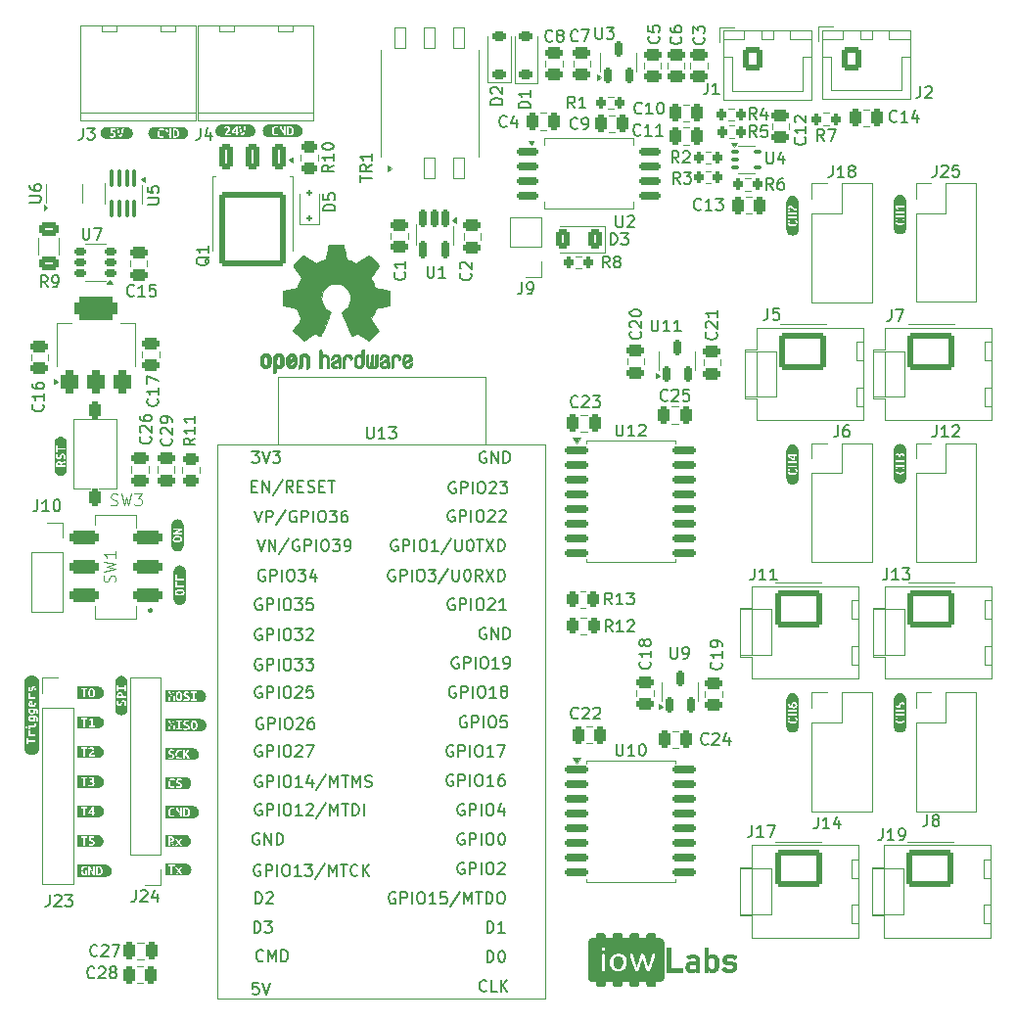
<source format=gto>
G04 #@! TF.GenerationSoftware,KiCad,Pcbnew,8.0.3-8.0.3-0~ubuntu20.04.1*
G04 #@! TF.CreationDate,2025-01-28T06:04:02-03:00*
G04 #@! TF.ProjectId,hv_pulse_controller,68765f70-756c-4736-955f-636f6e74726f,rev?*
G04 #@! TF.SameCoordinates,Original*
G04 #@! TF.FileFunction,Legend,Top*
G04 #@! TF.FilePolarity,Positive*
%FSLAX46Y46*%
G04 Gerber Fmt 4.6, Leading zero omitted, Abs format (unit mm)*
G04 Created by KiCad (PCBNEW 8.0.3-8.0.3-0~ubuntu20.04.1) date 2025-01-28 06:04:02*
%MOMM*%
%LPD*%
G01*
G04 APERTURE LIST*
G04 Aperture macros list*
%AMRoundRect*
0 Rectangle with rounded corners*
0 $1 Rounding radius*
0 $2 $3 $4 $5 $6 $7 $8 $9 X,Y pos of 4 corners*
0 Add a 4 corners polygon primitive as box body*
4,1,4,$2,$3,$4,$5,$6,$7,$8,$9,$2,$3,0*
0 Add four circle primitives for the rounded corners*
1,1,$1+$1,$2,$3*
1,1,$1+$1,$4,$5*
1,1,$1+$1,$6,$7*
1,1,$1+$1,$8,$9*
0 Add four rect primitives between the rounded corners*
20,1,$1+$1,$2,$3,$4,$5,0*
20,1,$1+$1,$4,$5,$6,$7,0*
20,1,$1+$1,$6,$7,$8,$9,0*
20,1,$1+$1,$8,$9,$2,$3,0*%
G04 Aperture macros list end*
%ADD10C,0.150000*%
%ADD11C,0.100000*%
%ADD12C,0.120000*%
%ADD13C,0.000000*%
%ADD14C,0.230278*%
%ADD15C,0.010000*%
%ADD16R,1.700000X1.700000*%
%ADD17O,1.700000X1.700000*%
%ADD18RoundRect,0.150000X0.150000X-0.512500X0.150000X0.512500X-0.150000X0.512500X-0.150000X-0.512500X0*%
%ADD19RoundRect,0.200000X-0.200000X-0.275000X0.200000X-0.275000X0.200000X0.275000X-0.200000X0.275000X0*%
%ADD20RoundRect,0.250000X-1.800000X1.330000X-1.800000X-1.330000X1.800000X-1.330000X1.800000X1.330000X0*%
%ADD21O,4.100000X3.160000*%
%ADD22RoundRect,0.250000X0.475000X-0.250000X0.475000X0.250000X-0.475000X0.250000X-0.475000X-0.250000X0*%
%ADD23RoundRect,0.250000X-0.250000X-0.475000X0.250000X-0.475000X0.250000X0.475000X-0.250000X0.475000X0*%
%ADD24RoundRect,0.200000X0.200000X0.275000X-0.200000X0.275000X-0.200000X-0.275000X0.200000X-0.275000X0*%
%ADD25RoundRect,0.125000X0.125000X-0.125000X0.125000X0.125000X-0.125000X0.125000X-0.125000X-0.125000X0*%
%ADD26RoundRect,0.250000X0.375000X0.625000X-0.375000X0.625000X-0.375000X-0.625000X0.375000X-0.625000X0*%
%ADD27RoundRect,0.250000X0.250000X0.475000X-0.250000X0.475000X-0.250000X-0.475000X0.250000X-0.475000X0*%
%ADD28RoundRect,0.175000X0.325000X0.175000X-0.325000X0.175000X-0.325000X-0.175000X0.325000X-0.175000X0*%
%ADD29RoundRect,0.225000X0.375000X-0.225000X0.375000X0.225000X-0.375000X0.225000X-0.375000X-0.225000X0*%
%ADD30RoundRect,0.250000X0.450000X-0.262500X0.450000X0.262500X-0.450000X0.262500X-0.450000X-0.262500X0*%
%ADD31RoundRect,0.250000X-0.475000X0.250000X-0.475000X-0.250000X0.475000X-0.250000X0.475000X0.250000X0*%
%ADD32RoundRect,0.150000X-0.750000X-0.150000X0.750000X-0.150000X0.750000X0.150000X-0.750000X0.150000X0*%
%ADD33RoundRect,0.150000X-0.875000X-0.150000X0.875000X-0.150000X0.875000X0.150000X-0.875000X0.150000X0*%
%ADD34RoundRect,0.250000X-0.262500X-0.450000X0.262500X-0.450000X0.262500X0.450000X-0.262500X0.450000X0*%
%ADD35RoundRect,0.312500X0.937500X-0.312500X0.937500X0.312500X-0.937500X0.312500X-0.937500X-0.312500X0*%
%ADD36RoundRect,0.312500X-0.937500X0.312500X-0.937500X-0.312500X0.937500X-0.312500X0.937500X0.312500X0*%
%ADD37RoundRect,0.250000X-0.250000X0.500000X-0.250000X-0.500000X0.250000X-0.500000X0.250000X0.500000X0*%
%ADD38RoundRect,0.100000X-0.225000X-0.100000X0.225000X-0.100000X0.225000X0.100000X-0.225000X0.100000X0*%
%ADD39RoundRect,0.250000X-0.625000X0.312500X-0.625000X-0.312500X0.625000X-0.312500X0.625000X0.312500X0*%
%ADD40RoundRect,0.100000X-0.100000X0.680000X-0.100000X-0.680000X0.100000X-0.680000X0.100000X0.680000X0*%
%ADD41R,0.510000X0.700000*%
%ADD42R,1.090000X1.830000*%
%ADD43RoundRect,0.054500X0.490500X-0.860500X0.490500X0.860500X-0.490500X0.860500X-0.490500X-0.860500X0*%
%ADD44RoundRect,0.250000X-0.350000X0.850000X-0.350000X-0.850000X0.350000X-0.850000X0.350000X0.850000X0*%
%ADD45RoundRect,0.249997X-2.650003X2.950003X-2.650003X-2.950003X2.650003X-2.950003X2.650003X2.950003X0*%
%ADD46O,2.000000X4.000000*%
%ADD47RoundRect,0.162500X-0.162500X0.617500X-0.162500X-0.617500X0.162500X-0.617500X0.162500X0.617500X0*%
%ADD48RoundRect,0.250000X-0.450000X0.262500X-0.450000X-0.262500X0.450000X-0.262500X0.450000X0.262500X0*%
%ADD49RoundRect,0.250000X-0.600000X-0.750000X0.600000X-0.750000X0.600000X0.750000X-0.600000X0.750000X0*%
%ADD50O,1.700000X2.000000*%
%ADD51RoundRect,0.375000X0.375000X-0.625000X0.375000X0.625000X-0.375000X0.625000X-0.375000X-0.625000X0*%
%ADD52RoundRect,0.500000X1.400000X-0.500000X1.400000X0.500000X-1.400000X0.500000X-1.400000X-0.500000X0*%
%ADD53R,2.000000X1.200000*%
%ADD54O,2.000000X1.200000*%
G04 APERTURE END LIST*
D10*
X101690476Y-106504819D02*
X101690476Y-107219104D01*
X101690476Y-107219104D02*
X101642857Y-107361961D01*
X101642857Y-107361961D02*
X101547619Y-107457200D01*
X101547619Y-107457200D02*
X101404762Y-107504819D01*
X101404762Y-107504819D02*
X101309524Y-107504819D01*
X102690476Y-107504819D02*
X102119048Y-107504819D01*
X102404762Y-107504819D02*
X102404762Y-106504819D01*
X102404762Y-106504819D02*
X102309524Y-106647676D01*
X102309524Y-106647676D02*
X102214286Y-106742914D01*
X102214286Y-106742914D02*
X102119048Y-106790533D01*
X103309524Y-106504819D02*
X103404762Y-106504819D01*
X103404762Y-106504819D02*
X103500000Y-106552438D01*
X103500000Y-106552438D02*
X103547619Y-106600057D01*
X103547619Y-106600057D02*
X103595238Y-106695295D01*
X103595238Y-106695295D02*
X103642857Y-106885771D01*
X103642857Y-106885771D02*
X103642857Y-107123866D01*
X103642857Y-107123866D02*
X103595238Y-107314342D01*
X103595238Y-107314342D02*
X103547619Y-107409580D01*
X103547619Y-107409580D02*
X103500000Y-107457200D01*
X103500000Y-107457200D02*
X103404762Y-107504819D01*
X103404762Y-107504819D02*
X103309524Y-107504819D01*
X103309524Y-107504819D02*
X103214286Y-107457200D01*
X103214286Y-107457200D02*
X103166667Y-107409580D01*
X103166667Y-107409580D02*
X103119048Y-107314342D01*
X103119048Y-107314342D02*
X103071429Y-107123866D01*
X103071429Y-107123866D02*
X103071429Y-106885771D01*
X103071429Y-106885771D02*
X103119048Y-106695295D01*
X103119048Y-106695295D02*
X103166667Y-106600057D01*
X103166667Y-106600057D02*
X103214286Y-106552438D01*
X103214286Y-106552438D02*
X103309524Y-106504819D01*
X154811905Y-90954819D02*
X154811905Y-91764342D01*
X154811905Y-91764342D02*
X154859524Y-91859580D01*
X154859524Y-91859580D02*
X154907143Y-91907200D01*
X154907143Y-91907200D02*
X155002381Y-91954819D01*
X155002381Y-91954819D02*
X155192857Y-91954819D01*
X155192857Y-91954819D02*
X155288095Y-91907200D01*
X155288095Y-91907200D02*
X155335714Y-91859580D01*
X155335714Y-91859580D02*
X155383333Y-91764342D01*
X155383333Y-91764342D02*
X155383333Y-90954819D01*
X156383333Y-91954819D02*
X155811905Y-91954819D01*
X156097619Y-91954819D02*
X156097619Y-90954819D01*
X156097619Y-90954819D02*
X156002381Y-91097676D01*
X156002381Y-91097676D02*
X155907143Y-91192914D01*
X155907143Y-91192914D02*
X155811905Y-91240533D01*
X157335714Y-91954819D02*
X156764286Y-91954819D01*
X157050000Y-91954819D02*
X157050000Y-90954819D01*
X157050000Y-90954819D02*
X156954762Y-91097676D01*
X156954762Y-91097676D02*
X156859524Y-91192914D01*
X156859524Y-91192914D02*
X156764286Y-91240533D01*
X163883333Y-73629819D02*
X163550000Y-73153628D01*
X163311905Y-73629819D02*
X163311905Y-72629819D01*
X163311905Y-72629819D02*
X163692857Y-72629819D01*
X163692857Y-72629819D02*
X163788095Y-72677438D01*
X163788095Y-72677438D02*
X163835714Y-72725057D01*
X163835714Y-72725057D02*
X163883333Y-72820295D01*
X163883333Y-72820295D02*
X163883333Y-72963152D01*
X163883333Y-72963152D02*
X163835714Y-73058390D01*
X163835714Y-73058390D02*
X163788095Y-73106009D01*
X163788095Y-73106009D02*
X163692857Y-73153628D01*
X163692857Y-73153628D02*
X163311905Y-73153628D01*
X164740476Y-72963152D02*
X164740476Y-73629819D01*
X164502381Y-72582200D02*
X164264286Y-73296485D01*
X164264286Y-73296485D02*
X164883333Y-73296485D01*
X163495476Y-134654819D02*
X163495476Y-135369104D01*
X163495476Y-135369104D02*
X163447857Y-135511961D01*
X163447857Y-135511961D02*
X163352619Y-135607200D01*
X163352619Y-135607200D02*
X163209762Y-135654819D01*
X163209762Y-135654819D02*
X163114524Y-135654819D01*
X164495476Y-135654819D02*
X163924048Y-135654819D01*
X164209762Y-135654819D02*
X164209762Y-134654819D01*
X164209762Y-134654819D02*
X164114524Y-134797676D01*
X164114524Y-134797676D02*
X164019286Y-134892914D01*
X164019286Y-134892914D02*
X163924048Y-134940533D01*
X164828810Y-134654819D02*
X165495476Y-134654819D01*
X165495476Y-134654819D02*
X165066905Y-135654819D01*
X160384580Y-92042857D02*
X160432200Y-92090476D01*
X160432200Y-92090476D02*
X160479819Y-92233333D01*
X160479819Y-92233333D02*
X160479819Y-92328571D01*
X160479819Y-92328571D02*
X160432200Y-92471428D01*
X160432200Y-92471428D02*
X160336961Y-92566666D01*
X160336961Y-92566666D02*
X160241723Y-92614285D01*
X160241723Y-92614285D02*
X160051247Y-92661904D01*
X160051247Y-92661904D02*
X159908390Y-92661904D01*
X159908390Y-92661904D02*
X159717914Y-92614285D01*
X159717914Y-92614285D02*
X159622676Y-92566666D01*
X159622676Y-92566666D02*
X159527438Y-92471428D01*
X159527438Y-92471428D02*
X159479819Y-92328571D01*
X159479819Y-92328571D02*
X159479819Y-92233333D01*
X159479819Y-92233333D02*
X159527438Y-92090476D01*
X159527438Y-92090476D02*
X159575057Y-92042857D01*
X159575057Y-91661904D02*
X159527438Y-91614285D01*
X159527438Y-91614285D02*
X159479819Y-91519047D01*
X159479819Y-91519047D02*
X159479819Y-91280952D01*
X159479819Y-91280952D02*
X159527438Y-91185714D01*
X159527438Y-91185714D02*
X159575057Y-91138095D01*
X159575057Y-91138095D02*
X159670295Y-91090476D01*
X159670295Y-91090476D02*
X159765533Y-91090476D01*
X159765533Y-91090476D02*
X159908390Y-91138095D01*
X159908390Y-91138095D02*
X160479819Y-91709523D01*
X160479819Y-91709523D02*
X160479819Y-91090476D01*
X160479819Y-90138095D02*
X160479819Y-90709523D01*
X160479819Y-90423809D02*
X159479819Y-90423809D01*
X159479819Y-90423809D02*
X159622676Y-90519047D01*
X159622676Y-90519047D02*
X159717914Y-90614285D01*
X159717914Y-90614285D02*
X159765533Y-90709523D01*
X163690476Y-112454819D02*
X163690476Y-113169104D01*
X163690476Y-113169104D02*
X163642857Y-113311961D01*
X163642857Y-113311961D02*
X163547619Y-113407200D01*
X163547619Y-113407200D02*
X163404762Y-113454819D01*
X163404762Y-113454819D02*
X163309524Y-113454819D01*
X164690476Y-113454819D02*
X164119048Y-113454819D01*
X164404762Y-113454819D02*
X164404762Y-112454819D01*
X164404762Y-112454819D02*
X164309524Y-112597676D01*
X164309524Y-112597676D02*
X164214286Y-112692914D01*
X164214286Y-112692914D02*
X164119048Y-112740533D01*
X165642857Y-113454819D02*
X165071429Y-113454819D01*
X165357143Y-113454819D02*
X165357143Y-112454819D01*
X165357143Y-112454819D02*
X165261905Y-112597676D01*
X165261905Y-112597676D02*
X165166667Y-112692914D01*
X165166667Y-112692914D02*
X165071429Y-112740533D01*
X159082142Y-81384580D02*
X159034523Y-81432200D01*
X159034523Y-81432200D02*
X158891666Y-81479819D01*
X158891666Y-81479819D02*
X158796428Y-81479819D01*
X158796428Y-81479819D02*
X158653571Y-81432200D01*
X158653571Y-81432200D02*
X158558333Y-81336961D01*
X158558333Y-81336961D02*
X158510714Y-81241723D01*
X158510714Y-81241723D02*
X158463095Y-81051247D01*
X158463095Y-81051247D02*
X158463095Y-80908390D01*
X158463095Y-80908390D02*
X158510714Y-80717914D01*
X158510714Y-80717914D02*
X158558333Y-80622676D01*
X158558333Y-80622676D02*
X158653571Y-80527438D01*
X158653571Y-80527438D02*
X158796428Y-80479819D01*
X158796428Y-80479819D02*
X158891666Y-80479819D01*
X158891666Y-80479819D02*
X159034523Y-80527438D01*
X159034523Y-80527438D02*
X159082142Y-80575057D01*
X160034523Y-81479819D02*
X159463095Y-81479819D01*
X159748809Y-81479819D02*
X159748809Y-80479819D01*
X159748809Y-80479819D02*
X159653571Y-80622676D01*
X159653571Y-80622676D02*
X159558333Y-80717914D01*
X159558333Y-80717914D02*
X159463095Y-80765533D01*
X160367857Y-80479819D02*
X160986904Y-80479819D01*
X160986904Y-80479819D02*
X160653571Y-80860771D01*
X160653571Y-80860771D02*
X160796428Y-80860771D01*
X160796428Y-80860771D02*
X160891666Y-80908390D01*
X160891666Y-80908390D02*
X160939285Y-80956009D01*
X160939285Y-80956009D02*
X160986904Y-81051247D01*
X160986904Y-81051247D02*
X160986904Y-81289342D01*
X160986904Y-81289342D02*
X160939285Y-81384580D01*
X160939285Y-81384580D02*
X160891666Y-81432200D01*
X160891666Y-81432200D02*
X160796428Y-81479819D01*
X160796428Y-81479819D02*
X160510714Y-81479819D01*
X160510714Y-81479819D02*
X160415476Y-81432200D01*
X160415476Y-81432200D02*
X160367857Y-81384580D01*
X175190476Y-112444819D02*
X175190476Y-113159104D01*
X175190476Y-113159104D02*
X175142857Y-113301961D01*
X175142857Y-113301961D02*
X175047619Y-113397200D01*
X175047619Y-113397200D02*
X174904762Y-113444819D01*
X174904762Y-113444819D02*
X174809524Y-113444819D01*
X176190476Y-113444819D02*
X175619048Y-113444819D01*
X175904762Y-113444819D02*
X175904762Y-112444819D01*
X175904762Y-112444819D02*
X175809524Y-112587676D01*
X175809524Y-112587676D02*
X175714286Y-112682914D01*
X175714286Y-112682914D02*
X175619048Y-112730533D01*
X176523810Y-112444819D02*
X177142857Y-112444819D01*
X177142857Y-112444819D02*
X176809524Y-112825771D01*
X176809524Y-112825771D02*
X176952381Y-112825771D01*
X176952381Y-112825771D02*
X177047619Y-112873390D01*
X177047619Y-112873390D02*
X177095238Y-112921009D01*
X177095238Y-112921009D02*
X177142857Y-113016247D01*
X177142857Y-113016247D02*
X177142857Y-113254342D01*
X177142857Y-113254342D02*
X177095238Y-113349580D01*
X177095238Y-113349580D02*
X177047619Y-113397200D01*
X177047619Y-113397200D02*
X176952381Y-113444819D01*
X176952381Y-113444819D02*
X176666667Y-113444819D01*
X176666667Y-113444819D02*
X176571429Y-113397200D01*
X176571429Y-113397200D02*
X176523810Y-113349580D01*
X163883333Y-75154819D02*
X163550000Y-74678628D01*
X163311905Y-75154819D02*
X163311905Y-74154819D01*
X163311905Y-74154819D02*
X163692857Y-74154819D01*
X163692857Y-74154819D02*
X163788095Y-74202438D01*
X163788095Y-74202438D02*
X163835714Y-74250057D01*
X163835714Y-74250057D02*
X163883333Y-74345295D01*
X163883333Y-74345295D02*
X163883333Y-74488152D01*
X163883333Y-74488152D02*
X163835714Y-74583390D01*
X163835714Y-74583390D02*
X163788095Y-74631009D01*
X163788095Y-74631009D02*
X163692857Y-74678628D01*
X163692857Y-74678628D02*
X163311905Y-74678628D01*
X164788095Y-74154819D02*
X164311905Y-74154819D01*
X164311905Y-74154819D02*
X164264286Y-74631009D01*
X164264286Y-74631009D02*
X164311905Y-74583390D01*
X164311905Y-74583390D02*
X164407143Y-74535771D01*
X164407143Y-74535771D02*
X164645238Y-74535771D01*
X164645238Y-74535771D02*
X164740476Y-74583390D01*
X164740476Y-74583390D02*
X164788095Y-74631009D01*
X164788095Y-74631009D02*
X164835714Y-74726247D01*
X164835714Y-74726247D02*
X164835714Y-74964342D01*
X164835714Y-74964342D02*
X164788095Y-75059580D01*
X164788095Y-75059580D02*
X164740476Y-75107200D01*
X164740476Y-75107200D02*
X164645238Y-75154819D01*
X164645238Y-75154819D02*
X164407143Y-75154819D01*
X164407143Y-75154819D02*
X164311905Y-75107200D01*
X164311905Y-75107200D02*
X164264286Y-75059580D01*
X169190476Y-133954819D02*
X169190476Y-134669104D01*
X169190476Y-134669104D02*
X169142857Y-134811961D01*
X169142857Y-134811961D02*
X169047619Y-134907200D01*
X169047619Y-134907200D02*
X168904762Y-134954819D01*
X168904762Y-134954819D02*
X168809524Y-134954819D01*
X170190476Y-134954819D02*
X169619048Y-134954819D01*
X169904762Y-134954819D02*
X169904762Y-133954819D01*
X169904762Y-133954819D02*
X169809524Y-134097676D01*
X169809524Y-134097676D02*
X169714286Y-134192914D01*
X169714286Y-134192914D02*
X169619048Y-134240533D01*
X171047619Y-134288152D02*
X171047619Y-134954819D01*
X170809524Y-133907200D02*
X170571429Y-134621485D01*
X170571429Y-134621485D02*
X171190476Y-134621485D01*
X127429819Y-81538094D02*
X126429819Y-81538094D01*
X126429819Y-81538094D02*
X126429819Y-81299999D01*
X126429819Y-81299999D02*
X126477438Y-81157142D01*
X126477438Y-81157142D02*
X126572676Y-81061904D01*
X126572676Y-81061904D02*
X126667914Y-81014285D01*
X126667914Y-81014285D02*
X126858390Y-80966666D01*
X126858390Y-80966666D02*
X127001247Y-80966666D01*
X127001247Y-80966666D02*
X127191723Y-81014285D01*
X127191723Y-81014285D02*
X127286961Y-81061904D01*
X127286961Y-81061904D02*
X127382200Y-81157142D01*
X127382200Y-81157142D02*
X127429819Y-81299999D01*
X127429819Y-81299999D02*
X127429819Y-81538094D01*
X126429819Y-80061904D02*
X126429819Y-80538094D01*
X126429819Y-80538094D02*
X126906009Y-80585713D01*
X126906009Y-80585713D02*
X126858390Y-80538094D01*
X126858390Y-80538094D02*
X126810771Y-80442856D01*
X126810771Y-80442856D02*
X126810771Y-80204761D01*
X126810771Y-80204761D02*
X126858390Y-80109523D01*
X126858390Y-80109523D02*
X126906009Y-80061904D01*
X126906009Y-80061904D02*
X127001247Y-80014285D01*
X127001247Y-80014285D02*
X127239342Y-80014285D01*
X127239342Y-80014285D02*
X127334580Y-80061904D01*
X127334580Y-80061904D02*
X127382200Y-80109523D01*
X127382200Y-80109523D02*
X127429819Y-80204761D01*
X127429819Y-80204761D02*
X127429819Y-80442856D01*
X127429819Y-80442856D02*
X127382200Y-80538094D01*
X127382200Y-80538094D02*
X127334580Y-80585713D01*
X170460476Y-77624819D02*
X170460476Y-78339104D01*
X170460476Y-78339104D02*
X170412857Y-78481961D01*
X170412857Y-78481961D02*
X170317619Y-78577200D01*
X170317619Y-78577200D02*
X170174762Y-78624819D01*
X170174762Y-78624819D02*
X170079524Y-78624819D01*
X171460476Y-78624819D02*
X170889048Y-78624819D01*
X171174762Y-78624819D02*
X171174762Y-77624819D01*
X171174762Y-77624819D02*
X171079524Y-77767676D01*
X171079524Y-77767676D02*
X170984286Y-77862914D01*
X170984286Y-77862914D02*
X170889048Y-77910533D01*
X172031905Y-78053390D02*
X171936667Y-78005771D01*
X171936667Y-78005771D02*
X171889048Y-77958152D01*
X171889048Y-77958152D02*
X171841429Y-77862914D01*
X171841429Y-77862914D02*
X171841429Y-77815295D01*
X171841429Y-77815295D02*
X171889048Y-77720057D01*
X171889048Y-77720057D02*
X171936667Y-77672438D01*
X171936667Y-77672438D02*
X172031905Y-77624819D01*
X172031905Y-77624819D02*
X172222381Y-77624819D01*
X172222381Y-77624819D02*
X172317619Y-77672438D01*
X172317619Y-77672438D02*
X172365238Y-77720057D01*
X172365238Y-77720057D02*
X172412857Y-77815295D01*
X172412857Y-77815295D02*
X172412857Y-77862914D01*
X172412857Y-77862914D02*
X172365238Y-77958152D01*
X172365238Y-77958152D02*
X172317619Y-78005771D01*
X172317619Y-78005771D02*
X172222381Y-78053390D01*
X172222381Y-78053390D02*
X172031905Y-78053390D01*
X172031905Y-78053390D02*
X171936667Y-78101009D01*
X171936667Y-78101009D02*
X171889048Y-78148628D01*
X171889048Y-78148628D02*
X171841429Y-78243866D01*
X171841429Y-78243866D02*
X171841429Y-78434342D01*
X171841429Y-78434342D02*
X171889048Y-78529580D01*
X171889048Y-78529580D02*
X171936667Y-78577200D01*
X171936667Y-78577200D02*
X172031905Y-78624819D01*
X172031905Y-78624819D02*
X172222381Y-78624819D01*
X172222381Y-78624819D02*
X172317619Y-78577200D01*
X172317619Y-78577200D02*
X172365238Y-78529580D01*
X172365238Y-78529580D02*
X172412857Y-78434342D01*
X172412857Y-78434342D02*
X172412857Y-78243866D01*
X172412857Y-78243866D02*
X172365238Y-78148628D01*
X172365238Y-78148628D02*
X172317619Y-78101009D01*
X172317619Y-78101009D02*
X172222381Y-78053390D01*
X168059580Y-75192857D02*
X168107200Y-75240476D01*
X168107200Y-75240476D02*
X168154819Y-75383333D01*
X168154819Y-75383333D02*
X168154819Y-75478571D01*
X168154819Y-75478571D02*
X168107200Y-75621428D01*
X168107200Y-75621428D02*
X168011961Y-75716666D01*
X168011961Y-75716666D02*
X167916723Y-75764285D01*
X167916723Y-75764285D02*
X167726247Y-75811904D01*
X167726247Y-75811904D02*
X167583390Y-75811904D01*
X167583390Y-75811904D02*
X167392914Y-75764285D01*
X167392914Y-75764285D02*
X167297676Y-75716666D01*
X167297676Y-75716666D02*
X167202438Y-75621428D01*
X167202438Y-75621428D02*
X167154819Y-75478571D01*
X167154819Y-75478571D02*
X167154819Y-75383333D01*
X167154819Y-75383333D02*
X167202438Y-75240476D01*
X167202438Y-75240476D02*
X167250057Y-75192857D01*
X168154819Y-74240476D02*
X168154819Y-74811904D01*
X168154819Y-74526190D02*
X167154819Y-74526190D01*
X167154819Y-74526190D02*
X167297676Y-74621428D01*
X167297676Y-74621428D02*
X167392914Y-74716666D01*
X167392914Y-74716666D02*
X167440533Y-74811904D01*
X167250057Y-73859523D02*
X167202438Y-73811904D01*
X167202438Y-73811904D02*
X167154819Y-73716666D01*
X167154819Y-73716666D02*
X167154819Y-73478571D01*
X167154819Y-73478571D02*
X167202438Y-73383333D01*
X167202438Y-73383333D02*
X167250057Y-73335714D01*
X167250057Y-73335714D02*
X167345295Y-73288095D01*
X167345295Y-73288095D02*
X167440533Y-73288095D01*
X167440533Y-73288095D02*
X167583390Y-73335714D01*
X167583390Y-73335714D02*
X168154819Y-73907142D01*
X168154819Y-73907142D02*
X168154819Y-73288095D01*
X151261905Y-84454819D02*
X151261905Y-83454819D01*
X151261905Y-83454819D02*
X151500000Y-83454819D01*
X151500000Y-83454819D02*
X151642857Y-83502438D01*
X151642857Y-83502438D02*
X151738095Y-83597676D01*
X151738095Y-83597676D02*
X151785714Y-83692914D01*
X151785714Y-83692914D02*
X151833333Y-83883390D01*
X151833333Y-83883390D02*
X151833333Y-84026247D01*
X151833333Y-84026247D02*
X151785714Y-84216723D01*
X151785714Y-84216723D02*
X151738095Y-84311961D01*
X151738095Y-84311961D02*
X151642857Y-84407200D01*
X151642857Y-84407200D02*
X151500000Y-84454819D01*
X151500000Y-84454819D02*
X151261905Y-84454819D01*
X152166667Y-83454819D02*
X152785714Y-83454819D01*
X152785714Y-83454819D02*
X152452381Y-83835771D01*
X152452381Y-83835771D02*
X152595238Y-83835771D01*
X152595238Y-83835771D02*
X152690476Y-83883390D01*
X152690476Y-83883390D02*
X152738095Y-83931009D01*
X152738095Y-83931009D02*
X152785714Y-84026247D01*
X152785714Y-84026247D02*
X152785714Y-84264342D01*
X152785714Y-84264342D02*
X152738095Y-84359580D01*
X152738095Y-84359580D02*
X152690476Y-84407200D01*
X152690476Y-84407200D02*
X152595238Y-84454819D01*
X152595238Y-84454819D02*
X152309524Y-84454819D01*
X152309524Y-84454819D02*
X152214286Y-84407200D01*
X152214286Y-84407200D02*
X152166667Y-84359580D01*
X148165833Y-72654819D02*
X147832500Y-72178628D01*
X147594405Y-72654819D02*
X147594405Y-71654819D01*
X147594405Y-71654819D02*
X147975357Y-71654819D01*
X147975357Y-71654819D02*
X148070595Y-71702438D01*
X148070595Y-71702438D02*
X148118214Y-71750057D01*
X148118214Y-71750057D02*
X148165833Y-71845295D01*
X148165833Y-71845295D02*
X148165833Y-71988152D01*
X148165833Y-71988152D02*
X148118214Y-72083390D01*
X148118214Y-72083390D02*
X148070595Y-72131009D01*
X148070595Y-72131009D02*
X147975357Y-72178628D01*
X147975357Y-72178628D02*
X147594405Y-72178628D01*
X149118214Y-72654819D02*
X148546786Y-72654819D01*
X148832500Y-72654819D02*
X148832500Y-71654819D01*
X148832500Y-71654819D02*
X148737262Y-71797676D01*
X148737262Y-71797676D02*
X148642024Y-71892914D01*
X148642024Y-71892914D02*
X148546786Y-71940533D01*
X156463095Y-119279819D02*
X156463095Y-120089342D01*
X156463095Y-120089342D02*
X156510714Y-120184580D01*
X156510714Y-120184580D02*
X156558333Y-120232200D01*
X156558333Y-120232200D02*
X156653571Y-120279819D01*
X156653571Y-120279819D02*
X156844047Y-120279819D01*
X156844047Y-120279819D02*
X156939285Y-120232200D01*
X156939285Y-120232200D02*
X156986904Y-120184580D01*
X156986904Y-120184580D02*
X157034523Y-120089342D01*
X157034523Y-120089342D02*
X157034523Y-119279819D01*
X157558333Y-120279819D02*
X157748809Y-120279819D01*
X157748809Y-120279819D02*
X157844047Y-120232200D01*
X157844047Y-120232200D02*
X157891666Y-120184580D01*
X157891666Y-120184580D02*
X157986904Y-120041723D01*
X157986904Y-120041723D02*
X158034523Y-119851247D01*
X158034523Y-119851247D02*
X158034523Y-119470295D01*
X158034523Y-119470295D02*
X157986904Y-119375057D01*
X157986904Y-119375057D02*
X157939285Y-119327438D01*
X157939285Y-119327438D02*
X157844047Y-119279819D01*
X157844047Y-119279819D02*
X157653571Y-119279819D01*
X157653571Y-119279819D02*
X157558333Y-119327438D01*
X157558333Y-119327438D02*
X157510714Y-119375057D01*
X157510714Y-119375057D02*
X157463095Y-119470295D01*
X157463095Y-119470295D02*
X157463095Y-119708390D01*
X157463095Y-119708390D02*
X157510714Y-119803628D01*
X157510714Y-119803628D02*
X157558333Y-119851247D01*
X157558333Y-119851247D02*
X157653571Y-119898866D01*
X157653571Y-119898866D02*
X157844047Y-119898866D01*
X157844047Y-119898866D02*
X157939285Y-119851247D01*
X157939285Y-119851247D02*
X157986904Y-119803628D01*
X157986904Y-119803628D02*
X158034523Y-119708390D01*
X153834580Y-91992857D02*
X153882200Y-92040476D01*
X153882200Y-92040476D02*
X153929819Y-92183333D01*
X153929819Y-92183333D02*
X153929819Y-92278571D01*
X153929819Y-92278571D02*
X153882200Y-92421428D01*
X153882200Y-92421428D02*
X153786961Y-92516666D01*
X153786961Y-92516666D02*
X153691723Y-92564285D01*
X153691723Y-92564285D02*
X153501247Y-92611904D01*
X153501247Y-92611904D02*
X153358390Y-92611904D01*
X153358390Y-92611904D02*
X153167914Y-92564285D01*
X153167914Y-92564285D02*
X153072676Y-92516666D01*
X153072676Y-92516666D02*
X152977438Y-92421428D01*
X152977438Y-92421428D02*
X152929819Y-92278571D01*
X152929819Y-92278571D02*
X152929819Y-92183333D01*
X152929819Y-92183333D02*
X152977438Y-92040476D01*
X152977438Y-92040476D02*
X153025057Y-91992857D01*
X153025057Y-91611904D02*
X152977438Y-91564285D01*
X152977438Y-91564285D02*
X152929819Y-91469047D01*
X152929819Y-91469047D02*
X152929819Y-91230952D01*
X152929819Y-91230952D02*
X152977438Y-91135714D01*
X152977438Y-91135714D02*
X153025057Y-91088095D01*
X153025057Y-91088095D02*
X153120295Y-91040476D01*
X153120295Y-91040476D02*
X153215533Y-91040476D01*
X153215533Y-91040476D02*
X153358390Y-91088095D01*
X153358390Y-91088095D02*
X153929819Y-91659523D01*
X153929819Y-91659523D02*
X153929819Y-91040476D01*
X152929819Y-90421428D02*
X152929819Y-90326190D01*
X152929819Y-90326190D02*
X152977438Y-90230952D01*
X152977438Y-90230952D02*
X153025057Y-90183333D01*
X153025057Y-90183333D02*
X153120295Y-90135714D01*
X153120295Y-90135714D02*
X153310771Y-90088095D01*
X153310771Y-90088095D02*
X153548866Y-90088095D01*
X153548866Y-90088095D02*
X153739342Y-90135714D01*
X153739342Y-90135714D02*
X153834580Y-90183333D01*
X153834580Y-90183333D02*
X153882200Y-90230952D01*
X153882200Y-90230952D02*
X153929819Y-90326190D01*
X153929819Y-90326190D02*
X153929819Y-90421428D01*
X153929819Y-90421428D02*
X153882200Y-90516666D01*
X153882200Y-90516666D02*
X153834580Y-90564285D01*
X153834580Y-90564285D02*
X153739342Y-90611904D01*
X153739342Y-90611904D02*
X153548866Y-90659523D01*
X153548866Y-90659523D02*
X153310771Y-90659523D01*
X153310771Y-90659523D02*
X153120295Y-90611904D01*
X153120295Y-90611904D02*
X153025057Y-90564285D01*
X153025057Y-90564285D02*
X152977438Y-90516666D01*
X152977438Y-90516666D02*
X152929819Y-90421428D01*
X143591666Y-87709819D02*
X143591666Y-88424104D01*
X143591666Y-88424104D02*
X143544047Y-88566961D01*
X143544047Y-88566961D02*
X143448809Y-88662200D01*
X143448809Y-88662200D02*
X143305952Y-88709819D01*
X143305952Y-88709819D02*
X143210714Y-88709819D01*
X144115476Y-88709819D02*
X144305952Y-88709819D01*
X144305952Y-88709819D02*
X144401190Y-88662200D01*
X144401190Y-88662200D02*
X144448809Y-88614580D01*
X144448809Y-88614580D02*
X144544047Y-88471723D01*
X144544047Y-88471723D02*
X144591666Y-88281247D01*
X144591666Y-88281247D02*
X144591666Y-87900295D01*
X144591666Y-87900295D02*
X144544047Y-87805057D01*
X144544047Y-87805057D02*
X144496428Y-87757438D01*
X144496428Y-87757438D02*
X144401190Y-87709819D01*
X144401190Y-87709819D02*
X144210714Y-87709819D01*
X144210714Y-87709819D02*
X144115476Y-87757438D01*
X144115476Y-87757438D02*
X144067857Y-87805057D01*
X144067857Y-87805057D02*
X144020238Y-87900295D01*
X144020238Y-87900295D02*
X144020238Y-88138390D01*
X144020238Y-88138390D02*
X144067857Y-88233628D01*
X144067857Y-88233628D02*
X144115476Y-88281247D01*
X144115476Y-88281247D02*
X144210714Y-88328866D01*
X144210714Y-88328866D02*
X144401190Y-88328866D01*
X144401190Y-88328866D02*
X144496428Y-88281247D01*
X144496428Y-88281247D02*
X144544047Y-88233628D01*
X144544047Y-88233628D02*
X144591666Y-88138390D01*
X106607142Y-147809580D02*
X106559523Y-147857200D01*
X106559523Y-147857200D02*
X106416666Y-147904819D01*
X106416666Y-147904819D02*
X106321428Y-147904819D01*
X106321428Y-147904819D02*
X106178571Y-147857200D01*
X106178571Y-147857200D02*
X106083333Y-147761961D01*
X106083333Y-147761961D02*
X106035714Y-147666723D01*
X106035714Y-147666723D02*
X105988095Y-147476247D01*
X105988095Y-147476247D02*
X105988095Y-147333390D01*
X105988095Y-147333390D02*
X106035714Y-147142914D01*
X106035714Y-147142914D02*
X106083333Y-147047676D01*
X106083333Y-147047676D02*
X106178571Y-146952438D01*
X106178571Y-146952438D02*
X106321428Y-146904819D01*
X106321428Y-146904819D02*
X106416666Y-146904819D01*
X106416666Y-146904819D02*
X106559523Y-146952438D01*
X106559523Y-146952438D02*
X106607142Y-147000057D01*
X106988095Y-147000057D02*
X107035714Y-146952438D01*
X107035714Y-146952438D02*
X107130952Y-146904819D01*
X107130952Y-146904819D02*
X107369047Y-146904819D01*
X107369047Y-146904819D02*
X107464285Y-146952438D01*
X107464285Y-146952438D02*
X107511904Y-147000057D01*
X107511904Y-147000057D02*
X107559523Y-147095295D01*
X107559523Y-147095295D02*
X107559523Y-147190533D01*
X107559523Y-147190533D02*
X107511904Y-147333390D01*
X107511904Y-147333390D02*
X106940476Y-147904819D01*
X106940476Y-147904819D02*
X107559523Y-147904819D01*
X108130952Y-147333390D02*
X108035714Y-147285771D01*
X108035714Y-147285771D02*
X107988095Y-147238152D01*
X107988095Y-147238152D02*
X107940476Y-147142914D01*
X107940476Y-147142914D02*
X107940476Y-147095295D01*
X107940476Y-147095295D02*
X107988095Y-147000057D01*
X107988095Y-147000057D02*
X108035714Y-146952438D01*
X108035714Y-146952438D02*
X108130952Y-146904819D01*
X108130952Y-146904819D02*
X108321428Y-146904819D01*
X108321428Y-146904819D02*
X108416666Y-146952438D01*
X108416666Y-146952438D02*
X108464285Y-147000057D01*
X108464285Y-147000057D02*
X108511904Y-147095295D01*
X108511904Y-147095295D02*
X108511904Y-147142914D01*
X108511904Y-147142914D02*
X108464285Y-147238152D01*
X108464285Y-147238152D02*
X108416666Y-147285771D01*
X108416666Y-147285771D02*
X108321428Y-147333390D01*
X108321428Y-147333390D02*
X108130952Y-147333390D01*
X108130952Y-147333390D02*
X108035714Y-147381009D01*
X108035714Y-147381009D02*
X107988095Y-147428628D01*
X107988095Y-147428628D02*
X107940476Y-147523866D01*
X107940476Y-147523866D02*
X107940476Y-147714342D01*
X107940476Y-147714342D02*
X107988095Y-147809580D01*
X107988095Y-147809580D02*
X108035714Y-147857200D01*
X108035714Y-147857200D02*
X108130952Y-147904819D01*
X108130952Y-147904819D02*
X108321428Y-147904819D01*
X108321428Y-147904819D02*
X108416666Y-147857200D01*
X108416666Y-147857200D02*
X108464285Y-147809580D01*
X108464285Y-147809580D02*
X108511904Y-147714342D01*
X108511904Y-147714342D02*
X108511904Y-147523866D01*
X108511904Y-147523866D02*
X108464285Y-147428628D01*
X108464285Y-147428628D02*
X108416666Y-147381009D01*
X108416666Y-147381009D02*
X108321428Y-147333390D01*
X142265833Y-74209580D02*
X142218214Y-74257200D01*
X142218214Y-74257200D02*
X142075357Y-74304819D01*
X142075357Y-74304819D02*
X141980119Y-74304819D01*
X141980119Y-74304819D02*
X141837262Y-74257200D01*
X141837262Y-74257200D02*
X141742024Y-74161961D01*
X141742024Y-74161961D02*
X141694405Y-74066723D01*
X141694405Y-74066723D02*
X141646786Y-73876247D01*
X141646786Y-73876247D02*
X141646786Y-73733390D01*
X141646786Y-73733390D02*
X141694405Y-73542914D01*
X141694405Y-73542914D02*
X141742024Y-73447676D01*
X141742024Y-73447676D02*
X141837262Y-73352438D01*
X141837262Y-73352438D02*
X141980119Y-73304819D01*
X141980119Y-73304819D02*
X142075357Y-73304819D01*
X142075357Y-73304819D02*
X142218214Y-73352438D01*
X142218214Y-73352438D02*
X142265833Y-73400057D01*
X143122976Y-73638152D02*
X143122976Y-74304819D01*
X142884881Y-73257200D02*
X142646786Y-73971485D01*
X142646786Y-73971485D02*
X143265833Y-73971485D01*
X112059580Y-97792857D02*
X112107200Y-97840476D01*
X112107200Y-97840476D02*
X112154819Y-97983333D01*
X112154819Y-97983333D02*
X112154819Y-98078571D01*
X112154819Y-98078571D02*
X112107200Y-98221428D01*
X112107200Y-98221428D02*
X112011961Y-98316666D01*
X112011961Y-98316666D02*
X111916723Y-98364285D01*
X111916723Y-98364285D02*
X111726247Y-98411904D01*
X111726247Y-98411904D02*
X111583390Y-98411904D01*
X111583390Y-98411904D02*
X111392914Y-98364285D01*
X111392914Y-98364285D02*
X111297676Y-98316666D01*
X111297676Y-98316666D02*
X111202438Y-98221428D01*
X111202438Y-98221428D02*
X111154819Y-98078571D01*
X111154819Y-98078571D02*
X111154819Y-97983333D01*
X111154819Y-97983333D02*
X111202438Y-97840476D01*
X111202438Y-97840476D02*
X111250057Y-97792857D01*
X112154819Y-96840476D02*
X112154819Y-97411904D01*
X112154819Y-97126190D02*
X111154819Y-97126190D01*
X111154819Y-97126190D02*
X111297676Y-97221428D01*
X111297676Y-97221428D02*
X111392914Y-97316666D01*
X111392914Y-97316666D02*
X111440533Y-97411904D01*
X111154819Y-96507142D02*
X111154819Y-95840476D01*
X111154819Y-95840476D02*
X112154819Y-96269047D01*
X179460476Y-77584819D02*
X179460476Y-78299104D01*
X179460476Y-78299104D02*
X179412857Y-78441961D01*
X179412857Y-78441961D02*
X179317619Y-78537200D01*
X179317619Y-78537200D02*
X179174762Y-78584819D01*
X179174762Y-78584819D02*
X179079524Y-78584819D01*
X179889048Y-77680057D02*
X179936667Y-77632438D01*
X179936667Y-77632438D02*
X180031905Y-77584819D01*
X180031905Y-77584819D02*
X180270000Y-77584819D01*
X180270000Y-77584819D02*
X180365238Y-77632438D01*
X180365238Y-77632438D02*
X180412857Y-77680057D01*
X180412857Y-77680057D02*
X180460476Y-77775295D01*
X180460476Y-77775295D02*
X180460476Y-77870533D01*
X180460476Y-77870533D02*
X180412857Y-78013390D01*
X180412857Y-78013390D02*
X179841429Y-78584819D01*
X179841429Y-78584819D02*
X180460476Y-78584819D01*
X181365238Y-77584819D02*
X180889048Y-77584819D01*
X180889048Y-77584819D02*
X180841429Y-78061009D01*
X180841429Y-78061009D02*
X180889048Y-78013390D01*
X180889048Y-78013390D02*
X180984286Y-77965771D01*
X180984286Y-77965771D02*
X181222381Y-77965771D01*
X181222381Y-77965771D02*
X181317619Y-78013390D01*
X181317619Y-78013390D02*
X181365238Y-78061009D01*
X181365238Y-78061009D02*
X181412857Y-78156247D01*
X181412857Y-78156247D02*
X181412857Y-78394342D01*
X181412857Y-78394342D02*
X181365238Y-78489580D01*
X181365238Y-78489580D02*
X181317619Y-78537200D01*
X181317619Y-78537200D02*
X181222381Y-78584819D01*
X181222381Y-78584819D02*
X180984286Y-78584819D01*
X180984286Y-78584819D02*
X180889048Y-78537200D01*
X180889048Y-78537200D02*
X180841429Y-78489580D01*
X149963095Y-65654819D02*
X149963095Y-66464342D01*
X149963095Y-66464342D02*
X150010714Y-66559580D01*
X150010714Y-66559580D02*
X150058333Y-66607200D01*
X150058333Y-66607200D02*
X150153571Y-66654819D01*
X150153571Y-66654819D02*
X150344047Y-66654819D01*
X150344047Y-66654819D02*
X150439285Y-66607200D01*
X150439285Y-66607200D02*
X150486904Y-66559580D01*
X150486904Y-66559580D02*
X150534523Y-66464342D01*
X150534523Y-66464342D02*
X150534523Y-65654819D01*
X150915476Y-65654819D02*
X151534523Y-65654819D01*
X151534523Y-65654819D02*
X151201190Y-66035771D01*
X151201190Y-66035771D02*
X151344047Y-66035771D01*
X151344047Y-66035771D02*
X151439285Y-66083390D01*
X151439285Y-66083390D02*
X151486904Y-66131009D01*
X151486904Y-66131009D02*
X151534523Y-66226247D01*
X151534523Y-66226247D02*
X151534523Y-66464342D01*
X151534523Y-66464342D02*
X151486904Y-66559580D01*
X151486904Y-66559580D02*
X151439285Y-66607200D01*
X151439285Y-66607200D02*
X151344047Y-66654819D01*
X151344047Y-66654819D02*
X151058333Y-66654819D01*
X151058333Y-66654819D02*
X150963095Y-66607200D01*
X150963095Y-66607200D02*
X150915476Y-66559580D01*
X151158333Y-86454819D02*
X150825000Y-85978628D01*
X150586905Y-86454819D02*
X150586905Y-85454819D01*
X150586905Y-85454819D02*
X150967857Y-85454819D01*
X150967857Y-85454819D02*
X151063095Y-85502438D01*
X151063095Y-85502438D02*
X151110714Y-85550057D01*
X151110714Y-85550057D02*
X151158333Y-85645295D01*
X151158333Y-85645295D02*
X151158333Y-85788152D01*
X151158333Y-85788152D02*
X151110714Y-85883390D01*
X151110714Y-85883390D02*
X151063095Y-85931009D01*
X151063095Y-85931009D02*
X150967857Y-85978628D01*
X150967857Y-85978628D02*
X150586905Y-85978628D01*
X151729762Y-85883390D02*
X151634524Y-85835771D01*
X151634524Y-85835771D02*
X151586905Y-85788152D01*
X151586905Y-85788152D02*
X151539286Y-85692914D01*
X151539286Y-85692914D02*
X151539286Y-85645295D01*
X151539286Y-85645295D02*
X151586905Y-85550057D01*
X151586905Y-85550057D02*
X151634524Y-85502438D01*
X151634524Y-85502438D02*
X151729762Y-85454819D01*
X151729762Y-85454819D02*
X151920238Y-85454819D01*
X151920238Y-85454819D02*
X152015476Y-85502438D01*
X152015476Y-85502438D02*
X152063095Y-85550057D01*
X152063095Y-85550057D02*
X152110714Y-85645295D01*
X152110714Y-85645295D02*
X152110714Y-85692914D01*
X152110714Y-85692914D02*
X152063095Y-85788152D01*
X152063095Y-85788152D02*
X152015476Y-85835771D01*
X152015476Y-85835771D02*
X151920238Y-85883390D01*
X151920238Y-85883390D02*
X151729762Y-85883390D01*
X151729762Y-85883390D02*
X151634524Y-85931009D01*
X151634524Y-85931009D02*
X151586905Y-85978628D01*
X151586905Y-85978628D02*
X151539286Y-86073866D01*
X151539286Y-86073866D02*
X151539286Y-86264342D01*
X151539286Y-86264342D02*
X151586905Y-86359580D01*
X151586905Y-86359580D02*
X151634524Y-86407200D01*
X151634524Y-86407200D02*
X151729762Y-86454819D01*
X151729762Y-86454819D02*
X151920238Y-86454819D01*
X151920238Y-86454819D02*
X152015476Y-86407200D01*
X152015476Y-86407200D02*
X152063095Y-86359580D01*
X152063095Y-86359580D02*
X152110714Y-86264342D01*
X152110714Y-86264342D02*
X152110714Y-86073866D01*
X152110714Y-86073866D02*
X152063095Y-85978628D01*
X152063095Y-85978628D02*
X152015476Y-85931009D01*
X152015476Y-85931009D02*
X151920238Y-85883390D01*
X105613095Y-83004819D02*
X105613095Y-83814342D01*
X105613095Y-83814342D02*
X105660714Y-83909580D01*
X105660714Y-83909580D02*
X105708333Y-83957200D01*
X105708333Y-83957200D02*
X105803571Y-84004819D01*
X105803571Y-84004819D02*
X105994047Y-84004819D01*
X105994047Y-84004819D02*
X106089285Y-83957200D01*
X106089285Y-83957200D02*
X106136904Y-83909580D01*
X106136904Y-83909580D02*
X106184523Y-83814342D01*
X106184523Y-83814342D02*
X106184523Y-83004819D01*
X106565476Y-83004819D02*
X107232142Y-83004819D01*
X107232142Y-83004819D02*
X106803571Y-84004819D01*
X141904819Y-72338094D02*
X140904819Y-72338094D01*
X140904819Y-72338094D02*
X140904819Y-72099999D01*
X140904819Y-72099999D02*
X140952438Y-71957142D01*
X140952438Y-71957142D02*
X141047676Y-71861904D01*
X141047676Y-71861904D02*
X141142914Y-71814285D01*
X141142914Y-71814285D02*
X141333390Y-71766666D01*
X141333390Y-71766666D02*
X141476247Y-71766666D01*
X141476247Y-71766666D02*
X141666723Y-71814285D01*
X141666723Y-71814285D02*
X141761961Y-71861904D01*
X141761961Y-71861904D02*
X141857200Y-71957142D01*
X141857200Y-71957142D02*
X141904819Y-72099999D01*
X141904819Y-72099999D02*
X141904819Y-72338094D01*
X141000057Y-71385713D02*
X140952438Y-71338094D01*
X140952438Y-71338094D02*
X140904819Y-71242856D01*
X140904819Y-71242856D02*
X140904819Y-71004761D01*
X140904819Y-71004761D02*
X140952438Y-70909523D01*
X140952438Y-70909523D02*
X141000057Y-70861904D01*
X141000057Y-70861904D02*
X141095295Y-70814285D01*
X141095295Y-70814285D02*
X141190533Y-70814285D01*
X141190533Y-70814285D02*
X141333390Y-70861904D01*
X141333390Y-70861904D02*
X141904819Y-71433332D01*
X141904819Y-71433332D02*
X141904819Y-70814285D01*
X115329819Y-101192857D02*
X114853628Y-101526190D01*
X115329819Y-101764285D02*
X114329819Y-101764285D01*
X114329819Y-101764285D02*
X114329819Y-101383333D01*
X114329819Y-101383333D02*
X114377438Y-101288095D01*
X114377438Y-101288095D02*
X114425057Y-101240476D01*
X114425057Y-101240476D02*
X114520295Y-101192857D01*
X114520295Y-101192857D02*
X114663152Y-101192857D01*
X114663152Y-101192857D02*
X114758390Y-101240476D01*
X114758390Y-101240476D02*
X114806009Y-101288095D01*
X114806009Y-101288095D02*
X114853628Y-101383333D01*
X114853628Y-101383333D02*
X114853628Y-101764285D01*
X115329819Y-100240476D02*
X115329819Y-100811904D01*
X115329819Y-100526190D02*
X114329819Y-100526190D01*
X114329819Y-100526190D02*
X114472676Y-100621428D01*
X114472676Y-100621428D02*
X114567914Y-100716666D01*
X114567914Y-100716666D02*
X114615533Y-100811904D01*
X115329819Y-99288095D02*
X115329819Y-99859523D01*
X115329819Y-99573809D02*
X114329819Y-99573809D01*
X114329819Y-99573809D02*
X114472676Y-99669047D01*
X114472676Y-99669047D02*
X114567914Y-99764285D01*
X114567914Y-99764285D02*
X114615533Y-99859523D01*
X133439580Y-86866666D02*
X133487200Y-86914285D01*
X133487200Y-86914285D02*
X133534819Y-87057142D01*
X133534819Y-87057142D02*
X133534819Y-87152380D01*
X133534819Y-87152380D02*
X133487200Y-87295237D01*
X133487200Y-87295237D02*
X133391961Y-87390475D01*
X133391961Y-87390475D02*
X133296723Y-87438094D01*
X133296723Y-87438094D02*
X133106247Y-87485713D01*
X133106247Y-87485713D02*
X132963390Y-87485713D01*
X132963390Y-87485713D02*
X132772914Y-87438094D01*
X132772914Y-87438094D02*
X132677676Y-87390475D01*
X132677676Y-87390475D02*
X132582438Y-87295237D01*
X132582438Y-87295237D02*
X132534819Y-87152380D01*
X132534819Y-87152380D02*
X132534819Y-87057142D01*
X132534819Y-87057142D02*
X132582438Y-86914285D01*
X132582438Y-86914285D02*
X132630057Y-86866666D01*
X133534819Y-85914285D02*
X133534819Y-86485713D01*
X133534819Y-86199999D02*
X132534819Y-86199999D01*
X132534819Y-86199999D02*
X132677676Y-86295237D01*
X132677676Y-86295237D02*
X132772914Y-86390475D01*
X132772914Y-86390475D02*
X132820533Y-86485713D01*
X165333333Y-79704819D02*
X165000000Y-79228628D01*
X164761905Y-79704819D02*
X164761905Y-78704819D01*
X164761905Y-78704819D02*
X165142857Y-78704819D01*
X165142857Y-78704819D02*
X165238095Y-78752438D01*
X165238095Y-78752438D02*
X165285714Y-78800057D01*
X165285714Y-78800057D02*
X165333333Y-78895295D01*
X165333333Y-78895295D02*
X165333333Y-79038152D01*
X165333333Y-79038152D02*
X165285714Y-79133390D01*
X165285714Y-79133390D02*
X165238095Y-79181009D01*
X165238095Y-79181009D02*
X165142857Y-79228628D01*
X165142857Y-79228628D02*
X164761905Y-79228628D01*
X166190476Y-78704819D02*
X166000000Y-78704819D01*
X166000000Y-78704819D02*
X165904762Y-78752438D01*
X165904762Y-78752438D02*
X165857143Y-78800057D01*
X165857143Y-78800057D02*
X165761905Y-78942914D01*
X165761905Y-78942914D02*
X165714286Y-79133390D01*
X165714286Y-79133390D02*
X165714286Y-79514342D01*
X165714286Y-79514342D02*
X165761905Y-79609580D01*
X165761905Y-79609580D02*
X165809524Y-79657200D01*
X165809524Y-79657200D02*
X165904762Y-79704819D01*
X165904762Y-79704819D02*
X166095238Y-79704819D01*
X166095238Y-79704819D02*
X166190476Y-79657200D01*
X166190476Y-79657200D02*
X166238095Y-79609580D01*
X166238095Y-79609580D02*
X166285714Y-79514342D01*
X166285714Y-79514342D02*
X166285714Y-79276247D01*
X166285714Y-79276247D02*
X166238095Y-79181009D01*
X166238095Y-79181009D02*
X166190476Y-79133390D01*
X166190476Y-79133390D02*
X166095238Y-79085771D01*
X166095238Y-79085771D02*
X165904762Y-79085771D01*
X165904762Y-79085771D02*
X165809524Y-79133390D01*
X165809524Y-79133390D02*
X165761905Y-79181009D01*
X165761905Y-79181009D02*
X165714286Y-79276247D01*
X151738095Y-81954819D02*
X151738095Y-82764342D01*
X151738095Y-82764342D02*
X151785714Y-82859580D01*
X151785714Y-82859580D02*
X151833333Y-82907200D01*
X151833333Y-82907200D02*
X151928571Y-82954819D01*
X151928571Y-82954819D02*
X152119047Y-82954819D01*
X152119047Y-82954819D02*
X152214285Y-82907200D01*
X152214285Y-82907200D02*
X152261904Y-82859580D01*
X152261904Y-82859580D02*
X152309523Y-82764342D01*
X152309523Y-82764342D02*
X152309523Y-81954819D01*
X152738095Y-82050057D02*
X152785714Y-82002438D01*
X152785714Y-82002438D02*
X152880952Y-81954819D01*
X152880952Y-81954819D02*
X153119047Y-81954819D01*
X153119047Y-81954819D02*
X153214285Y-82002438D01*
X153214285Y-82002438D02*
X153261904Y-82050057D01*
X153261904Y-82050057D02*
X153309523Y-82145295D01*
X153309523Y-82145295D02*
X153309523Y-82240533D01*
X153309523Y-82240533D02*
X153261904Y-82383390D01*
X153261904Y-82383390D02*
X152690476Y-82954819D01*
X152690476Y-82954819D02*
X153309523Y-82954819D01*
X174790476Y-134954819D02*
X174790476Y-135669104D01*
X174790476Y-135669104D02*
X174742857Y-135811961D01*
X174742857Y-135811961D02*
X174647619Y-135907200D01*
X174647619Y-135907200D02*
X174504762Y-135954819D01*
X174504762Y-135954819D02*
X174409524Y-135954819D01*
X175790476Y-135954819D02*
X175219048Y-135954819D01*
X175504762Y-135954819D02*
X175504762Y-134954819D01*
X175504762Y-134954819D02*
X175409524Y-135097676D01*
X175409524Y-135097676D02*
X175314286Y-135192914D01*
X175314286Y-135192914D02*
X175219048Y-135240533D01*
X176266667Y-135954819D02*
X176457143Y-135954819D01*
X176457143Y-135954819D02*
X176552381Y-135907200D01*
X176552381Y-135907200D02*
X176600000Y-135859580D01*
X176600000Y-135859580D02*
X176695238Y-135716723D01*
X176695238Y-135716723D02*
X176742857Y-135526247D01*
X176742857Y-135526247D02*
X176742857Y-135145295D01*
X176742857Y-135145295D02*
X176695238Y-135050057D01*
X176695238Y-135050057D02*
X176647619Y-135002438D01*
X176647619Y-135002438D02*
X176552381Y-134954819D01*
X176552381Y-134954819D02*
X176361905Y-134954819D01*
X176361905Y-134954819D02*
X176266667Y-135002438D01*
X176266667Y-135002438D02*
X176219048Y-135050057D01*
X176219048Y-135050057D02*
X176171429Y-135145295D01*
X176171429Y-135145295D02*
X176171429Y-135383390D01*
X176171429Y-135383390D02*
X176219048Y-135478628D01*
X176219048Y-135478628D02*
X176266667Y-135526247D01*
X176266667Y-135526247D02*
X176361905Y-135573866D01*
X176361905Y-135573866D02*
X176552381Y-135573866D01*
X176552381Y-135573866D02*
X176647619Y-135526247D01*
X176647619Y-135526247D02*
X176695238Y-135478628D01*
X176695238Y-135478628D02*
X176742857Y-135383390D01*
X151761905Y-100009819D02*
X151761905Y-100819342D01*
X151761905Y-100819342D02*
X151809524Y-100914580D01*
X151809524Y-100914580D02*
X151857143Y-100962200D01*
X151857143Y-100962200D02*
X151952381Y-101009819D01*
X151952381Y-101009819D02*
X152142857Y-101009819D01*
X152142857Y-101009819D02*
X152238095Y-100962200D01*
X152238095Y-100962200D02*
X152285714Y-100914580D01*
X152285714Y-100914580D02*
X152333333Y-100819342D01*
X152333333Y-100819342D02*
X152333333Y-100009819D01*
X153333333Y-101009819D02*
X152761905Y-101009819D01*
X153047619Y-101009819D02*
X153047619Y-100009819D01*
X153047619Y-100009819D02*
X152952381Y-100152676D01*
X152952381Y-100152676D02*
X152857143Y-100247914D01*
X152857143Y-100247914D02*
X152761905Y-100295533D01*
X153714286Y-100105057D02*
X153761905Y-100057438D01*
X153761905Y-100057438D02*
X153857143Y-100009819D01*
X153857143Y-100009819D02*
X154095238Y-100009819D01*
X154095238Y-100009819D02*
X154190476Y-100057438D01*
X154190476Y-100057438D02*
X154238095Y-100105057D01*
X154238095Y-100105057D02*
X154285714Y-100200295D01*
X154285714Y-100200295D02*
X154285714Y-100295533D01*
X154285714Y-100295533D02*
X154238095Y-100438390D01*
X154238095Y-100438390D02*
X153666667Y-101009819D01*
X153666667Y-101009819D02*
X154285714Y-101009819D01*
X151382142Y-115579819D02*
X151048809Y-115103628D01*
X150810714Y-115579819D02*
X150810714Y-114579819D01*
X150810714Y-114579819D02*
X151191666Y-114579819D01*
X151191666Y-114579819D02*
X151286904Y-114627438D01*
X151286904Y-114627438D02*
X151334523Y-114675057D01*
X151334523Y-114675057D02*
X151382142Y-114770295D01*
X151382142Y-114770295D02*
X151382142Y-114913152D01*
X151382142Y-114913152D02*
X151334523Y-115008390D01*
X151334523Y-115008390D02*
X151286904Y-115056009D01*
X151286904Y-115056009D02*
X151191666Y-115103628D01*
X151191666Y-115103628D02*
X150810714Y-115103628D01*
X152334523Y-115579819D02*
X151763095Y-115579819D01*
X152048809Y-115579819D02*
X152048809Y-114579819D01*
X152048809Y-114579819D02*
X151953571Y-114722676D01*
X151953571Y-114722676D02*
X151858333Y-114817914D01*
X151858333Y-114817914D02*
X151763095Y-114865533D01*
X152667857Y-114579819D02*
X153286904Y-114579819D01*
X153286904Y-114579819D02*
X152953571Y-114960771D01*
X152953571Y-114960771D02*
X153096428Y-114960771D01*
X153096428Y-114960771D02*
X153191666Y-115008390D01*
X153191666Y-115008390D02*
X153239285Y-115056009D01*
X153239285Y-115056009D02*
X153286904Y-115151247D01*
X153286904Y-115151247D02*
X153286904Y-115389342D01*
X153286904Y-115389342D02*
X153239285Y-115484580D01*
X153239285Y-115484580D02*
X153191666Y-115532200D01*
X153191666Y-115532200D02*
X153096428Y-115579819D01*
X153096428Y-115579819D02*
X152810714Y-115579819D01*
X152810714Y-115579819D02*
X152715476Y-115532200D01*
X152715476Y-115532200D02*
X152667857Y-115484580D01*
X102134580Y-98267857D02*
X102182200Y-98315476D01*
X102182200Y-98315476D02*
X102229819Y-98458333D01*
X102229819Y-98458333D02*
X102229819Y-98553571D01*
X102229819Y-98553571D02*
X102182200Y-98696428D01*
X102182200Y-98696428D02*
X102086961Y-98791666D01*
X102086961Y-98791666D02*
X101991723Y-98839285D01*
X101991723Y-98839285D02*
X101801247Y-98886904D01*
X101801247Y-98886904D02*
X101658390Y-98886904D01*
X101658390Y-98886904D02*
X101467914Y-98839285D01*
X101467914Y-98839285D02*
X101372676Y-98791666D01*
X101372676Y-98791666D02*
X101277438Y-98696428D01*
X101277438Y-98696428D02*
X101229819Y-98553571D01*
X101229819Y-98553571D02*
X101229819Y-98458333D01*
X101229819Y-98458333D02*
X101277438Y-98315476D01*
X101277438Y-98315476D02*
X101325057Y-98267857D01*
X102229819Y-97315476D02*
X102229819Y-97886904D01*
X102229819Y-97601190D02*
X101229819Y-97601190D01*
X101229819Y-97601190D02*
X101372676Y-97696428D01*
X101372676Y-97696428D02*
X101467914Y-97791666D01*
X101467914Y-97791666D02*
X101515533Y-97886904D01*
X101229819Y-96458333D02*
X101229819Y-96648809D01*
X101229819Y-96648809D02*
X101277438Y-96744047D01*
X101277438Y-96744047D02*
X101325057Y-96791666D01*
X101325057Y-96791666D02*
X101467914Y-96886904D01*
X101467914Y-96886904D02*
X101658390Y-96934523D01*
X101658390Y-96934523D02*
X102039342Y-96934523D01*
X102039342Y-96934523D02*
X102134580Y-96886904D01*
X102134580Y-96886904D02*
X102182200Y-96839285D01*
X102182200Y-96839285D02*
X102229819Y-96744047D01*
X102229819Y-96744047D02*
X102229819Y-96553571D01*
X102229819Y-96553571D02*
X102182200Y-96458333D01*
X102182200Y-96458333D02*
X102134580Y-96410714D01*
X102134580Y-96410714D02*
X102039342Y-96363095D01*
X102039342Y-96363095D02*
X101801247Y-96363095D01*
X101801247Y-96363095D02*
X101706009Y-96410714D01*
X101706009Y-96410714D02*
X101658390Y-96458333D01*
X101658390Y-96458333D02*
X101610771Y-96553571D01*
X101610771Y-96553571D02*
X101610771Y-96744047D01*
X101610771Y-96744047D02*
X101658390Y-96839285D01*
X101658390Y-96839285D02*
X101706009Y-96886904D01*
X101706009Y-96886904D02*
X101801247Y-96934523D01*
D11*
X108359800Y-113633332D02*
X108407419Y-113490475D01*
X108407419Y-113490475D02*
X108407419Y-113252380D01*
X108407419Y-113252380D02*
X108359800Y-113157142D01*
X108359800Y-113157142D02*
X108312180Y-113109523D01*
X108312180Y-113109523D02*
X108216942Y-113061904D01*
X108216942Y-113061904D02*
X108121704Y-113061904D01*
X108121704Y-113061904D02*
X108026466Y-113109523D01*
X108026466Y-113109523D02*
X107978847Y-113157142D01*
X107978847Y-113157142D02*
X107931228Y-113252380D01*
X107931228Y-113252380D02*
X107883609Y-113442856D01*
X107883609Y-113442856D02*
X107835990Y-113538094D01*
X107835990Y-113538094D02*
X107788371Y-113585713D01*
X107788371Y-113585713D02*
X107693133Y-113633332D01*
X107693133Y-113633332D02*
X107597895Y-113633332D01*
X107597895Y-113633332D02*
X107502657Y-113585713D01*
X107502657Y-113585713D02*
X107455038Y-113538094D01*
X107455038Y-113538094D02*
X107407419Y-113442856D01*
X107407419Y-113442856D02*
X107407419Y-113204761D01*
X107407419Y-113204761D02*
X107455038Y-113061904D01*
X107407419Y-112728570D02*
X108407419Y-112490475D01*
X108407419Y-112490475D02*
X107693133Y-112299999D01*
X107693133Y-112299999D02*
X108407419Y-112109523D01*
X108407419Y-112109523D02*
X107407419Y-111871428D01*
X108407419Y-110966666D02*
X108407419Y-111538094D01*
X108407419Y-111252380D02*
X107407419Y-111252380D01*
X107407419Y-111252380D02*
X107550276Y-111347618D01*
X107550276Y-111347618D02*
X107645514Y-111442856D01*
X107645514Y-111442856D02*
X107693133Y-111538094D01*
D10*
X178666666Y-133754819D02*
X178666666Y-134469104D01*
X178666666Y-134469104D02*
X178619047Y-134611961D01*
X178619047Y-134611961D02*
X178523809Y-134707200D01*
X178523809Y-134707200D02*
X178380952Y-134754819D01*
X178380952Y-134754819D02*
X178285714Y-134754819D01*
X179285714Y-134183390D02*
X179190476Y-134135771D01*
X179190476Y-134135771D02*
X179142857Y-134088152D01*
X179142857Y-134088152D02*
X179095238Y-133992914D01*
X179095238Y-133992914D02*
X179095238Y-133945295D01*
X179095238Y-133945295D02*
X179142857Y-133850057D01*
X179142857Y-133850057D02*
X179190476Y-133802438D01*
X179190476Y-133802438D02*
X179285714Y-133754819D01*
X179285714Y-133754819D02*
X179476190Y-133754819D01*
X179476190Y-133754819D02*
X179571428Y-133802438D01*
X179571428Y-133802438D02*
X179619047Y-133850057D01*
X179619047Y-133850057D02*
X179666666Y-133945295D01*
X179666666Y-133945295D02*
X179666666Y-133992914D01*
X179666666Y-133992914D02*
X179619047Y-134088152D01*
X179619047Y-134088152D02*
X179571428Y-134135771D01*
X179571428Y-134135771D02*
X179476190Y-134183390D01*
X179476190Y-134183390D02*
X179285714Y-134183390D01*
X179285714Y-134183390D02*
X179190476Y-134231009D01*
X179190476Y-134231009D02*
X179142857Y-134278628D01*
X179142857Y-134278628D02*
X179095238Y-134373866D01*
X179095238Y-134373866D02*
X179095238Y-134564342D01*
X179095238Y-134564342D02*
X179142857Y-134659580D01*
X179142857Y-134659580D02*
X179190476Y-134707200D01*
X179190476Y-134707200D02*
X179285714Y-134754819D01*
X179285714Y-134754819D02*
X179476190Y-134754819D01*
X179476190Y-134754819D02*
X179571428Y-134707200D01*
X179571428Y-134707200D02*
X179619047Y-134659580D01*
X179619047Y-134659580D02*
X179666666Y-134564342D01*
X179666666Y-134564342D02*
X179666666Y-134373866D01*
X179666666Y-134373866D02*
X179619047Y-134278628D01*
X179619047Y-134278628D02*
X179571428Y-134231009D01*
X179571428Y-134231009D02*
X179476190Y-134183390D01*
X144304819Y-72638094D02*
X143304819Y-72638094D01*
X143304819Y-72638094D02*
X143304819Y-72399999D01*
X143304819Y-72399999D02*
X143352438Y-72257142D01*
X143352438Y-72257142D02*
X143447676Y-72161904D01*
X143447676Y-72161904D02*
X143542914Y-72114285D01*
X143542914Y-72114285D02*
X143733390Y-72066666D01*
X143733390Y-72066666D02*
X143876247Y-72066666D01*
X143876247Y-72066666D02*
X144066723Y-72114285D01*
X144066723Y-72114285D02*
X144161961Y-72161904D01*
X144161961Y-72161904D02*
X144257200Y-72257142D01*
X144257200Y-72257142D02*
X144304819Y-72399999D01*
X144304819Y-72399999D02*
X144304819Y-72638094D01*
X144304819Y-71114285D02*
X144304819Y-71685713D01*
X144304819Y-71399999D02*
X143304819Y-71399999D01*
X143304819Y-71399999D02*
X143447676Y-71495237D01*
X143447676Y-71495237D02*
X143542914Y-71590475D01*
X143542914Y-71590475D02*
X143590533Y-71685713D01*
X148433333Y-66784580D02*
X148385714Y-66832200D01*
X148385714Y-66832200D02*
X148242857Y-66879819D01*
X148242857Y-66879819D02*
X148147619Y-66879819D01*
X148147619Y-66879819D02*
X148004762Y-66832200D01*
X148004762Y-66832200D02*
X147909524Y-66736961D01*
X147909524Y-66736961D02*
X147861905Y-66641723D01*
X147861905Y-66641723D02*
X147814286Y-66451247D01*
X147814286Y-66451247D02*
X147814286Y-66308390D01*
X147814286Y-66308390D02*
X147861905Y-66117914D01*
X147861905Y-66117914D02*
X147909524Y-66022676D01*
X147909524Y-66022676D02*
X148004762Y-65927438D01*
X148004762Y-65927438D02*
X148147619Y-65879819D01*
X148147619Y-65879819D02*
X148242857Y-65879819D01*
X148242857Y-65879819D02*
X148385714Y-65927438D01*
X148385714Y-65927438D02*
X148433333Y-65975057D01*
X148766667Y-65879819D02*
X149433333Y-65879819D01*
X149433333Y-65879819D02*
X149004762Y-66879819D01*
X176007142Y-73759580D02*
X175959523Y-73807200D01*
X175959523Y-73807200D02*
X175816666Y-73854819D01*
X175816666Y-73854819D02*
X175721428Y-73854819D01*
X175721428Y-73854819D02*
X175578571Y-73807200D01*
X175578571Y-73807200D02*
X175483333Y-73711961D01*
X175483333Y-73711961D02*
X175435714Y-73616723D01*
X175435714Y-73616723D02*
X175388095Y-73426247D01*
X175388095Y-73426247D02*
X175388095Y-73283390D01*
X175388095Y-73283390D02*
X175435714Y-73092914D01*
X175435714Y-73092914D02*
X175483333Y-72997676D01*
X175483333Y-72997676D02*
X175578571Y-72902438D01*
X175578571Y-72902438D02*
X175721428Y-72854819D01*
X175721428Y-72854819D02*
X175816666Y-72854819D01*
X175816666Y-72854819D02*
X175959523Y-72902438D01*
X175959523Y-72902438D02*
X176007142Y-72950057D01*
X176959523Y-73854819D02*
X176388095Y-73854819D01*
X176673809Y-73854819D02*
X176673809Y-72854819D01*
X176673809Y-72854819D02*
X176578571Y-72997676D01*
X176578571Y-72997676D02*
X176483333Y-73092914D01*
X176483333Y-73092914D02*
X176388095Y-73140533D01*
X177816666Y-73188152D02*
X177816666Y-73854819D01*
X177578571Y-72807200D02*
X177340476Y-73521485D01*
X177340476Y-73521485D02*
X177959523Y-73521485D01*
X111434580Y-101067857D02*
X111482200Y-101115476D01*
X111482200Y-101115476D02*
X111529819Y-101258333D01*
X111529819Y-101258333D02*
X111529819Y-101353571D01*
X111529819Y-101353571D02*
X111482200Y-101496428D01*
X111482200Y-101496428D02*
X111386961Y-101591666D01*
X111386961Y-101591666D02*
X111291723Y-101639285D01*
X111291723Y-101639285D02*
X111101247Y-101686904D01*
X111101247Y-101686904D02*
X110958390Y-101686904D01*
X110958390Y-101686904D02*
X110767914Y-101639285D01*
X110767914Y-101639285D02*
X110672676Y-101591666D01*
X110672676Y-101591666D02*
X110577438Y-101496428D01*
X110577438Y-101496428D02*
X110529819Y-101353571D01*
X110529819Y-101353571D02*
X110529819Y-101258333D01*
X110529819Y-101258333D02*
X110577438Y-101115476D01*
X110577438Y-101115476D02*
X110625057Y-101067857D01*
X110625057Y-100686904D02*
X110577438Y-100639285D01*
X110577438Y-100639285D02*
X110529819Y-100544047D01*
X110529819Y-100544047D02*
X110529819Y-100305952D01*
X110529819Y-100305952D02*
X110577438Y-100210714D01*
X110577438Y-100210714D02*
X110625057Y-100163095D01*
X110625057Y-100163095D02*
X110720295Y-100115476D01*
X110720295Y-100115476D02*
X110815533Y-100115476D01*
X110815533Y-100115476D02*
X110958390Y-100163095D01*
X110958390Y-100163095D02*
X111529819Y-100734523D01*
X111529819Y-100734523D02*
X111529819Y-100115476D01*
X110529819Y-99258333D02*
X110529819Y-99448809D01*
X110529819Y-99448809D02*
X110577438Y-99544047D01*
X110577438Y-99544047D02*
X110625057Y-99591666D01*
X110625057Y-99591666D02*
X110767914Y-99686904D01*
X110767914Y-99686904D02*
X110958390Y-99734523D01*
X110958390Y-99734523D02*
X111339342Y-99734523D01*
X111339342Y-99734523D02*
X111434580Y-99686904D01*
X111434580Y-99686904D02*
X111482200Y-99639285D01*
X111482200Y-99639285D02*
X111529819Y-99544047D01*
X111529819Y-99544047D02*
X111529819Y-99353571D01*
X111529819Y-99353571D02*
X111482200Y-99258333D01*
X111482200Y-99258333D02*
X111434580Y-99210714D01*
X111434580Y-99210714D02*
X111339342Y-99163095D01*
X111339342Y-99163095D02*
X111101247Y-99163095D01*
X111101247Y-99163095D02*
X111006009Y-99210714D01*
X111006009Y-99210714D02*
X110958390Y-99258333D01*
X110958390Y-99258333D02*
X110910771Y-99353571D01*
X110910771Y-99353571D02*
X110910771Y-99544047D01*
X110910771Y-99544047D02*
X110958390Y-99639285D01*
X110958390Y-99639285D02*
X111006009Y-99686904D01*
X111006009Y-99686904D02*
X111101247Y-99734523D01*
X113234580Y-101217857D02*
X113282200Y-101265476D01*
X113282200Y-101265476D02*
X113329819Y-101408333D01*
X113329819Y-101408333D02*
X113329819Y-101503571D01*
X113329819Y-101503571D02*
X113282200Y-101646428D01*
X113282200Y-101646428D02*
X113186961Y-101741666D01*
X113186961Y-101741666D02*
X113091723Y-101789285D01*
X113091723Y-101789285D02*
X112901247Y-101836904D01*
X112901247Y-101836904D02*
X112758390Y-101836904D01*
X112758390Y-101836904D02*
X112567914Y-101789285D01*
X112567914Y-101789285D02*
X112472676Y-101741666D01*
X112472676Y-101741666D02*
X112377438Y-101646428D01*
X112377438Y-101646428D02*
X112329819Y-101503571D01*
X112329819Y-101503571D02*
X112329819Y-101408333D01*
X112329819Y-101408333D02*
X112377438Y-101265476D01*
X112377438Y-101265476D02*
X112425057Y-101217857D01*
X112425057Y-100836904D02*
X112377438Y-100789285D01*
X112377438Y-100789285D02*
X112329819Y-100694047D01*
X112329819Y-100694047D02*
X112329819Y-100455952D01*
X112329819Y-100455952D02*
X112377438Y-100360714D01*
X112377438Y-100360714D02*
X112425057Y-100313095D01*
X112425057Y-100313095D02*
X112520295Y-100265476D01*
X112520295Y-100265476D02*
X112615533Y-100265476D01*
X112615533Y-100265476D02*
X112758390Y-100313095D01*
X112758390Y-100313095D02*
X113329819Y-100884523D01*
X113329819Y-100884523D02*
X113329819Y-100265476D01*
X113329819Y-99789285D02*
X113329819Y-99598809D01*
X113329819Y-99598809D02*
X113282200Y-99503571D01*
X113282200Y-99503571D02*
X113234580Y-99455952D01*
X113234580Y-99455952D02*
X113091723Y-99360714D01*
X113091723Y-99360714D02*
X112901247Y-99313095D01*
X112901247Y-99313095D02*
X112520295Y-99313095D01*
X112520295Y-99313095D02*
X112425057Y-99360714D01*
X112425057Y-99360714D02*
X112377438Y-99408333D01*
X112377438Y-99408333D02*
X112329819Y-99503571D01*
X112329819Y-99503571D02*
X112329819Y-99694047D01*
X112329819Y-99694047D02*
X112377438Y-99789285D01*
X112377438Y-99789285D02*
X112425057Y-99836904D01*
X112425057Y-99836904D02*
X112520295Y-99884523D01*
X112520295Y-99884523D02*
X112758390Y-99884523D01*
X112758390Y-99884523D02*
X112853628Y-99836904D01*
X112853628Y-99836904D02*
X112901247Y-99789285D01*
X112901247Y-99789285D02*
X112948866Y-99694047D01*
X112948866Y-99694047D02*
X112948866Y-99503571D01*
X112948866Y-99503571D02*
X112901247Y-99408333D01*
X112901247Y-99408333D02*
X112853628Y-99360714D01*
X112853628Y-99360714D02*
X112758390Y-99313095D01*
X160809580Y-120592857D02*
X160857200Y-120640476D01*
X160857200Y-120640476D02*
X160904819Y-120783333D01*
X160904819Y-120783333D02*
X160904819Y-120878571D01*
X160904819Y-120878571D02*
X160857200Y-121021428D01*
X160857200Y-121021428D02*
X160761961Y-121116666D01*
X160761961Y-121116666D02*
X160666723Y-121164285D01*
X160666723Y-121164285D02*
X160476247Y-121211904D01*
X160476247Y-121211904D02*
X160333390Y-121211904D01*
X160333390Y-121211904D02*
X160142914Y-121164285D01*
X160142914Y-121164285D02*
X160047676Y-121116666D01*
X160047676Y-121116666D02*
X159952438Y-121021428D01*
X159952438Y-121021428D02*
X159904819Y-120878571D01*
X159904819Y-120878571D02*
X159904819Y-120783333D01*
X159904819Y-120783333D02*
X159952438Y-120640476D01*
X159952438Y-120640476D02*
X160000057Y-120592857D01*
X160904819Y-119640476D02*
X160904819Y-120211904D01*
X160904819Y-119926190D02*
X159904819Y-119926190D01*
X159904819Y-119926190D02*
X160047676Y-120021428D01*
X160047676Y-120021428D02*
X160142914Y-120116666D01*
X160142914Y-120116666D02*
X160190533Y-120211904D01*
X160904819Y-119164285D02*
X160904819Y-118973809D01*
X160904819Y-118973809D02*
X160857200Y-118878571D01*
X160857200Y-118878571D02*
X160809580Y-118830952D01*
X160809580Y-118830952D02*
X160666723Y-118735714D01*
X160666723Y-118735714D02*
X160476247Y-118688095D01*
X160476247Y-118688095D02*
X160095295Y-118688095D01*
X160095295Y-118688095D02*
X160000057Y-118735714D01*
X160000057Y-118735714D02*
X159952438Y-118783333D01*
X159952438Y-118783333D02*
X159904819Y-118878571D01*
X159904819Y-118878571D02*
X159904819Y-119069047D01*
X159904819Y-119069047D02*
X159952438Y-119164285D01*
X159952438Y-119164285D02*
X160000057Y-119211904D01*
X160000057Y-119211904D02*
X160095295Y-119259523D01*
X160095295Y-119259523D02*
X160333390Y-119259523D01*
X160333390Y-119259523D02*
X160428628Y-119211904D01*
X160428628Y-119211904D02*
X160476247Y-119164285D01*
X160476247Y-119164285D02*
X160523866Y-119069047D01*
X160523866Y-119069047D02*
X160523866Y-118878571D01*
X160523866Y-118878571D02*
X160476247Y-118783333D01*
X160476247Y-118783333D02*
X160428628Y-118735714D01*
X160428628Y-118735714D02*
X160333390Y-118688095D01*
X146233333Y-66809580D02*
X146185714Y-66857200D01*
X146185714Y-66857200D02*
X146042857Y-66904819D01*
X146042857Y-66904819D02*
X145947619Y-66904819D01*
X145947619Y-66904819D02*
X145804762Y-66857200D01*
X145804762Y-66857200D02*
X145709524Y-66761961D01*
X145709524Y-66761961D02*
X145661905Y-66666723D01*
X145661905Y-66666723D02*
X145614286Y-66476247D01*
X145614286Y-66476247D02*
X145614286Y-66333390D01*
X145614286Y-66333390D02*
X145661905Y-66142914D01*
X145661905Y-66142914D02*
X145709524Y-66047676D01*
X145709524Y-66047676D02*
X145804762Y-65952438D01*
X145804762Y-65952438D02*
X145947619Y-65904819D01*
X145947619Y-65904819D02*
X146042857Y-65904819D01*
X146042857Y-65904819D02*
X146185714Y-65952438D01*
X146185714Y-65952438D02*
X146233333Y-66000057D01*
X146804762Y-66333390D02*
X146709524Y-66285771D01*
X146709524Y-66285771D02*
X146661905Y-66238152D01*
X146661905Y-66238152D02*
X146614286Y-66142914D01*
X146614286Y-66142914D02*
X146614286Y-66095295D01*
X146614286Y-66095295D02*
X146661905Y-66000057D01*
X146661905Y-66000057D02*
X146709524Y-65952438D01*
X146709524Y-65952438D02*
X146804762Y-65904819D01*
X146804762Y-65904819D02*
X146995238Y-65904819D01*
X146995238Y-65904819D02*
X147090476Y-65952438D01*
X147090476Y-65952438D02*
X147138095Y-66000057D01*
X147138095Y-66000057D02*
X147185714Y-66095295D01*
X147185714Y-66095295D02*
X147185714Y-66142914D01*
X147185714Y-66142914D02*
X147138095Y-66238152D01*
X147138095Y-66238152D02*
X147090476Y-66285771D01*
X147090476Y-66285771D02*
X146995238Y-66333390D01*
X146995238Y-66333390D02*
X146804762Y-66333390D01*
X146804762Y-66333390D02*
X146709524Y-66381009D01*
X146709524Y-66381009D02*
X146661905Y-66428628D01*
X146661905Y-66428628D02*
X146614286Y-66523866D01*
X146614286Y-66523866D02*
X146614286Y-66714342D01*
X146614286Y-66714342D02*
X146661905Y-66809580D01*
X146661905Y-66809580D02*
X146709524Y-66857200D01*
X146709524Y-66857200D02*
X146804762Y-66904819D01*
X146804762Y-66904819D02*
X146995238Y-66904819D01*
X146995238Y-66904819D02*
X147090476Y-66857200D01*
X147090476Y-66857200D02*
X147138095Y-66809580D01*
X147138095Y-66809580D02*
X147185714Y-66714342D01*
X147185714Y-66714342D02*
X147185714Y-66523866D01*
X147185714Y-66523866D02*
X147138095Y-66428628D01*
X147138095Y-66428628D02*
X147090476Y-66381009D01*
X147090476Y-66381009D02*
X146995238Y-66333390D01*
X153957142Y-73059580D02*
X153909523Y-73107200D01*
X153909523Y-73107200D02*
X153766666Y-73154819D01*
X153766666Y-73154819D02*
X153671428Y-73154819D01*
X153671428Y-73154819D02*
X153528571Y-73107200D01*
X153528571Y-73107200D02*
X153433333Y-73011961D01*
X153433333Y-73011961D02*
X153385714Y-72916723D01*
X153385714Y-72916723D02*
X153338095Y-72726247D01*
X153338095Y-72726247D02*
X153338095Y-72583390D01*
X153338095Y-72583390D02*
X153385714Y-72392914D01*
X153385714Y-72392914D02*
X153433333Y-72297676D01*
X153433333Y-72297676D02*
X153528571Y-72202438D01*
X153528571Y-72202438D02*
X153671428Y-72154819D01*
X153671428Y-72154819D02*
X153766666Y-72154819D01*
X153766666Y-72154819D02*
X153909523Y-72202438D01*
X153909523Y-72202438D02*
X153957142Y-72250057D01*
X154909523Y-73154819D02*
X154338095Y-73154819D01*
X154623809Y-73154819D02*
X154623809Y-72154819D01*
X154623809Y-72154819D02*
X154528571Y-72297676D01*
X154528571Y-72297676D02*
X154433333Y-72392914D01*
X154433333Y-72392914D02*
X154338095Y-72440533D01*
X155528571Y-72154819D02*
X155623809Y-72154819D01*
X155623809Y-72154819D02*
X155719047Y-72202438D01*
X155719047Y-72202438D02*
X155766666Y-72250057D01*
X155766666Y-72250057D02*
X155814285Y-72345295D01*
X155814285Y-72345295D02*
X155861904Y-72535771D01*
X155861904Y-72535771D02*
X155861904Y-72773866D01*
X155861904Y-72773866D02*
X155814285Y-72964342D01*
X155814285Y-72964342D02*
X155766666Y-73059580D01*
X155766666Y-73059580D02*
X155719047Y-73107200D01*
X155719047Y-73107200D02*
X155623809Y-73154819D01*
X155623809Y-73154819D02*
X155528571Y-73154819D01*
X155528571Y-73154819D02*
X155433333Y-73107200D01*
X155433333Y-73107200D02*
X155385714Y-73059580D01*
X155385714Y-73059580D02*
X155338095Y-72964342D01*
X155338095Y-72964342D02*
X155290476Y-72773866D01*
X155290476Y-72773866D02*
X155290476Y-72535771D01*
X155290476Y-72535771D02*
X155338095Y-72345295D01*
X155338095Y-72345295D02*
X155385714Y-72250057D01*
X155385714Y-72250057D02*
X155433333Y-72202438D01*
X155433333Y-72202438D02*
X155528571Y-72154819D01*
D11*
X108016667Y-106959800D02*
X108159524Y-107007419D01*
X108159524Y-107007419D02*
X108397619Y-107007419D01*
X108397619Y-107007419D02*
X108492857Y-106959800D01*
X108492857Y-106959800D02*
X108540476Y-106912180D01*
X108540476Y-106912180D02*
X108588095Y-106816942D01*
X108588095Y-106816942D02*
X108588095Y-106721704D01*
X108588095Y-106721704D02*
X108540476Y-106626466D01*
X108540476Y-106626466D02*
X108492857Y-106578847D01*
X108492857Y-106578847D02*
X108397619Y-106531228D01*
X108397619Y-106531228D02*
X108207143Y-106483609D01*
X108207143Y-106483609D02*
X108111905Y-106435990D01*
X108111905Y-106435990D02*
X108064286Y-106388371D01*
X108064286Y-106388371D02*
X108016667Y-106293133D01*
X108016667Y-106293133D02*
X108016667Y-106197895D01*
X108016667Y-106197895D02*
X108064286Y-106102657D01*
X108064286Y-106102657D02*
X108111905Y-106055038D01*
X108111905Y-106055038D02*
X108207143Y-106007419D01*
X108207143Y-106007419D02*
X108445238Y-106007419D01*
X108445238Y-106007419D02*
X108588095Y-106055038D01*
X108921429Y-106007419D02*
X109159524Y-107007419D01*
X109159524Y-107007419D02*
X109350000Y-106293133D01*
X109350000Y-106293133D02*
X109540476Y-107007419D01*
X109540476Y-107007419D02*
X109778572Y-106007419D01*
X110064286Y-106007419D02*
X110683333Y-106007419D01*
X110683333Y-106007419D02*
X110350000Y-106388371D01*
X110350000Y-106388371D02*
X110492857Y-106388371D01*
X110492857Y-106388371D02*
X110588095Y-106435990D01*
X110588095Y-106435990D02*
X110635714Y-106483609D01*
X110635714Y-106483609D02*
X110683333Y-106578847D01*
X110683333Y-106578847D02*
X110683333Y-106816942D01*
X110683333Y-106816942D02*
X110635714Y-106912180D01*
X110635714Y-106912180D02*
X110588095Y-106959800D01*
X110588095Y-106959800D02*
X110492857Y-107007419D01*
X110492857Y-107007419D02*
X110207143Y-107007419D01*
X110207143Y-107007419D02*
X110111905Y-106959800D01*
X110111905Y-106959800D02*
X110064286Y-106912180D01*
D10*
X154634580Y-120517857D02*
X154682200Y-120565476D01*
X154682200Y-120565476D02*
X154729819Y-120708333D01*
X154729819Y-120708333D02*
X154729819Y-120803571D01*
X154729819Y-120803571D02*
X154682200Y-120946428D01*
X154682200Y-120946428D02*
X154586961Y-121041666D01*
X154586961Y-121041666D02*
X154491723Y-121089285D01*
X154491723Y-121089285D02*
X154301247Y-121136904D01*
X154301247Y-121136904D02*
X154158390Y-121136904D01*
X154158390Y-121136904D02*
X153967914Y-121089285D01*
X153967914Y-121089285D02*
X153872676Y-121041666D01*
X153872676Y-121041666D02*
X153777438Y-120946428D01*
X153777438Y-120946428D02*
X153729819Y-120803571D01*
X153729819Y-120803571D02*
X153729819Y-120708333D01*
X153729819Y-120708333D02*
X153777438Y-120565476D01*
X153777438Y-120565476D02*
X153825057Y-120517857D01*
X154729819Y-119565476D02*
X154729819Y-120136904D01*
X154729819Y-119851190D02*
X153729819Y-119851190D01*
X153729819Y-119851190D02*
X153872676Y-119946428D01*
X153872676Y-119946428D02*
X153967914Y-120041666D01*
X153967914Y-120041666D02*
X154015533Y-120136904D01*
X154158390Y-118994047D02*
X154110771Y-119089285D01*
X154110771Y-119089285D02*
X154063152Y-119136904D01*
X154063152Y-119136904D02*
X153967914Y-119184523D01*
X153967914Y-119184523D02*
X153920295Y-119184523D01*
X153920295Y-119184523D02*
X153825057Y-119136904D01*
X153825057Y-119136904D02*
X153777438Y-119089285D01*
X153777438Y-119089285D02*
X153729819Y-118994047D01*
X153729819Y-118994047D02*
X153729819Y-118803571D01*
X153729819Y-118803571D02*
X153777438Y-118708333D01*
X153777438Y-118708333D02*
X153825057Y-118660714D01*
X153825057Y-118660714D02*
X153920295Y-118613095D01*
X153920295Y-118613095D02*
X153967914Y-118613095D01*
X153967914Y-118613095D02*
X154063152Y-118660714D01*
X154063152Y-118660714D02*
X154110771Y-118708333D01*
X154110771Y-118708333D02*
X154158390Y-118803571D01*
X154158390Y-118803571D02*
X154158390Y-118994047D01*
X154158390Y-118994047D02*
X154206009Y-119089285D01*
X154206009Y-119089285D02*
X154253628Y-119136904D01*
X154253628Y-119136904D02*
X154348866Y-119184523D01*
X154348866Y-119184523D02*
X154539342Y-119184523D01*
X154539342Y-119184523D02*
X154634580Y-119136904D01*
X154634580Y-119136904D02*
X154682200Y-119089285D01*
X154682200Y-119089285D02*
X154729819Y-118994047D01*
X154729819Y-118994047D02*
X154729819Y-118803571D01*
X154729819Y-118803571D02*
X154682200Y-118708333D01*
X154682200Y-118708333D02*
X154634580Y-118660714D01*
X154634580Y-118660714D02*
X154539342Y-118613095D01*
X154539342Y-118613095D02*
X154348866Y-118613095D01*
X154348866Y-118613095D02*
X154253628Y-118660714D01*
X154253628Y-118660714D02*
X154206009Y-118708333D01*
X154206009Y-118708333D02*
X154158390Y-118803571D01*
X151407142Y-117929819D02*
X151073809Y-117453628D01*
X150835714Y-117929819D02*
X150835714Y-116929819D01*
X150835714Y-116929819D02*
X151216666Y-116929819D01*
X151216666Y-116929819D02*
X151311904Y-116977438D01*
X151311904Y-116977438D02*
X151359523Y-117025057D01*
X151359523Y-117025057D02*
X151407142Y-117120295D01*
X151407142Y-117120295D02*
X151407142Y-117263152D01*
X151407142Y-117263152D02*
X151359523Y-117358390D01*
X151359523Y-117358390D02*
X151311904Y-117406009D01*
X151311904Y-117406009D02*
X151216666Y-117453628D01*
X151216666Y-117453628D02*
X150835714Y-117453628D01*
X152359523Y-117929819D02*
X151788095Y-117929819D01*
X152073809Y-117929819D02*
X152073809Y-116929819D01*
X152073809Y-116929819D02*
X151978571Y-117072676D01*
X151978571Y-117072676D02*
X151883333Y-117167914D01*
X151883333Y-117167914D02*
X151788095Y-117215533D01*
X152740476Y-117025057D02*
X152788095Y-116977438D01*
X152788095Y-116977438D02*
X152883333Y-116929819D01*
X152883333Y-116929819D02*
X153121428Y-116929819D01*
X153121428Y-116929819D02*
X153216666Y-116977438D01*
X153216666Y-116977438D02*
X153264285Y-117025057D01*
X153264285Y-117025057D02*
X153311904Y-117120295D01*
X153311904Y-117120295D02*
X153311904Y-117215533D01*
X153311904Y-117215533D02*
X153264285Y-117358390D01*
X153264285Y-117358390D02*
X152692857Y-117929819D01*
X152692857Y-117929819D02*
X153311904Y-117929819D01*
X110190476Y-140284819D02*
X110190476Y-140999104D01*
X110190476Y-140999104D02*
X110142857Y-141141961D01*
X110142857Y-141141961D02*
X110047619Y-141237200D01*
X110047619Y-141237200D02*
X109904762Y-141284819D01*
X109904762Y-141284819D02*
X109809524Y-141284819D01*
X110619048Y-140380057D02*
X110666667Y-140332438D01*
X110666667Y-140332438D02*
X110761905Y-140284819D01*
X110761905Y-140284819D02*
X111000000Y-140284819D01*
X111000000Y-140284819D02*
X111095238Y-140332438D01*
X111095238Y-140332438D02*
X111142857Y-140380057D01*
X111142857Y-140380057D02*
X111190476Y-140475295D01*
X111190476Y-140475295D02*
X111190476Y-140570533D01*
X111190476Y-140570533D02*
X111142857Y-140713390D01*
X111142857Y-140713390D02*
X110571429Y-141284819D01*
X110571429Y-141284819D02*
X111190476Y-141284819D01*
X112047619Y-140618152D02*
X112047619Y-141284819D01*
X111809524Y-140237200D02*
X111571429Y-140951485D01*
X111571429Y-140951485D02*
X112190476Y-140951485D01*
X164738095Y-76454819D02*
X164738095Y-77264342D01*
X164738095Y-77264342D02*
X164785714Y-77359580D01*
X164785714Y-77359580D02*
X164833333Y-77407200D01*
X164833333Y-77407200D02*
X164928571Y-77454819D01*
X164928571Y-77454819D02*
X165119047Y-77454819D01*
X165119047Y-77454819D02*
X165214285Y-77407200D01*
X165214285Y-77407200D02*
X165261904Y-77359580D01*
X165261904Y-77359580D02*
X165309523Y-77264342D01*
X165309523Y-77264342D02*
X165309523Y-76454819D01*
X166214285Y-76788152D02*
X166214285Y-77454819D01*
X165976190Y-76407200D02*
X165738095Y-77121485D01*
X165738095Y-77121485D02*
X166357142Y-77121485D01*
X139139580Y-86916666D02*
X139187200Y-86964285D01*
X139187200Y-86964285D02*
X139234819Y-87107142D01*
X139234819Y-87107142D02*
X139234819Y-87202380D01*
X139234819Y-87202380D02*
X139187200Y-87345237D01*
X139187200Y-87345237D02*
X139091961Y-87440475D01*
X139091961Y-87440475D02*
X138996723Y-87488094D01*
X138996723Y-87488094D02*
X138806247Y-87535713D01*
X138806247Y-87535713D02*
X138663390Y-87535713D01*
X138663390Y-87535713D02*
X138472914Y-87488094D01*
X138472914Y-87488094D02*
X138377676Y-87440475D01*
X138377676Y-87440475D02*
X138282438Y-87345237D01*
X138282438Y-87345237D02*
X138234819Y-87202380D01*
X138234819Y-87202380D02*
X138234819Y-87107142D01*
X138234819Y-87107142D02*
X138282438Y-86964285D01*
X138282438Y-86964285D02*
X138330057Y-86916666D01*
X138330057Y-86535713D02*
X138282438Y-86488094D01*
X138282438Y-86488094D02*
X138234819Y-86392856D01*
X138234819Y-86392856D02*
X138234819Y-86154761D01*
X138234819Y-86154761D02*
X138282438Y-86059523D01*
X138282438Y-86059523D02*
X138330057Y-86011904D01*
X138330057Y-86011904D02*
X138425295Y-85964285D01*
X138425295Y-85964285D02*
X138520533Y-85964285D01*
X138520533Y-85964285D02*
X138663390Y-86011904D01*
X138663390Y-86011904D02*
X139234819Y-86583332D01*
X139234819Y-86583332D02*
X139234819Y-85964285D01*
X110032142Y-88834580D02*
X109984523Y-88882200D01*
X109984523Y-88882200D02*
X109841666Y-88929819D01*
X109841666Y-88929819D02*
X109746428Y-88929819D01*
X109746428Y-88929819D02*
X109603571Y-88882200D01*
X109603571Y-88882200D02*
X109508333Y-88786961D01*
X109508333Y-88786961D02*
X109460714Y-88691723D01*
X109460714Y-88691723D02*
X109413095Y-88501247D01*
X109413095Y-88501247D02*
X109413095Y-88358390D01*
X109413095Y-88358390D02*
X109460714Y-88167914D01*
X109460714Y-88167914D02*
X109508333Y-88072676D01*
X109508333Y-88072676D02*
X109603571Y-87977438D01*
X109603571Y-87977438D02*
X109746428Y-87929819D01*
X109746428Y-87929819D02*
X109841666Y-87929819D01*
X109841666Y-87929819D02*
X109984523Y-87977438D01*
X109984523Y-87977438D02*
X110032142Y-88025057D01*
X110984523Y-88929819D02*
X110413095Y-88929819D01*
X110698809Y-88929819D02*
X110698809Y-87929819D01*
X110698809Y-87929819D02*
X110603571Y-88072676D01*
X110603571Y-88072676D02*
X110508333Y-88167914D01*
X110508333Y-88167914D02*
X110413095Y-88215533D01*
X111889285Y-87929819D02*
X111413095Y-87929819D01*
X111413095Y-87929819D02*
X111365476Y-88406009D01*
X111365476Y-88406009D02*
X111413095Y-88358390D01*
X111413095Y-88358390D02*
X111508333Y-88310771D01*
X111508333Y-88310771D02*
X111746428Y-88310771D01*
X111746428Y-88310771D02*
X111841666Y-88358390D01*
X111841666Y-88358390D02*
X111889285Y-88406009D01*
X111889285Y-88406009D02*
X111936904Y-88501247D01*
X111936904Y-88501247D02*
X111936904Y-88739342D01*
X111936904Y-88739342D02*
X111889285Y-88834580D01*
X111889285Y-88834580D02*
X111841666Y-88882200D01*
X111841666Y-88882200D02*
X111746428Y-88929819D01*
X111746428Y-88929819D02*
X111508333Y-88929819D01*
X111508333Y-88929819D02*
X111413095Y-88882200D01*
X111413095Y-88882200D02*
X111365476Y-88834580D01*
X102558333Y-88129819D02*
X102225000Y-87653628D01*
X101986905Y-88129819D02*
X101986905Y-87129819D01*
X101986905Y-87129819D02*
X102367857Y-87129819D01*
X102367857Y-87129819D02*
X102463095Y-87177438D01*
X102463095Y-87177438D02*
X102510714Y-87225057D01*
X102510714Y-87225057D02*
X102558333Y-87320295D01*
X102558333Y-87320295D02*
X102558333Y-87463152D01*
X102558333Y-87463152D02*
X102510714Y-87558390D01*
X102510714Y-87558390D02*
X102463095Y-87606009D01*
X102463095Y-87606009D02*
X102367857Y-87653628D01*
X102367857Y-87653628D02*
X101986905Y-87653628D01*
X103034524Y-88129819D02*
X103225000Y-88129819D01*
X103225000Y-88129819D02*
X103320238Y-88082200D01*
X103320238Y-88082200D02*
X103367857Y-88034580D01*
X103367857Y-88034580D02*
X103463095Y-87891723D01*
X103463095Y-87891723D02*
X103510714Y-87701247D01*
X103510714Y-87701247D02*
X103510714Y-87320295D01*
X103510714Y-87320295D02*
X103463095Y-87225057D01*
X103463095Y-87225057D02*
X103415476Y-87177438D01*
X103415476Y-87177438D02*
X103320238Y-87129819D01*
X103320238Y-87129819D02*
X103129762Y-87129819D01*
X103129762Y-87129819D02*
X103034524Y-87177438D01*
X103034524Y-87177438D02*
X102986905Y-87225057D01*
X102986905Y-87225057D02*
X102939286Y-87320295D01*
X102939286Y-87320295D02*
X102939286Y-87558390D01*
X102939286Y-87558390D02*
X102986905Y-87653628D01*
X102986905Y-87653628D02*
X103034524Y-87701247D01*
X103034524Y-87701247D02*
X103129762Y-87748866D01*
X103129762Y-87748866D02*
X103320238Y-87748866D01*
X103320238Y-87748866D02*
X103415476Y-87701247D01*
X103415476Y-87701247D02*
X103463095Y-87653628D01*
X103463095Y-87653628D02*
X103510714Y-87558390D01*
X164866666Y-89954819D02*
X164866666Y-90669104D01*
X164866666Y-90669104D02*
X164819047Y-90811961D01*
X164819047Y-90811961D02*
X164723809Y-90907200D01*
X164723809Y-90907200D02*
X164580952Y-90954819D01*
X164580952Y-90954819D02*
X164485714Y-90954819D01*
X165819047Y-89954819D02*
X165342857Y-89954819D01*
X165342857Y-89954819D02*
X165295238Y-90431009D01*
X165295238Y-90431009D02*
X165342857Y-90383390D01*
X165342857Y-90383390D02*
X165438095Y-90335771D01*
X165438095Y-90335771D02*
X165676190Y-90335771D01*
X165676190Y-90335771D02*
X165771428Y-90383390D01*
X165771428Y-90383390D02*
X165819047Y-90431009D01*
X165819047Y-90431009D02*
X165866666Y-90526247D01*
X165866666Y-90526247D02*
X165866666Y-90764342D01*
X165866666Y-90764342D02*
X165819047Y-90859580D01*
X165819047Y-90859580D02*
X165771428Y-90907200D01*
X165771428Y-90907200D02*
X165676190Y-90954819D01*
X165676190Y-90954819D02*
X165438095Y-90954819D01*
X165438095Y-90954819D02*
X165342857Y-90907200D01*
X165342857Y-90907200D02*
X165295238Y-90859580D01*
X169733333Y-75484819D02*
X169400000Y-75008628D01*
X169161905Y-75484819D02*
X169161905Y-74484819D01*
X169161905Y-74484819D02*
X169542857Y-74484819D01*
X169542857Y-74484819D02*
X169638095Y-74532438D01*
X169638095Y-74532438D02*
X169685714Y-74580057D01*
X169685714Y-74580057D02*
X169733333Y-74675295D01*
X169733333Y-74675295D02*
X169733333Y-74818152D01*
X169733333Y-74818152D02*
X169685714Y-74913390D01*
X169685714Y-74913390D02*
X169638095Y-74961009D01*
X169638095Y-74961009D02*
X169542857Y-75008628D01*
X169542857Y-75008628D02*
X169161905Y-75008628D01*
X170066667Y-74484819D02*
X170733333Y-74484819D01*
X170733333Y-74484819D02*
X170304762Y-75484819D01*
X175571666Y-90054819D02*
X175571666Y-90769104D01*
X175571666Y-90769104D02*
X175524047Y-90911961D01*
X175524047Y-90911961D02*
X175428809Y-91007200D01*
X175428809Y-91007200D02*
X175285952Y-91054819D01*
X175285952Y-91054819D02*
X175190714Y-91054819D01*
X175952619Y-90054819D02*
X176619285Y-90054819D01*
X176619285Y-90054819D02*
X176190714Y-91054819D01*
X148457142Y-125384580D02*
X148409523Y-125432200D01*
X148409523Y-125432200D02*
X148266666Y-125479819D01*
X148266666Y-125479819D02*
X148171428Y-125479819D01*
X148171428Y-125479819D02*
X148028571Y-125432200D01*
X148028571Y-125432200D02*
X147933333Y-125336961D01*
X147933333Y-125336961D02*
X147885714Y-125241723D01*
X147885714Y-125241723D02*
X147838095Y-125051247D01*
X147838095Y-125051247D02*
X147838095Y-124908390D01*
X147838095Y-124908390D02*
X147885714Y-124717914D01*
X147885714Y-124717914D02*
X147933333Y-124622676D01*
X147933333Y-124622676D02*
X148028571Y-124527438D01*
X148028571Y-124527438D02*
X148171428Y-124479819D01*
X148171428Y-124479819D02*
X148266666Y-124479819D01*
X148266666Y-124479819D02*
X148409523Y-124527438D01*
X148409523Y-124527438D02*
X148457142Y-124575057D01*
X148838095Y-124575057D02*
X148885714Y-124527438D01*
X148885714Y-124527438D02*
X148980952Y-124479819D01*
X148980952Y-124479819D02*
X149219047Y-124479819D01*
X149219047Y-124479819D02*
X149314285Y-124527438D01*
X149314285Y-124527438D02*
X149361904Y-124575057D01*
X149361904Y-124575057D02*
X149409523Y-124670295D01*
X149409523Y-124670295D02*
X149409523Y-124765533D01*
X149409523Y-124765533D02*
X149361904Y-124908390D01*
X149361904Y-124908390D02*
X148790476Y-125479819D01*
X148790476Y-125479819D02*
X149409523Y-125479819D01*
X149790476Y-124575057D02*
X149838095Y-124527438D01*
X149838095Y-124527438D02*
X149933333Y-124479819D01*
X149933333Y-124479819D02*
X150171428Y-124479819D01*
X150171428Y-124479819D02*
X150266666Y-124527438D01*
X150266666Y-124527438D02*
X150314285Y-124575057D01*
X150314285Y-124575057D02*
X150361904Y-124670295D01*
X150361904Y-124670295D02*
X150361904Y-124765533D01*
X150361904Y-124765533D02*
X150314285Y-124908390D01*
X150314285Y-124908390D02*
X149742857Y-125479819D01*
X149742857Y-125479819D02*
X150361904Y-125479819D01*
X102740476Y-140704819D02*
X102740476Y-141419104D01*
X102740476Y-141419104D02*
X102692857Y-141561961D01*
X102692857Y-141561961D02*
X102597619Y-141657200D01*
X102597619Y-141657200D02*
X102454762Y-141704819D01*
X102454762Y-141704819D02*
X102359524Y-141704819D01*
X103169048Y-140800057D02*
X103216667Y-140752438D01*
X103216667Y-140752438D02*
X103311905Y-140704819D01*
X103311905Y-140704819D02*
X103550000Y-140704819D01*
X103550000Y-140704819D02*
X103645238Y-140752438D01*
X103645238Y-140752438D02*
X103692857Y-140800057D01*
X103692857Y-140800057D02*
X103740476Y-140895295D01*
X103740476Y-140895295D02*
X103740476Y-140990533D01*
X103740476Y-140990533D02*
X103692857Y-141133390D01*
X103692857Y-141133390D02*
X103121429Y-141704819D01*
X103121429Y-141704819D02*
X103740476Y-141704819D01*
X104073810Y-140704819D02*
X104692857Y-140704819D01*
X104692857Y-140704819D02*
X104359524Y-141085771D01*
X104359524Y-141085771D02*
X104502381Y-141085771D01*
X104502381Y-141085771D02*
X104597619Y-141133390D01*
X104597619Y-141133390D02*
X104645238Y-141181009D01*
X104645238Y-141181009D02*
X104692857Y-141276247D01*
X104692857Y-141276247D02*
X104692857Y-141514342D01*
X104692857Y-141514342D02*
X104645238Y-141609580D01*
X104645238Y-141609580D02*
X104597619Y-141657200D01*
X104597619Y-141657200D02*
X104502381Y-141704819D01*
X104502381Y-141704819D02*
X104216667Y-141704819D01*
X104216667Y-141704819D02*
X104121429Y-141657200D01*
X104121429Y-141657200D02*
X104073810Y-141609580D01*
X159309580Y-66516666D02*
X159357200Y-66564285D01*
X159357200Y-66564285D02*
X159404819Y-66707142D01*
X159404819Y-66707142D02*
X159404819Y-66802380D01*
X159404819Y-66802380D02*
X159357200Y-66945237D01*
X159357200Y-66945237D02*
X159261961Y-67040475D01*
X159261961Y-67040475D02*
X159166723Y-67088094D01*
X159166723Y-67088094D02*
X158976247Y-67135713D01*
X158976247Y-67135713D02*
X158833390Y-67135713D01*
X158833390Y-67135713D02*
X158642914Y-67088094D01*
X158642914Y-67088094D02*
X158547676Y-67040475D01*
X158547676Y-67040475D02*
X158452438Y-66945237D01*
X158452438Y-66945237D02*
X158404819Y-66802380D01*
X158404819Y-66802380D02*
X158404819Y-66707142D01*
X158404819Y-66707142D02*
X158452438Y-66564285D01*
X158452438Y-66564285D02*
X158500057Y-66516666D01*
X158404819Y-66183332D02*
X158404819Y-65564285D01*
X158404819Y-65564285D02*
X158785771Y-65897618D01*
X158785771Y-65897618D02*
X158785771Y-65754761D01*
X158785771Y-65754761D02*
X158833390Y-65659523D01*
X158833390Y-65659523D02*
X158881009Y-65611904D01*
X158881009Y-65611904D02*
X158976247Y-65564285D01*
X158976247Y-65564285D02*
X159214342Y-65564285D01*
X159214342Y-65564285D02*
X159309580Y-65611904D01*
X159309580Y-65611904D02*
X159357200Y-65659523D01*
X159357200Y-65659523D02*
X159404819Y-65754761D01*
X159404819Y-65754761D02*
X159404819Y-66040475D01*
X159404819Y-66040475D02*
X159357200Y-66135713D01*
X159357200Y-66135713D02*
X159309580Y-66183332D01*
X111204819Y-80961904D02*
X112014342Y-80961904D01*
X112014342Y-80961904D02*
X112109580Y-80914285D01*
X112109580Y-80914285D02*
X112157200Y-80866666D01*
X112157200Y-80866666D02*
X112204819Y-80771428D01*
X112204819Y-80771428D02*
X112204819Y-80580952D01*
X112204819Y-80580952D02*
X112157200Y-80485714D01*
X112157200Y-80485714D02*
X112109580Y-80438095D01*
X112109580Y-80438095D02*
X112014342Y-80390476D01*
X112014342Y-80390476D02*
X111204819Y-80390476D01*
X111204819Y-79438095D02*
X111204819Y-79914285D01*
X111204819Y-79914285D02*
X111681009Y-79961904D01*
X111681009Y-79961904D02*
X111633390Y-79914285D01*
X111633390Y-79914285D02*
X111585771Y-79819047D01*
X111585771Y-79819047D02*
X111585771Y-79580952D01*
X111585771Y-79580952D02*
X111633390Y-79485714D01*
X111633390Y-79485714D02*
X111681009Y-79438095D01*
X111681009Y-79438095D02*
X111776247Y-79390476D01*
X111776247Y-79390476D02*
X112014342Y-79390476D01*
X112014342Y-79390476D02*
X112109580Y-79438095D01*
X112109580Y-79438095D02*
X112157200Y-79485714D01*
X112157200Y-79485714D02*
X112204819Y-79580952D01*
X112204819Y-79580952D02*
X112204819Y-79819047D01*
X112204819Y-79819047D02*
X112157200Y-79914285D01*
X112157200Y-79914285D02*
X112109580Y-79961904D01*
X101004819Y-80786904D02*
X101814342Y-80786904D01*
X101814342Y-80786904D02*
X101909580Y-80739285D01*
X101909580Y-80739285D02*
X101957200Y-80691666D01*
X101957200Y-80691666D02*
X102004819Y-80596428D01*
X102004819Y-80596428D02*
X102004819Y-80405952D01*
X102004819Y-80405952D02*
X101957200Y-80310714D01*
X101957200Y-80310714D02*
X101909580Y-80263095D01*
X101909580Y-80263095D02*
X101814342Y-80215476D01*
X101814342Y-80215476D02*
X101004819Y-80215476D01*
X101004819Y-79310714D02*
X101004819Y-79501190D01*
X101004819Y-79501190D02*
X101052438Y-79596428D01*
X101052438Y-79596428D02*
X101100057Y-79644047D01*
X101100057Y-79644047D02*
X101242914Y-79739285D01*
X101242914Y-79739285D02*
X101433390Y-79786904D01*
X101433390Y-79786904D02*
X101814342Y-79786904D01*
X101814342Y-79786904D02*
X101909580Y-79739285D01*
X101909580Y-79739285D02*
X101957200Y-79691666D01*
X101957200Y-79691666D02*
X102004819Y-79596428D01*
X102004819Y-79596428D02*
X102004819Y-79405952D01*
X102004819Y-79405952D02*
X101957200Y-79310714D01*
X101957200Y-79310714D02*
X101909580Y-79263095D01*
X101909580Y-79263095D02*
X101814342Y-79215476D01*
X101814342Y-79215476D02*
X101576247Y-79215476D01*
X101576247Y-79215476D02*
X101481009Y-79263095D01*
X101481009Y-79263095D02*
X101433390Y-79310714D01*
X101433390Y-79310714D02*
X101385771Y-79405952D01*
X101385771Y-79405952D02*
X101385771Y-79596428D01*
X101385771Y-79596428D02*
X101433390Y-79691666D01*
X101433390Y-79691666D02*
X101481009Y-79739285D01*
X101481009Y-79739285D02*
X101576247Y-79786904D01*
X170936666Y-100084819D02*
X170936666Y-100799104D01*
X170936666Y-100799104D02*
X170889047Y-100941961D01*
X170889047Y-100941961D02*
X170793809Y-101037200D01*
X170793809Y-101037200D02*
X170650952Y-101084819D01*
X170650952Y-101084819D02*
X170555714Y-101084819D01*
X171841428Y-100084819D02*
X171650952Y-100084819D01*
X171650952Y-100084819D02*
X171555714Y-100132438D01*
X171555714Y-100132438D02*
X171508095Y-100180057D01*
X171508095Y-100180057D02*
X171412857Y-100322914D01*
X171412857Y-100322914D02*
X171365238Y-100513390D01*
X171365238Y-100513390D02*
X171365238Y-100894342D01*
X171365238Y-100894342D02*
X171412857Y-100989580D01*
X171412857Y-100989580D02*
X171460476Y-101037200D01*
X171460476Y-101037200D02*
X171555714Y-101084819D01*
X171555714Y-101084819D02*
X171746190Y-101084819D01*
X171746190Y-101084819D02*
X171841428Y-101037200D01*
X171841428Y-101037200D02*
X171889047Y-100989580D01*
X171889047Y-100989580D02*
X171936666Y-100894342D01*
X171936666Y-100894342D02*
X171936666Y-100656247D01*
X171936666Y-100656247D02*
X171889047Y-100561009D01*
X171889047Y-100561009D02*
X171841428Y-100513390D01*
X171841428Y-100513390D02*
X171746190Y-100465771D01*
X171746190Y-100465771D02*
X171555714Y-100465771D01*
X171555714Y-100465771D02*
X171460476Y-100513390D01*
X171460476Y-100513390D02*
X171412857Y-100561009D01*
X171412857Y-100561009D02*
X171365238Y-100656247D01*
X129579819Y-79011904D02*
X129579819Y-78440476D01*
X130579819Y-78726190D02*
X129579819Y-78726190D01*
X130579819Y-77535714D02*
X130103628Y-77869047D01*
X130579819Y-78107142D02*
X129579819Y-78107142D01*
X129579819Y-78107142D02*
X129579819Y-77726190D01*
X129579819Y-77726190D02*
X129627438Y-77630952D01*
X129627438Y-77630952D02*
X129675057Y-77583333D01*
X129675057Y-77583333D02*
X129770295Y-77535714D01*
X129770295Y-77535714D02*
X129913152Y-77535714D01*
X129913152Y-77535714D02*
X130008390Y-77583333D01*
X130008390Y-77583333D02*
X130056009Y-77630952D01*
X130056009Y-77630952D02*
X130103628Y-77726190D01*
X130103628Y-77726190D02*
X130103628Y-78107142D01*
X130579819Y-76583333D02*
X130579819Y-77154761D01*
X130579819Y-76869047D02*
X129579819Y-76869047D01*
X129579819Y-76869047D02*
X129722676Y-76964285D01*
X129722676Y-76964285D02*
X129817914Y-77059523D01*
X129817914Y-77059523D02*
X129865533Y-77154761D01*
X116550057Y-85495238D02*
X116502438Y-85590476D01*
X116502438Y-85590476D02*
X116407200Y-85685714D01*
X116407200Y-85685714D02*
X116264342Y-85828571D01*
X116264342Y-85828571D02*
X116216723Y-85923809D01*
X116216723Y-85923809D02*
X116216723Y-86019047D01*
X116454819Y-85971428D02*
X116407200Y-86066666D01*
X116407200Y-86066666D02*
X116311961Y-86161904D01*
X116311961Y-86161904D02*
X116121485Y-86209523D01*
X116121485Y-86209523D02*
X115788152Y-86209523D01*
X115788152Y-86209523D02*
X115597676Y-86161904D01*
X115597676Y-86161904D02*
X115502438Y-86066666D01*
X115502438Y-86066666D02*
X115454819Y-85971428D01*
X115454819Y-85971428D02*
X115454819Y-85780952D01*
X115454819Y-85780952D02*
X115502438Y-85685714D01*
X115502438Y-85685714D02*
X115597676Y-85590476D01*
X115597676Y-85590476D02*
X115788152Y-85542857D01*
X115788152Y-85542857D02*
X116121485Y-85542857D01*
X116121485Y-85542857D02*
X116311961Y-85590476D01*
X116311961Y-85590476D02*
X116407200Y-85685714D01*
X116407200Y-85685714D02*
X116454819Y-85780952D01*
X116454819Y-85780952D02*
X116454819Y-85971428D01*
X116454819Y-84590476D02*
X116454819Y-85161904D01*
X116454819Y-84876190D02*
X115454819Y-84876190D01*
X115454819Y-84876190D02*
X115597676Y-84971428D01*
X115597676Y-84971428D02*
X115692914Y-85066666D01*
X115692914Y-85066666D02*
X115740533Y-85161904D01*
X115771666Y-74369819D02*
X115771666Y-75084104D01*
X115771666Y-75084104D02*
X115724047Y-75226961D01*
X115724047Y-75226961D02*
X115628809Y-75322200D01*
X115628809Y-75322200D02*
X115485952Y-75369819D01*
X115485952Y-75369819D02*
X115390714Y-75369819D01*
X116676428Y-74703152D02*
X116676428Y-75369819D01*
X116438333Y-74322200D02*
X116200238Y-75036485D01*
X116200238Y-75036485D02*
X116819285Y-75036485D01*
X148390833Y-74359580D02*
X148343214Y-74407200D01*
X148343214Y-74407200D02*
X148200357Y-74454819D01*
X148200357Y-74454819D02*
X148105119Y-74454819D01*
X148105119Y-74454819D02*
X147962262Y-74407200D01*
X147962262Y-74407200D02*
X147867024Y-74311961D01*
X147867024Y-74311961D02*
X147819405Y-74216723D01*
X147819405Y-74216723D02*
X147771786Y-74026247D01*
X147771786Y-74026247D02*
X147771786Y-73883390D01*
X147771786Y-73883390D02*
X147819405Y-73692914D01*
X147819405Y-73692914D02*
X147867024Y-73597676D01*
X147867024Y-73597676D02*
X147962262Y-73502438D01*
X147962262Y-73502438D02*
X148105119Y-73454819D01*
X148105119Y-73454819D02*
X148200357Y-73454819D01*
X148200357Y-73454819D02*
X148343214Y-73502438D01*
X148343214Y-73502438D02*
X148390833Y-73550057D01*
X148867024Y-74454819D02*
X149057500Y-74454819D01*
X149057500Y-74454819D02*
X149152738Y-74407200D01*
X149152738Y-74407200D02*
X149200357Y-74359580D01*
X149200357Y-74359580D02*
X149295595Y-74216723D01*
X149295595Y-74216723D02*
X149343214Y-74026247D01*
X149343214Y-74026247D02*
X149343214Y-73645295D01*
X149343214Y-73645295D02*
X149295595Y-73550057D01*
X149295595Y-73550057D02*
X149247976Y-73502438D01*
X149247976Y-73502438D02*
X149152738Y-73454819D01*
X149152738Y-73454819D02*
X148962262Y-73454819D01*
X148962262Y-73454819D02*
X148867024Y-73502438D01*
X148867024Y-73502438D02*
X148819405Y-73550057D01*
X148819405Y-73550057D02*
X148771786Y-73645295D01*
X148771786Y-73645295D02*
X148771786Y-73883390D01*
X148771786Y-73883390D02*
X148819405Y-73978628D01*
X148819405Y-73978628D02*
X148867024Y-74026247D01*
X148867024Y-74026247D02*
X148962262Y-74073866D01*
X148962262Y-74073866D02*
X149152738Y-74073866D01*
X149152738Y-74073866D02*
X149247976Y-74026247D01*
X149247976Y-74026247D02*
X149295595Y-73978628D01*
X149295595Y-73978628D02*
X149343214Y-73883390D01*
X135418095Y-86304819D02*
X135418095Y-87114342D01*
X135418095Y-87114342D02*
X135465714Y-87209580D01*
X135465714Y-87209580D02*
X135513333Y-87257200D01*
X135513333Y-87257200D02*
X135608571Y-87304819D01*
X135608571Y-87304819D02*
X135799047Y-87304819D01*
X135799047Y-87304819D02*
X135894285Y-87257200D01*
X135894285Y-87257200D02*
X135941904Y-87209580D01*
X135941904Y-87209580D02*
X135989523Y-87114342D01*
X135989523Y-87114342D02*
X135989523Y-86304819D01*
X136989523Y-87304819D02*
X136418095Y-87304819D01*
X136703809Y-87304819D02*
X136703809Y-86304819D01*
X136703809Y-86304819D02*
X136608571Y-86447676D01*
X136608571Y-86447676D02*
X136513333Y-86542914D01*
X136513333Y-86542914D02*
X136418095Y-86590533D01*
X106857142Y-145909580D02*
X106809523Y-145957200D01*
X106809523Y-145957200D02*
X106666666Y-146004819D01*
X106666666Y-146004819D02*
X106571428Y-146004819D01*
X106571428Y-146004819D02*
X106428571Y-145957200D01*
X106428571Y-145957200D02*
X106333333Y-145861961D01*
X106333333Y-145861961D02*
X106285714Y-145766723D01*
X106285714Y-145766723D02*
X106238095Y-145576247D01*
X106238095Y-145576247D02*
X106238095Y-145433390D01*
X106238095Y-145433390D02*
X106285714Y-145242914D01*
X106285714Y-145242914D02*
X106333333Y-145147676D01*
X106333333Y-145147676D02*
X106428571Y-145052438D01*
X106428571Y-145052438D02*
X106571428Y-145004819D01*
X106571428Y-145004819D02*
X106666666Y-145004819D01*
X106666666Y-145004819D02*
X106809523Y-145052438D01*
X106809523Y-145052438D02*
X106857142Y-145100057D01*
X107238095Y-145100057D02*
X107285714Y-145052438D01*
X107285714Y-145052438D02*
X107380952Y-145004819D01*
X107380952Y-145004819D02*
X107619047Y-145004819D01*
X107619047Y-145004819D02*
X107714285Y-145052438D01*
X107714285Y-145052438D02*
X107761904Y-145100057D01*
X107761904Y-145100057D02*
X107809523Y-145195295D01*
X107809523Y-145195295D02*
X107809523Y-145290533D01*
X107809523Y-145290533D02*
X107761904Y-145433390D01*
X107761904Y-145433390D02*
X107190476Y-146004819D01*
X107190476Y-146004819D02*
X107809523Y-146004819D01*
X108142857Y-145004819D02*
X108809523Y-145004819D01*
X108809523Y-145004819D02*
X108380952Y-146004819D01*
X155409580Y-66441666D02*
X155457200Y-66489285D01*
X155457200Y-66489285D02*
X155504819Y-66632142D01*
X155504819Y-66632142D02*
X155504819Y-66727380D01*
X155504819Y-66727380D02*
X155457200Y-66870237D01*
X155457200Y-66870237D02*
X155361961Y-66965475D01*
X155361961Y-66965475D02*
X155266723Y-67013094D01*
X155266723Y-67013094D02*
X155076247Y-67060713D01*
X155076247Y-67060713D02*
X154933390Y-67060713D01*
X154933390Y-67060713D02*
X154742914Y-67013094D01*
X154742914Y-67013094D02*
X154647676Y-66965475D01*
X154647676Y-66965475D02*
X154552438Y-66870237D01*
X154552438Y-66870237D02*
X154504819Y-66727380D01*
X154504819Y-66727380D02*
X154504819Y-66632142D01*
X154504819Y-66632142D02*
X154552438Y-66489285D01*
X154552438Y-66489285D02*
X154600057Y-66441666D01*
X154504819Y-65536904D02*
X154504819Y-66013094D01*
X154504819Y-66013094D02*
X154981009Y-66060713D01*
X154981009Y-66060713D02*
X154933390Y-66013094D01*
X154933390Y-66013094D02*
X154885771Y-65917856D01*
X154885771Y-65917856D02*
X154885771Y-65679761D01*
X154885771Y-65679761D02*
X154933390Y-65584523D01*
X154933390Y-65584523D02*
X154981009Y-65536904D01*
X154981009Y-65536904D02*
X155076247Y-65489285D01*
X155076247Y-65489285D02*
X155314342Y-65489285D01*
X155314342Y-65489285D02*
X155409580Y-65536904D01*
X155409580Y-65536904D02*
X155457200Y-65584523D01*
X155457200Y-65584523D02*
X155504819Y-65679761D01*
X155504819Y-65679761D02*
X155504819Y-65917856D01*
X155504819Y-65917856D02*
X155457200Y-66013094D01*
X155457200Y-66013094D02*
X155409580Y-66060713D01*
X159707142Y-127609580D02*
X159659523Y-127657200D01*
X159659523Y-127657200D02*
X159516666Y-127704819D01*
X159516666Y-127704819D02*
X159421428Y-127704819D01*
X159421428Y-127704819D02*
X159278571Y-127657200D01*
X159278571Y-127657200D02*
X159183333Y-127561961D01*
X159183333Y-127561961D02*
X159135714Y-127466723D01*
X159135714Y-127466723D02*
X159088095Y-127276247D01*
X159088095Y-127276247D02*
X159088095Y-127133390D01*
X159088095Y-127133390D02*
X159135714Y-126942914D01*
X159135714Y-126942914D02*
X159183333Y-126847676D01*
X159183333Y-126847676D02*
X159278571Y-126752438D01*
X159278571Y-126752438D02*
X159421428Y-126704819D01*
X159421428Y-126704819D02*
X159516666Y-126704819D01*
X159516666Y-126704819D02*
X159659523Y-126752438D01*
X159659523Y-126752438D02*
X159707142Y-126800057D01*
X160088095Y-126800057D02*
X160135714Y-126752438D01*
X160135714Y-126752438D02*
X160230952Y-126704819D01*
X160230952Y-126704819D02*
X160469047Y-126704819D01*
X160469047Y-126704819D02*
X160564285Y-126752438D01*
X160564285Y-126752438D02*
X160611904Y-126800057D01*
X160611904Y-126800057D02*
X160659523Y-126895295D01*
X160659523Y-126895295D02*
X160659523Y-126990533D01*
X160659523Y-126990533D02*
X160611904Y-127133390D01*
X160611904Y-127133390D02*
X160040476Y-127704819D01*
X160040476Y-127704819D02*
X160659523Y-127704819D01*
X161516666Y-127038152D02*
X161516666Y-127704819D01*
X161278571Y-126657200D02*
X161040476Y-127371485D01*
X161040476Y-127371485D02*
X161659523Y-127371485D01*
X157258333Y-79179819D02*
X156925000Y-78703628D01*
X156686905Y-79179819D02*
X156686905Y-78179819D01*
X156686905Y-78179819D02*
X157067857Y-78179819D01*
X157067857Y-78179819D02*
X157163095Y-78227438D01*
X157163095Y-78227438D02*
X157210714Y-78275057D01*
X157210714Y-78275057D02*
X157258333Y-78370295D01*
X157258333Y-78370295D02*
X157258333Y-78513152D01*
X157258333Y-78513152D02*
X157210714Y-78608390D01*
X157210714Y-78608390D02*
X157163095Y-78656009D01*
X157163095Y-78656009D02*
X157067857Y-78703628D01*
X157067857Y-78703628D02*
X156686905Y-78703628D01*
X157591667Y-78179819D02*
X158210714Y-78179819D01*
X158210714Y-78179819D02*
X157877381Y-78560771D01*
X157877381Y-78560771D02*
X158020238Y-78560771D01*
X158020238Y-78560771D02*
X158115476Y-78608390D01*
X158115476Y-78608390D02*
X158163095Y-78656009D01*
X158163095Y-78656009D02*
X158210714Y-78751247D01*
X158210714Y-78751247D02*
X158210714Y-78989342D01*
X158210714Y-78989342D02*
X158163095Y-79084580D01*
X158163095Y-79084580D02*
X158115476Y-79132200D01*
X158115476Y-79132200D02*
X158020238Y-79179819D01*
X158020238Y-79179819D02*
X157734524Y-79179819D01*
X157734524Y-79179819D02*
X157639286Y-79132200D01*
X157639286Y-79132200D02*
X157591667Y-79084580D01*
X179460476Y-100084819D02*
X179460476Y-100799104D01*
X179460476Y-100799104D02*
X179412857Y-100941961D01*
X179412857Y-100941961D02*
X179317619Y-101037200D01*
X179317619Y-101037200D02*
X179174762Y-101084819D01*
X179174762Y-101084819D02*
X179079524Y-101084819D01*
X180460476Y-101084819D02*
X179889048Y-101084819D01*
X180174762Y-101084819D02*
X180174762Y-100084819D01*
X180174762Y-100084819D02*
X180079524Y-100227676D01*
X180079524Y-100227676D02*
X179984286Y-100322914D01*
X179984286Y-100322914D02*
X179889048Y-100370533D01*
X180841429Y-100180057D02*
X180889048Y-100132438D01*
X180889048Y-100132438D02*
X180984286Y-100084819D01*
X180984286Y-100084819D02*
X181222381Y-100084819D01*
X181222381Y-100084819D02*
X181317619Y-100132438D01*
X181317619Y-100132438D02*
X181365238Y-100180057D01*
X181365238Y-100180057D02*
X181412857Y-100275295D01*
X181412857Y-100275295D02*
X181412857Y-100370533D01*
X181412857Y-100370533D02*
X181365238Y-100513390D01*
X181365238Y-100513390D02*
X180793810Y-101084819D01*
X180793810Y-101084819D02*
X181412857Y-101084819D01*
X156182142Y-97889580D02*
X156134523Y-97937200D01*
X156134523Y-97937200D02*
X155991666Y-97984819D01*
X155991666Y-97984819D02*
X155896428Y-97984819D01*
X155896428Y-97984819D02*
X155753571Y-97937200D01*
X155753571Y-97937200D02*
X155658333Y-97841961D01*
X155658333Y-97841961D02*
X155610714Y-97746723D01*
X155610714Y-97746723D02*
X155563095Y-97556247D01*
X155563095Y-97556247D02*
X155563095Y-97413390D01*
X155563095Y-97413390D02*
X155610714Y-97222914D01*
X155610714Y-97222914D02*
X155658333Y-97127676D01*
X155658333Y-97127676D02*
X155753571Y-97032438D01*
X155753571Y-97032438D02*
X155896428Y-96984819D01*
X155896428Y-96984819D02*
X155991666Y-96984819D01*
X155991666Y-96984819D02*
X156134523Y-97032438D01*
X156134523Y-97032438D02*
X156182142Y-97080057D01*
X156563095Y-97080057D02*
X156610714Y-97032438D01*
X156610714Y-97032438D02*
X156705952Y-96984819D01*
X156705952Y-96984819D02*
X156944047Y-96984819D01*
X156944047Y-96984819D02*
X157039285Y-97032438D01*
X157039285Y-97032438D02*
X157086904Y-97080057D01*
X157086904Y-97080057D02*
X157134523Y-97175295D01*
X157134523Y-97175295D02*
X157134523Y-97270533D01*
X157134523Y-97270533D02*
X157086904Y-97413390D01*
X157086904Y-97413390D02*
X156515476Y-97984819D01*
X156515476Y-97984819D02*
X157134523Y-97984819D01*
X158039285Y-96984819D02*
X157563095Y-96984819D01*
X157563095Y-96984819D02*
X157515476Y-97461009D01*
X157515476Y-97461009D02*
X157563095Y-97413390D01*
X157563095Y-97413390D02*
X157658333Y-97365771D01*
X157658333Y-97365771D02*
X157896428Y-97365771D01*
X157896428Y-97365771D02*
X157991666Y-97413390D01*
X157991666Y-97413390D02*
X158039285Y-97461009D01*
X158039285Y-97461009D02*
X158086904Y-97556247D01*
X158086904Y-97556247D02*
X158086904Y-97794342D01*
X158086904Y-97794342D02*
X158039285Y-97889580D01*
X158039285Y-97889580D02*
X157991666Y-97937200D01*
X157991666Y-97937200D02*
X157896428Y-97984819D01*
X157896428Y-97984819D02*
X157658333Y-97984819D01*
X157658333Y-97984819D02*
X157563095Y-97937200D01*
X157563095Y-97937200D02*
X157515476Y-97889580D01*
X127304819Y-77567857D02*
X126828628Y-77901190D01*
X127304819Y-78139285D02*
X126304819Y-78139285D01*
X126304819Y-78139285D02*
X126304819Y-77758333D01*
X126304819Y-77758333D02*
X126352438Y-77663095D01*
X126352438Y-77663095D02*
X126400057Y-77615476D01*
X126400057Y-77615476D02*
X126495295Y-77567857D01*
X126495295Y-77567857D02*
X126638152Y-77567857D01*
X126638152Y-77567857D02*
X126733390Y-77615476D01*
X126733390Y-77615476D02*
X126781009Y-77663095D01*
X126781009Y-77663095D02*
X126828628Y-77758333D01*
X126828628Y-77758333D02*
X126828628Y-78139285D01*
X127304819Y-76615476D02*
X127304819Y-77186904D01*
X127304819Y-76901190D02*
X126304819Y-76901190D01*
X126304819Y-76901190D02*
X126447676Y-76996428D01*
X126447676Y-76996428D02*
X126542914Y-77091666D01*
X126542914Y-77091666D02*
X126590533Y-77186904D01*
X126304819Y-75996428D02*
X126304819Y-75901190D01*
X126304819Y-75901190D02*
X126352438Y-75805952D01*
X126352438Y-75805952D02*
X126400057Y-75758333D01*
X126400057Y-75758333D02*
X126495295Y-75710714D01*
X126495295Y-75710714D02*
X126685771Y-75663095D01*
X126685771Y-75663095D02*
X126923866Y-75663095D01*
X126923866Y-75663095D02*
X127114342Y-75710714D01*
X127114342Y-75710714D02*
X127209580Y-75758333D01*
X127209580Y-75758333D02*
X127257200Y-75805952D01*
X127257200Y-75805952D02*
X127304819Y-75901190D01*
X127304819Y-75901190D02*
X127304819Y-75996428D01*
X127304819Y-75996428D02*
X127257200Y-76091666D01*
X127257200Y-76091666D02*
X127209580Y-76139285D01*
X127209580Y-76139285D02*
X127114342Y-76186904D01*
X127114342Y-76186904D02*
X126923866Y-76234523D01*
X126923866Y-76234523D02*
X126685771Y-76234523D01*
X126685771Y-76234523D02*
X126495295Y-76186904D01*
X126495295Y-76186904D02*
X126400057Y-76139285D01*
X126400057Y-76139285D02*
X126352438Y-76091666D01*
X126352438Y-76091666D02*
X126304819Y-75996428D01*
X159666666Y-70454819D02*
X159666666Y-71169104D01*
X159666666Y-71169104D02*
X159619047Y-71311961D01*
X159619047Y-71311961D02*
X159523809Y-71407200D01*
X159523809Y-71407200D02*
X159380952Y-71454819D01*
X159380952Y-71454819D02*
X159285714Y-71454819D01*
X160666666Y-71454819D02*
X160095238Y-71454819D01*
X160380952Y-71454819D02*
X160380952Y-70454819D01*
X160380952Y-70454819D02*
X160285714Y-70597676D01*
X160285714Y-70597676D02*
X160190476Y-70692914D01*
X160190476Y-70692914D02*
X160095238Y-70740533D01*
X153857142Y-74934580D02*
X153809523Y-74982200D01*
X153809523Y-74982200D02*
X153666666Y-75029819D01*
X153666666Y-75029819D02*
X153571428Y-75029819D01*
X153571428Y-75029819D02*
X153428571Y-74982200D01*
X153428571Y-74982200D02*
X153333333Y-74886961D01*
X153333333Y-74886961D02*
X153285714Y-74791723D01*
X153285714Y-74791723D02*
X153238095Y-74601247D01*
X153238095Y-74601247D02*
X153238095Y-74458390D01*
X153238095Y-74458390D02*
X153285714Y-74267914D01*
X153285714Y-74267914D02*
X153333333Y-74172676D01*
X153333333Y-74172676D02*
X153428571Y-74077438D01*
X153428571Y-74077438D02*
X153571428Y-74029819D01*
X153571428Y-74029819D02*
X153666666Y-74029819D01*
X153666666Y-74029819D02*
X153809523Y-74077438D01*
X153809523Y-74077438D02*
X153857142Y-74125057D01*
X154809523Y-75029819D02*
X154238095Y-75029819D01*
X154523809Y-75029819D02*
X154523809Y-74029819D01*
X154523809Y-74029819D02*
X154428571Y-74172676D01*
X154428571Y-74172676D02*
X154333333Y-74267914D01*
X154333333Y-74267914D02*
X154238095Y-74315533D01*
X155761904Y-75029819D02*
X155190476Y-75029819D01*
X155476190Y-75029819D02*
X155476190Y-74029819D01*
X155476190Y-74029819D02*
X155380952Y-74172676D01*
X155380952Y-74172676D02*
X155285714Y-74267914D01*
X155285714Y-74267914D02*
X155190476Y-74315533D01*
X148432142Y-98434580D02*
X148384523Y-98482200D01*
X148384523Y-98482200D02*
X148241666Y-98529819D01*
X148241666Y-98529819D02*
X148146428Y-98529819D01*
X148146428Y-98529819D02*
X148003571Y-98482200D01*
X148003571Y-98482200D02*
X147908333Y-98386961D01*
X147908333Y-98386961D02*
X147860714Y-98291723D01*
X147860714Y-98291723D02*
X147813095Y-98101247D01*
X147813095Y-98101247D02*
X147813095Y-97958390D01*
X147813095Y-97958390D02*
X147860714Y-97767914D01*
X147860714Y-97767914D02*
X147908333Y-97672676D01*
X147908333Y-97672676D02*
X148003571Y-97577438D01*
X148003571Y-97577438D02*
X148146428Y-97529819D01*
X148146428Y-97529819D02*
X148241666Y-97529819D01*
X148241666Y-97529819D02*
X148384523Y-97577438D01*
X148384523Y-97577438D02*
X148432142Y-97625057D01*
X148813095Y-97625057D02*
X148860714Y-97577438D01*
X148860714Y-97577438D02*
X148955952Y-97529819D01*
X148955952Y-97529819D02*
X149194047Y-97529819D01*
X149194047Y-97529819D02*
X149289285Y-97577438D01*
X149289285Y-97577438D02*
X149336904Y-97625057D01*
X149336904Y-97625057D02*
X149384523Y-97720295D01*
X149384523Y-97720295D02*
X149384523Y-97815533D01*
X149384523Y-97815533D02*
X149336904Y-97958390D01*
X149336904Y-97958390D02*
X148765476Y-98529819D01*
X148765476Y-98529819D02*
X149384523Y-98529819D01*
X149717857Y-97529819D02*
X150336904Y-97529819D01*
X150336904Y-97529819D02*
X150003571Y-97910771D01*
X150003571Y-97910771D02*
X150146428Y-97910771D01*
X150146428Y-97910771D02*
X150241666Y-97958390D01*
X150241666Y-97958390D02*
X150289285Y-98006009D01*
X150289285Y-98006009D02*
X150336904Y-98101247D01*
X150336904Y-98101247D02*
X150336904Y-98339342D01*
X150336904Y-98339342D02*
X150289285Y-98434580D01*
X150289285Y-98434580D02*
X150241666Y-98482200D01*
X150241666Y-98482200D02*
X150146428Y-98529819D01*
X150146428Y-98529819D02*
X149860714Y-98529819D01*
X149860714Y-98529819D02*
X149765476Y-98482200D01*
X149765476Y-98482200D02*
X149717857Y-98434580D01*
X178066666Y-70754819D02*
X178066666Y-71469104D01*
X178066666Y-71469104D02*
X178019047Y-71611961D01*
X178019047Y-71611961D02*
X177923809Y-71707200D01*
X177923809Y-71707200D02*
X177780952Y-71754819D01*
X177780952Y-71754819D02*
X177685714Y-71754819D01*
X178495238Y-70850057D02*
X178542857Y-70802438D01*
X178542857Y-70802438D02*
X178638095Y-70754819D01*
X178638095Y-70754819D02*
X178876190Y-70754819D01*
X178876190Y-70754819D02*
X178971428Y-70802438D01*
X178971428Y-70802438D02*
X179019047Y-70850057D01*
X179019047Y-70850057D02*
X179066666Y-70945295D01*
X179066666Y-70945295D02*
X179066666Y-71040533D01*
X179066666Y-71040533D02*
X179019047Y-71183390D01*
X179019047Y-71183390D02*
X178447619Y-71754819D01*
X178447619Y-71754819D02*
X179066666Y-71754819D01*
X157309580Y-66491666D02*
X157357200Y-66539285D01*
X157357200Y-66539285D02*
X157404819Y-66682142D01*
X157404819Y-66682142D02*
X157404819Y-66777380D01*
X157404819Y-66777380D02*
X157357200Y-66920237D01*
X157357200Y-66920237D02*
X157261961Y-67015475D01*
X157261961Y-67015475D02*
X157166723Y-67063094D01*
X157166723Y-67063094D02*
X156976247Y-67110713D01*
X156976247Y-67110713D02*
X156833390Y-67110713D01*
X156833390Y-67110713D02*
X156642914Y-67063094D01*
X156642914Y-67063094D02*
X156547676Y-67015475D01*
X156547676Y-67015475D02*
X156452438Y-66920237D01*
X156452438Y-66920237D02*
X156404819Y-66777380D01*
X156404819Y-66777380D02*
X156404819Y-66682142D01*
X156404819Y-66682142D02*
X156452438Y-66539285D01*
X156452438Y-66539285D02*
X156500057Y-66491666D01*
X156404819Y-65634523D02*
X156404819Y-65824999D01*
X156404819Y-65824999D02*
X156452438Y-65920237D01*
X156452438Y-65920237D02*
X156500057Y-65967856D01*
X156500057Y-65967856D02*
X156642914Y-66063094D01*
X156642914Y-66063094D02*
X156833390Y-66110713D01*
X156833390Y-66110713D02*
X157214342Y-66110713D01*
X157214342Y-66110713D02*
X157309580Y-66063094D01*
X157309580Y-66063094D02*
X157357200Y-66015475D01*
X157357200Y-66015475D02*
X157404819Y-65920237D01*
X157404819Y-65920237D02*
X157404819Y-65729761D01*
X157404819Y-65729761D02*
X157357200Y-65634523D01*
X157357200Y-65634523D02*
X157309580Y-65586904D01*
X157309580Y-65586904D02*
X157214342Y-65539285D01*
X157214342Y-65539285D02*
X156976247Y-65539285D01*
X156976247Y-65539285D02*
X156881009Y-65586904D01*
X156881009Y-65586904D02*
X156833390Y-65634523D01*
X156833390Y-65634523D02*
X156785771Y-65729761D01*
X156785771Y-65729761D02*
X156785771Y-65920237D01*
X156785771Y-65920237D02*
X156833390Y-66015475D01*
X156833390Y-66015475D02*
X156881009Y-66063094D01*
X156881009Y-66063094D02*
X156976247Y-66110713D01*
X130186905Y-100226379D02*
X130186905Y-101035902D01*
X130186905Y-101035902D02*
X130234524Y-101131140D01*
X130234524Y-101131140D02*
X130282143Y-101178760D01*
X130282143Y-101178760D02*
X130377381Y-101226379D01*
X130377381Y-101226379D02*
X130567857Y-101226379D01*
X130567857Y-101226379D02*
X130663095Y-101178760D01*
X130663095Y-101178760D02*
X130710714Y-101131140D01*
X130710714Y-101131140D02*
X130758333Y-101035902D01*
X130758333Y-101035902D02*
X130758333Y-100226379D01*
X131758333Y-101226379D02*
X131186905Y-101226379D01*
X131472619Y-101226379D02*
X131472619Y-100226379D01*
X131472619Y-100226379D02*
X131377381Y-100369236D01*
X131377381Y-100369236D02*
X131282143Y-100464474D01*
X131282143Y-100464474D02*
X131186905Y-100512093D01*
X132091667Y-100226379D02*
X132710714Y-100226379D01*
X132710714Y-100226379D02*
X132377381Y-100607331D01*
X132377381Y-100607331D02*
X132520238Y-100607331D01*
X132520238Y-100607331D02*
X132615476Y-100654950D01*
X132615476Y-100654950D02*
X132663095Y-100702569D01*
X132663095Y-100702569D02*
X132710714Y-100797807D01*
X132710714Y-100797807D02*
X132710714Y-101035902D01*
X132710714Y-101035902D02*
X132663095Y-101131140D01*
X132663095Y-101131140D02*
X132615476Y-101178760D01*
X132615476Y-101178760D02*
X132520238Y-101226379D01*
X132520238Y-101226379D02*
X132234524Y-101226379D01*
X132234524Y-101226379D02*
X132139286Y-101178760D01*
X132139286Y-101178760D02*
X132091667Y-101131140D01*
X140587030Y-143954819D02*
X140587030Y-142954819D01*
X140587030Y-142954819D02*
X140825125Y-142954819D01*
X140825125Y-142954819D02*
X140967982Y-143002438D01*
X140967982Y-143002438D02*
X141063220Y-143097676D01*
X141063220Y-143097676D02*
X141110839Y-143192914D01*
X141110839Y-143192914D02*
X141158458Y-143383390D01*
X141158458Y-143383390D02*
X141158458Y-143526247D01*
X141158458Y-143526247D02*
X141110839Y-143716723D01*
X141110839Y-143716723D02*
X141063220Y-143811961D01*
X141063220Y-143811961D02*
X140967982Y-143907200D01*
X140967982Y-143907200D02*
X140825125Y-143954819D01*
X140825125Y-143954819D02*
X140587030Y-143954819D01*
X142110839Y-143954819D02*
X141539411Y-143954819D01*
X141825125Y-143954819D02*
X141825125Y-142954819D01*
X141825125Y-142954819D02*
X141729887Y-143097676D01*
X141729887Y-143097676D02*
X141634649Y-143192914D01*
X141634649Y-143192914D02*
X141539411Y-143240533D01*
X137734649Y-107453998D02*
X137639411Y-107406379D01*
X137639411Y-107406379D02*
X137496554Y-107406379D01*
X137496554Y-107406379D02*
X137353697Y-107453998D01*
X137353697Y-107453998D02*
X137258459Y-107549236D01*
X137258459Y-107549236D02*
X137210840Y-107644474D01*
X137210840Y-107644474D02*
X137163221Y-107834950D01*
X137163221Y-107834950D02*
X137163221Y-107977807D01*
X137163221Y-107977807D02*
X137210840Y-108168283D01*
X137210840Y-108168283D02*
X137258459Y-108263521D01*
X137258459Y-108263521D02*
X137353697Y-108358760D01*
X137353697Y-108358760D02*
X137496554Y-108406379D01*
X137496554Y-108406379D02*
X137591792Y-108406379D01*
X137591792Y-108406379D02*
X137734649Y-108358760D01*
X137734649Y-108358760D02*
X137782268Y-108311140D01*
X137782268Y-108311140D02*
X137782268Y-107977807D01*
X137782268Y-107977807D02*
X137591792Y-107977807D01*
X138210840Y-108406379D02*
X138210840Y-107406379D01*
X138210840Y-107406379D02*
X138591792Y-107406379D01*
X138591792Y-107406379D02*
X138687030Y-107453998D01*
X138687030Y-107453998D02*
X138734649Y-107501617D01*
X138734649Y-107501617D02*
X138782268Y-107596855D01*
X138782268Y-107596855D02*
X138782268Y-107739712D01*
X138782268Y-107739712D02*
X138734649Y-107834950D01*
X138734649Y-107834950D02*
X138687030Y-107882569D01*
X138687030Y-107882569D02*
X138591792Y-107930188D01*
X138591792Y-107930188D02*
X138210840Y-107930188D01*
X139210840Y-108406379D02*
X139210840Y-107406379D01*
X139877506Y-107406379D02*
X140067982Y-107406379D01*
X140067982Y-107406379D02*
X140163220Y-107453998D01*
X140163220Y-107453998D02*
X140258458Y-107549236D01*
X140258458Y-107549236D02*
X140306077Y-107739712D01*
X140306077Y-107739712D02*
X140306077Y-108073045D01*
X140306077Y-108073045D02*
X140258458Y-108263521D01*
X140258458Y-108263521D02*
X140163220Y-108358760D01*
X140163220Y-108358760D02*
X140067982Y-108406379D01*
X140067982Y-108406379D02*
X139877506Y-108406379D01*
X139877506Y-108406379D02*
X139782268Y-108358760D01*
X139782268Y-108358760D02*
X139687030Y-108263521D01*
X139687030Y-108263521D02*
X139639411Y-108073045D01*
X139639411Y-108073045D02*
X139639411Y-107739712D01*
X139639411Y-107739712D02*
X139687030Y-107549236D01*
X139687030Y-107549236D02*
X139782268Y-107453998D01*
X139782268Y-107453998D02*
X139877506Y-107406379D01*
X140687030Y-107501617D02*
X140734649Y-107453998D01*
X140734649Y-107453998D02*
X140829887Y-107406379D01*
X140829887Y-107406379D02*
X141067982Y-107406379D01*
X141067982Y-107406379D02*
X141163220Y-107453998D01*
X141163220Y-107453998D02*
X141210839Y-107501617D01*
X141210839Y-107501617D02*
X141258458Y-107596855D01*
X141258458Y-107596855D02*
X141258458Y-107692093D01*
X141258458Y-107692093D02*
X141210839Y-107834950D01*
X141210839Y-107834950D02*
X140639411Y-108406379D01*
X140639411Y-108406379D02*
X141258458Y-108406379D01*
X141639411Y-107501617D02*
X141687030Y-107453998D01*
X141687030Y-107453998D02*
X141782268Y-107406379D01*
X141782268Y-107406379D02*
X142020363Y-107406379D01*
X142020363Y-107406379D02*
X142115601Y-107453998D01*
X142115601Y-107453998D02*
X142163220Y-107501617D01*
X142163220Y-107501617D02*
X142210839Y-107596855D01*
X142210839Y-107596855D02*
X142210839Y-107692093D01*
X142210839Y-107692093D02*
X142163220Y-107834950D01*
X142163220Y-107834950D02*
X141591792Y-108406379D01*
X141591792Y-108406379D02*
X142210839Y-108406379D01*
X137834649Y-105002438D02*
X137739411Y-104954819D01*
X137739411Y-104954819D02*
X137596554Y-104954819D01*
X137596554Y-104954819D02*
X137453697Y-105002438D01*
X137453697Y-105002438D02*
X137358459Y-105097676D01*
X137358459Y-105097676D02*
X137310840Y-105192914D01*
X137310840Y-105192914D02*
X137263221Y-105383390D01*
X137263221Y-105383390D02*
X137263221Y-105526247D01*
X137263221Y-105526247D02*
X137310840Y-105716723D01*
X137310840Y-105716723D02*
X137358459Y-105811961D01*
X137358459Y-105811961D02*
X137453697Y-105907200D01*
X137453697Y-105907200D02*
X137596554Y-105954819D01*
X137596554Y-105954819D02*
X137691792Y-105954819D01*
X137691792Y-105954819D02*
X137834649Y-105907200D01*
X137834649Y-105907200D02*
X137882268Y-105859580D01*
X137882268Y-105859580D02*
X137882268Y-105526247D01*
X137882268Y-105526247D02*
X137691792Y-105526247D01*
X138310840Y-105954819D02*
X138310840Y-104954819D01*
X138310840Y-104954819D02*
X138691792Y-104954819D01*
X138691792Y-104954819D02*
X138787030Y-105002438D01*
X138787030Y-105002438D02*
X138834649Y-105050057D01*
X138834649Y-105050057D02*
X138882268Y-105145295D01*
X138882268Y-105145295D02*
X138882268Y-105288152D01*
X138882268Y-105288152D02*
X138834649Y-105383390D01*
X138834649Y-105383390D02*
X138787030Y-105431009D01*
X138787030Y-105431009D02*
X138691792Y-105478628D01*
X138691792Y-105478628D02*
X138310840Y-105478628D01*
X139310840Y-105954819D02*
X139310840Y-104954819D01*
X139977506Y-104954819D02*
X140167982Y-104954819D01*
X140167982Y-104954819D02*
X140263220Y-105002438D01*
X140263220Y-105002438D02*
X140358458Y-105097676D01*
X140358458Y-105097676D02*
X140406077Y-105288152D01*
X140406077Y-105288152D02*
X140406077Y-105621485D01*
X140406077Y-105621485D02*
X140358458Y-105811961D01*
X140358458Y-105811961D02*
X140263220Y-105907200D01*
X140263220Y-105907200D02*
X140167982Y-105954819D01*
X140167982Y-105954819D02*
X139977506Y-105954819D01*
X139977506Y-105954819D02*
X139882268Y-105907200D01*
X139882268Y-105907200D02*
X139787030Y-105811961D01*
X139787030Y-105811961D02*
X139739411Y-105621485D01*
X139739411Y-105621485D02*
X139739411Y-105288152D01*
X139739411Y-105288152D02*
X139787030Y-105097676D01*
X139787030Y-105097676D02*
X139882268Y-105002438D01*
X139882268Y-105002438D02*
X139977506Y-104954819D01*
X140787030Y-105050057D02*
X140834649Y-105002438D01*
X140834649Y-105002438D02*
X140929887Y-104954819D01*
X140929887Y-104954819D02*
X141167982Y-104954819D01*
X141167982Y-104954819D02*
X141263220Y-105002438D01*
X141263220Y-105002438D02*
X141310839Y-105050057D01*
X141310839Y-105050057D02*
X141358458Y-105145295D01*
X141358458Y-105145295D02*
X141358458Y-105240533D01*
X141358458Y-105240533D02*
X141310839Y-105383390D01*
X141310839Y-105383390D02*
X140739411Y-105954819D01*
X140739411Y-105954819D02*
X141358458Y-105954819D01*
X141691792Y-104954819D02*
X142310839Y-104954819D01*
X142310839Y-104954819D02*
X141977506Y-105335771D01*
X141977506Y-105335771D02*
X142120363Y-105335771D01*
X142120363Y-105335771D02*
X142215601Y-105383390D01*
X142215601Y-105383390D02*
X142263220Y-105431009D01*
X142263220Y-105431009D02*
X142310839Y-105526247D01*
X142310839Y-105526247D02*
X142310839Y-105764342D01*
X142310839Y-105764342D02*
X142263220Y-105859580D01*
X142263220Y-105859580D02*
X142215601Y-105907200D01*
X142215601Y-105907200D02*
X142120363Y-105954819D01*
X142120363Y-105954819D02*
X141834649Y-105954819D01*
X141834649Y-105954819D02*
X141739411Y-105907200D01*
X141739411Y-105907200D02*
X141691792Y-105859580D01*
X120493922Y-107454819D02*
X120827255Y-108454819D01*
X120827255Y-108454819D02*
X121160588Y-107454819D01*
X121493922Y-108454819D02*
X121493922Y-107454819D01*
X121493922Y-107454819D02*
X121874874Y-107454819D01*
X121874874Y-107454819D02*
X121970112Y-107502438D01*
X121970112Y-107502438D02*
X122017731Y-107550057D01*
X122017731Y-107550057D02*
X122065350Y-107645295D01*
X122065350Y-107645295D02*
X122065350Y-107788152D01*
X122065350Y-107788152D02*
X122017731Y-107883390D01*
X122017731Y-107883390D02*
X121970112Y-107931009D01*
X121970112Y-107931009D02*
X121874874Y-107978628D01*
X121874874Y-107978628D02*
X121493922Y-107978628D01*
X123208207Y-107407200D02*
X122351065Y-108692914D01*
X124065350Y-107502438D02*
X123970112Y-107454819D01*
X123970112Y-107454819D02*
X123827255Y-107454819D01*
X123827255Y-107454819D02*
X123684398Y-107502438D01*
X123684398Y-107502438D02*
X123589160Y-107597676D01*
X123589160Y-107597676D02*
X123541541Y-107692914D01*
X123541541Y-107692914D02*
X123493922Y-107883390D01*
X123493922Y-107883390D02*
X123493922Y-108026247D01*
X123493922Y-108026247D02*
X123541541Y-108216723D01*
X123541541Y-108216723D02*
X123589160Y-108311961D01*
X123589160Y-108311961D02*
X123684398Y-108407200D01*
X123684398Y-108407200D02*
X123827255Y-108454819D01*
X123827255Y-108454819D02*
X123922493Y-108454819D01*
X123922493Y-108454819D02*
X124065350Y-108407200D01*
X124065350Y-108407200D02*
X124112969Y-108359580D01*
X124112969Y-108359580D02*
X124112969Y-108026247D01*
X124112969Y-108026247D02*
X123922493Y-108026247D01*
X124541541Y-108454819D02*
X124541541Y-107454819D01*
X124541541Y-107454819D02*
X124922493Y-107454819D01*
X124922493Y-107454819D02*
X125017731Y-107502438D01*
X125017731Y-107502438D02*
X125065350Y-107550057D01*
X125065350Y-107550057D02*
X125112969Y-107645295D01*
X125112969Y-107645295D02*
X125112969Y-107788152D01*
X125112969Y-107788152D02*
X125065350Y-107883390D01*
X125065350Y-107883390D02*
X125017731Y-107931009D01*
X125017731Y-107931009D02*
X124922493Y-107978628D01*
X124922493Y-107978628D02*
X124541541Y-107978628D01*
X125541541Y-108454819D02*
X125541541Y-107454819D01*
X126208207Y-107454819D02*
X126398683Y-107454819D01*
X126398683Y-107454819D02*
X126493921Y-107502438D01*
X126493921Y-107502438D02*
X126589159Y-107597676D01*
X126589159Y-107597676D02*
X126636778Y-107788152D01*
X126636778Y-107788152D02*
X126636778Y-108121485D01*
X126636778Y-108121485D02*
X126589159Y-108311961D01*
X126589159Y-108311961D02*
X126493921Y-108407200D01*
X126493921Y-108407200D02*
X126398683Y-108454819D01*
X126398683Y-108454819D02*
X126208207Y-108454819D01*
X126208207Y-108454819D02*
X126112969Y-108407200D01*
X126112969Y-108407200D02*
X126017731Y-108311961D01*
X126017731Y-108311961D02*
X125970112Y-108121485D01*
X125970112Y-108121485D02*
X125970112Y-107788152D01*
X125970112Y-107788152D02*
X126017731Y-107597676D01*
X126017731Y-107597676D02*
X126112969Y-107502438D01*
X126112969Y-107502438D02*
X126208207Y-107454819D01*
X126970112Y-107454819D02*
X127589159Y-107454819D01*
X127589159Y-107454819D02*
X127255826Y-107835771D01*
X127255826Y-107835771D02*
X127398683Y-107835771D01*
X127398683Y-107835771D02*
X127493921Y-107883390D01*
X127493921Y-107883390D02*
X127541540Y-107931009D01*
X127541540Y-107931009D02*
X127589159Y-108026247D01*
X127589159Y-108026247D02*
X127589159Y-108264342D01*
X127589159Y-108264342D02*
X127541540Y-108359580D01*
X127541540Y-108359580D02*
X127493921Y-108407200D01*
X127493921Y-108407200D02*
X127398683Y-108454819D01*
X127398683Y-108454819D02*
X127112969Y-108454819D01*
X127112969Y-108454819D02*
X127017731Y-108407200D01*
X127017731Y-108407200D02*
X126970112Y-108359580D01*
X128446302Y-107454819D02*
X128255826Y-107454819D01*
X128255826Y-107454819D02*
X128160588Y-107502438D01*
X128160588Y-107502438D02*
X128112969Y-107550057D01*
X128112969Y-107550057D02*
X128017731Y-107692914D01*
X128017731Y-107692914D02*
X127970112Y-107883390D01*
X127970112Y-107883390D02*
X127970112Y-108264342D01*
X127970112Y-108264342D02*
X128017731Y-108359580D01*
X128017731Y-108359580D02*
X128065350Y-108407200D01*
X128065350Y-108407200D02*
X128160588Y-108454819D01*
X128160588Y-108454819D02*
X128351064Y-108454819D01*
X128351064Y-108454819D02*
X128446302Y-108407200D01*
X128446302Y-108407200D02*
X128493921Y-108359580D01*
X128493921Y-108359580D02*
X128541540Y-108264342D01*
X128541540Y-108264342D02*
X128541540Y-108026247D01*
X128541540Y-108026247D02*
X128493921Y-107931009D01*
X128493921Y-107931009D02*
X128446302Y-107883390D01*
X128446302Y-107883390D02*
X128351064Y-107835771D01*
X128351064Y-107835771D02*
X128160588Y-107835771D01*
X128160588Y-107835771D02*
X128065350Y-107883390D01*
X128065350Y-107883390D02*
X128017731Y-107931009D01*
X128017731Y-107931009D02*
X127970112Y-108026247D01*
X132634649Y-140502438D02*
X132539411Y-140454819D01*
X132539411Y-140454819D02*
X132396554Y-140454819D01*
X132396554Y-140454819D02*
X132253697Y-140502438D01*
X132253697Y-140502438D02*
X132158459Y-140597676D01*
X132158459Y-140597676D02*
X132110840Y-140692914D01*
X132110840Y-140692914D02*
X132063221Y-140883390D01*
X132063221Y-140883390D02*
X132063221Y-141026247D01*
X132063221Y-141026247D02*
X132110840Y-141216723D01*
X132110840Y-141216723D02*
X132158459Y-141311961D01*
X132158459Y-141311961D02*
X132253697Y-141407200D01*
X132253697Y-141407200D02*
X132396554Y-141454819D01*
X132396554Y-141454819D02*
X132491792Y-141454819D01*
X132491792Y-141454819D02*
X132634649Y-141407200D01*
X132634649Y-141407200D02*
X132682268Y-141359580D01*
X132682268Y-141359580D02*
X132682268Y-141026247D01*
X132682268Y-141026247D02*
X132491792Y-141026247D01*
X133110840Y-141454819D02*
X133110840Y-140454819D01*
X133110840Y-140454819D02*
X133491792Y-140454819D01*
X133491792Y-140454819D02*
X133587030Y-140502438D01*
X133587030Y-140502438D02*
X133634649Y-140550057D01*
X133634649Y-140550057D02*
X133682268Y-140645295D01*
X133682268Y-140645295D02*
X133682268Y-140788152D01*
X133682268Y-140788152D02*
X133634649Y-140883390D01*
X133634649Y-140883390D02*
X133587030Y-140931009D01*
X133587030Y-140931009D02*
X133491792Y-140978628D01*
X133491792Y-140978628D02*
X133110840Y-140978628D01*
X134110840Y-141454819D02*
X134110840Y-140454819D01*
X134777506Y-140454819D02*
X134967982Y-140454819D01*
X134967982Y-140454819D02*
X135063220Y-140502438D01*
X135063220Y-140502438D02*
X135158458Y-140597676D01*
X135158458Y-140597676D02*
X135206077Y-140788152D01*
X135206077Y-140788152D02*
X135206077Y-141121485D01*
X135206077Y-141121485D02*
X135158458Y-141311961D01*
X135158458Y-141311961D02*
X135063220Y-141407200D01*
X135063220Y-141407200D02*
X134967982Y-141454819D01*
X134967982Y-141454819D02*
X134777506Y-141454819D01*
X134777506Y-141454819D02*
X134682268Y-141407200D01*
X134682268Y-141407200D02*
X134587030Y-141311961D01*
X134587030Y-141311961D02*
X134539411Y-141121485D01*
X134539411Y-141121485D02*
X134539411Y-140788152D01*
X134539411Y-140788152D02*
X134587030Y-140597676D01*
X134587030Y-140597676D02*
X134682268Y-140502438D01*
X134682268Y-140502438D02*
X134777506Y-140454819D01*
X136158458Y-141454819D02*
X135587030Y-141454819D01*
X135872744Y-141454819D02*
X135872744Y-140454819D01*
X135872744Y-140454819D02*
X135777506Y-140597676D01*
X135777506Y-140597676D02*
X135682268Y-140692914D01*
X135682268Y-140692914D02*
X135587030Y-140740533D01*
X137063220Y-140454819D02*
X136587030Y-140454819D01*
X136587030Y-140454819D02*
X136539411Y-140931009D01*
X136539411Y-140931009D02*
X136587030Y-140883390D01*
X136587030Y-140883390D02*
X136682268Y-140835771D01*
X136682268Y-140835771D02*
X136920363Y-140835771D01*
X136920363Y-140835771D02*
X137015601Y-140883390D01*
X137015601Y-140883390D02*
X137063220Y-140931009D01*
X137063220Y-140931009D02*
X137110839Y-141026247D01*
X137110839Y-141026247D02*
X137110839Y-141264342D01*
X137110839Y-141264342D02*
X137063220Y-141359580D01*
X137063220Y-141359580D02*
X137015601Y-141407200D01*
X137015601Y-141407200D02*
X136920363Y-141454819D01*
X136920363Y-141454819D02*
X136682268Y-141454819D01*
X136682268Y-141454819D02*
X136587030Y-141407200D01*
X136587030Y-141407200D02*
X136539411Y-141359580D01*
X138253696Y-140407200D02*
X137396554Y-141692914D01*
X138587030Y-141454819D02*
X138587030Y-140454819D01*
X138587030Y-140454819D02*
X138920363Y-141169104D01*
X138920363Y-141169104D02*
X139253696Y-140454819D01*
X139253696Y-140454819D02*
X139253696Y-141454819D01*
X139587030Y-140454819D02*
X140158458Y-140454819D01*
X139872744Y-141454819D02*
X139872744Y-140454819D01*
X140491792Y-141454819D02*
X140491792Y-140454819D01*
X140491792Y-140454819D02*
X140729887Y-140454819D01*
X140729887Y-140454819D02*
X140872744Y-140502438D01*
X140872744Y-140502438D02*
X140967982Y-140597676D01*
X140967982Y-140597676D02*
X141015601Y-140692914D01*
X141015601Y-140692914D02*
X141063220Y-140883390D01*
X141063220Y-140883390D02*
X141063220Y-141026247D01*
X141063220Y-141026247D02*
X141015601Y-141216723D01*
X141015601Y-141216723D02*
X140967982Y-141311961D01*
X140967982Y-141311961D02*
X140872744Y-141407200D01*
X140872744Y-141407200D02*
X140729887Y-141454819D01*
X140729887Y-141454819D02*
X140491792Y-141454819D01*
X141682268Y-140454819D02*
X141872744Y-140454819D01*
X141872744Y-140454819D02*
X141967982Y-140502438D01*
X141967982Y-140502438D02*
X142063220Y-140597676D01*
X142063220Y-140597676D02*
X142110839Y-140788152D01*
X142110839Y-140788152D02*
X142110839Y-141121485D01*
X142110839Y-141121485D02*
X142063220Y-141311961D01*
X142063220Y-141311961D02*
X141967982Y-141407200D01*
X141967982Y-141407200D02*
X141872744Y-141454819D01*
X141872744Y-141454819D02*
X141682268Y-141454819D01*
X141682268Y-141454819D02*
X141587030Y-141407200D01*
X141587030Y-141407200D02*
X141491792Y-141311961D01*
X141491792Y-141311961D02*
X141444173Y-141121485D01*
X141444173Y-141121485D02*
X141444173Y-140788152D01*
X141444173Y-140788152D02*
X141491792Y-140597676D01*
X141491792Y-140597676D02*
X141587030Y-140502438D01*
X141587030Y-140502438D02*
X141682268Y-140454819D01*
X120226921Y-105339849D02*
X120560254Y-105339849D01*
X120703111Y-105863659D02*
X120226921Y-105863659D01*
X120226921Y-105863659D02*
X120226921Y-104863659D01*
X120226921Y-104863659D02*
X120703111Y-104863659D01*
X121131683Y-105863659D02*
X121131683Y-104863659D01*
X121131683Y-104863659D02*
X121703111Y-105863659D01*
X121703111Y-105863659D02*
X121703111Y-104863659D01*
X122893587Y-104816040D02*
X122036445Y-106101754D01*
X123798349Y-105863659D02*
X123465016Y-105387468D01*
X123226921Y-105863659D02*
X123226921Y-104863659D01*
X123226921Y-104863659D02*
X123607873Y-104863659D01*
X123607873Y-104863659D02*
X123703111Y-104911278D01*
X123703111Y-104911278D02*
X123750730Y-104958897D01*
X123750730Y-104958897D02*
X123798349Y-105054135D01*
X123798349Y-105054135D02*
X123798349Y-105196992D01*
X123798349Y-105196992D02*
X123750730Y-105292230D01*
X123750730Y-105292230D02*
X123703111Y-105339849D01*
X123703111Y-105339849D02*
X123607873Y-105387468D01*
X123607873Y-105387468D02*
X123226921Y-105387468D01*
X124226921Y-105339849D02*
X124560254Y-105339849D01*
X124703111Y-105863659D02*
X124226921Y-105863659D01*
X124226921Y-105863659D02*
X124226921Y-104863659D01*
X124226921Y-104863659D02*
X124703111Y-104863659D01*
X125084064Y-105816040D02*
X125226921Y-105863659D01*
X125226921Y-105863659D02*
X125465016Y-105863659D01*
X125465016Y-105863659D02*
X125560254Y-105816040D01*
X125560254Y-105816040D02*
X125607873Y-105768420D01*
X125607873Y-105768420D02*
X125655492Y-105673182D01*
X125655492Y-105673182D02*
X125655492Y-105577944D01*
X125655492Y-105577944D02*
X125607873Y-105482706D01*
X125607873Y-105482706D02*
X125560254Y-105435087D01*
X125560254Y-105435087D02*
X125465016Y-105387468D01*
X125465016Y-105387468D02*
X125274540Y-105339849D01*
X125274540Y-105339849D02*
X125179302Y-105292230D01*
X125179302Y-105292230D02*
X125131683Y-105244611D01*
X125131683Y-105244611D02*
X125084064Y-105149373D01*
X125084064Y-105149373D02*
X125084064Y-105054135D01*
X125084064Y-105054135D02*
X125131683Y-104958897D01*
X125131683Y-104958897D02*
X125179302Y-104911278D01*
X125179302Y-104911278D02*
X125274540Y-104863659D01*
X125274540Y-104863659D02*
X125512635Y-104863659D01*
X125512635Y-104863659D02*
X125655492Y-104911278D01*
X126084064Y-105339849D02*
X126417397Y-105339849D01*
X126560254Y-105863659D02*
X126084064Y-105863659D01*
X126084064Y-105863659D02*
X126084064Y-104863659D01*
X126084064Y-104863659D02*
X126560254Y-104863659D01*
X126845969Y-104863659D02*
X127417397Y-104863659D01*
X127131683Y-105863659D02*
X127131683Y-104863659D01*
X138787030Y-125277438D02*
X138691792Y-125229819D01*
X138691792Y-125229819D02*
X138548935Y-125229819D01*
X138548935Y-125229819D02*
X138406078Y-125277438D01*
X138406078Y-125277438D02*
X138310840Y-125372676D01*
X138310840Y-125372676D02*
X138263221Y-125467914D01*
X138263221Y-125467914D02*
X138215602Y-125658390D01*
X138215602Y-125658390D02*
X138215602Y-125801247D01*
X138215602Y-125801247D02*
X138263221Y-125991723D01*
X138263221Y-125991723D02*
X138310840Y-126086961D01*
X138310840Y-126086961D02*
X138406078Y-126182200D01*
X138406078Y-126182200D02*
X138548935Y-126229819D01*
X138548935Y-126229819D02*
X138644173Y-126229819D01*
X138644173Y-126229819D02*
X138787030Y-126182200D01*
X138787030Y-126182200D02*
X138834649Y-126134580D01*
X138834649Y-126134580D02*
X138834649Y-125801247D01*
X138834649Y-125801247D02*
X138644173Y-125801247D01*
X139263221Y-126229819D02*
X139263221Y-125229819D01*
X139263221Y-125229819D02*
X139644173Y-125229819D01*
X139644173Y-125229819D02*
X139739411Y-125277438D01*
X139739411Y-125277438D02*
X139787030Y-125325057D01*
X139787030Y-125325057D02*
X139834649Y-125420295D01*
X139834649Y-125420295D02*
X139834649Y-125563152D01*
X139834649Y-125563152D02*
X139787030Y-125658390D01*
X139787030Y-125658390D02*
X139739411Y-125706009D01*
X139739411Y-125706009D02*
X139644173Y-125753628D01*
X139644173Y-125753628D02*
X139263221Y-125753628D01*
X140263221Y-126229819D02*
X140263221Y-125229819D01*
X140929887Y-125229819D02*
X141120363Y-125229819D01*
X141120363Y-125229819D02*
X141215601Y-125277438D01*
X141215601Y-125277438D02*
X141310839Y-125372676D01*
X141310839Y-125372676D02*
X141358458Y-125563152D01*
X141358458Y-125563152D02*
X141358458Y-125896485D01*
X141358458Y-125896485D02*
X141310839Y-126086961D01*
X141310839Y-126086961D02*
X141215601Y-126182200D01*
X141215601Y-126182200D02*
X141120363Y-126229819D01*
X141120363Y-126229819D02*
X140929887Y-126229819D01*
X140929887Y-126229819D02*
X140834649Y-126182200D01*
X140834649Y-126182200D02*
X140739411Y-126086961D01*
X140739411Y-126086961D02*
X140691792Y-125896485D01*
X140691792Y-125896485D02*
X140691792Y-125563152D01*
X140691792Y-125563152D02*
X140739411Y-125372676D01*
X140739411Y-125372676D02*
X140834649Y-125277438D01*
X140834649Y-125277438D02*
X140929887Y-125229819D01*
X142263220Y-125229819D02*
X141787030Y-125229819D01*
X141787030Y-125229819D02*
X141739411Y-125706009D01*
X141739411Y-125706009D02*
X141787030Y-125658390D01*
X141787030Y-125658390D02*
X141882268Y-125610771D01*
X141882268Y-125610771D02*
X142120363Y-125610771D01*
X142120363Y-125610771D02*
X142215601Y-125658390D01*
X142215601Y-125658390D02*
X142263220Y-125706009D01*
X142263220Y-125706009D02*
X142310839Y-125801247D01*
X142310839Y-125801247D02*
X142310839Y-126039342D01*
X142310839Y-126039342D02*
X142263220Y-126134580D01*
X142263220Y-126134580D02*
X142215601Y-126182200D01*
X142215601Y-126182200D02*
X142120363Y-126229819D01*
X142120363Y-126229819D02*
X141882268Y-126229819D01*
X141882268Y-126229819D02*
X141787030Y-126182200D01*
X141787030Y-126182200D02*
X141739411Y-126134580D01*
X140587030Y-146506379D02*
X140587030Y-145506379D01*
X140587030Y-145506379D02*
X140825125Y-145506379D01*
X140825125Y-145506379D02*
X140967982Y-145553998D01*
X140967982Y-145553998D02*
X141063220Y-145649236D01*
X141063220Y-145649236D02*
X141110839Y-145744474D01*
X141110839Y-145744474D02*
X141158458Y-145934950D01*
X141158458Y-145934950D02*
X141158458Y-146077807D01*
X141158458Y-146077807D02*
X141110839Y-146268283D01*
X141110839Y-146268283D02*
X141063220Y-146363521D01*
X141063220Y-146363521D02*
X140967982Y-146458760D01*
X140967982Y-146458760D02*
X140825125Y-146506379D01*
X140825125Y-146506379D02*
X140587030Y-146506379D01*
X141777506Y-145506379D02*
X141872744Y-145506379D01*
X141872744Y-145506379D02*
X141967982Y-145553998D01*
X141967982Y-145553998D02*
X142015601Y-145601617D01*
X142015601Y-145601617D02*
X142063220Y-145696855D01*
X142063220Y-145696855D02*
X142110839Y-145887331D01*
X142110839Y-145887331D02*
X142110839Y-146125426D01*
X142110839Y-146125426D02*
X142063220Y-146315902D01*
X142063220Y-146315902D02*
X142015601Y-146411140D01*
X142015601Y-146411140D02*
X141967982Y-146458760D01*
X141967982Y-146458760D02*
X141872744Y-146506379D01*
X141872744Y-146506379D02*
X141777506Y-146506379D01*
X141777506Y-146506379D02*
X141682268Y-146458760D01*
X141682268Y-146458760D02*
X141634649Y-146411140D01*
X141634649Y-146411140D02*
X141587030Y-146315902D01*
X141587030Y-146315902D02*
X141539411Y-146125426D01*
X141539411Y-146125426D02*
X141539411Y-145887331D01*
X141539411Y-145887331D02*
X141587030Y-145696855D01*
X141587030Y-145696855D02*
X141634649Y-145601617D01*
X141634649Y-145601617D02*
X141682268Y-145553998D01*
X141682268Y-145553998D02*
X141777506Y-145506379D01*
X120855588Y-135393998D02*
X120760350Y-135346379D01*
X120760350Y-135346379D02*
X120617493Y-135346379D01*
X120617493Y-135346379D02*
X120474636Y-135393998D01*
X120474636Y-135393998D02*
X120379398Y-135489236D01*
X120379398Y-135489236D02*
X120331779Y-135584474D01*
X120331779Y-135584474D02*
X120284160Y-135774950D01*
X120284160Y-135774950D02*
X120284160Y-135917807D01*
X120284160Y-135917807D02*
X120331779Y-136108283D01*
X120331779Y-136108283D02*
X120379398Y-136203521D01*
X120379398Y-136203521D02*
X120474636Y-136298760D01*
X120474636Y-136298760D02*
X120617493Y-136346379D01*
X120617493Y-136346379D02*
X120712731Y-136346379D01*
X120712731Y-136346379D02*
X120855588Y-136298760D01*
X120855588Y-136298760D02*
X120903207Y-136251140D01*
X120903207Y-136251140D02*
X120903207Y-135917807D01*
X120903207Y-135917807D02*
X120712731Y-135917807D01*
X121331779Y-136346379D02*
X121331779Y-135346379D01*
X121331779Y-135346379D02*
X121903207Y-136346379D01*
X121903207Y-136346379D02*
X121903207Y-135346379D01*
X122379398Y-136346379D02*
X122379398Y-135346379D01*
X122379398Y-135346379D02*
X122617493Y-135346379D01*
X122617493Y-135346379D02*
X122760350Y-135393998D01*
X122760350Y-135393998D02*
X122855588Y-135489236D01*
X122855588Y-135489236D02*
X122903207Y-135584474D01*
X122903207Y-135584474D02*
X122950826Y-135774950D01*
X122950826Y-135774950D02*
X122950826Y-135917807D01*
X122950826Y-135917807D02*
X122903207Y-136108283D01*
X122903207Y-136108283D02*
X122855588Y-136203521D01*
X122855588Y-136203521D02*
X122760350Y-136298760D01*
X122760350Y-136298760D02*
X122617493Y-136346379D01*
X122617493Y-136346379D02*
X122379398Y-136346379D01*
X121060588Y-122693998D02*
X120965350Y-122646379D01*
X120965350Y-122646379D02*
X120822493Y-122646379D01*
X120822493Y-122646379D02*
X120679636Y-122693998D01*
X120679636Y-122693998D02*
X120584398Y-122789236D01*
X120584398Y-122789236D02*
X120536779Y-122884474D01*
X120536779Y-122884474D02*
X120489160Y-123074950D01*
X120489160Y-123074950D02*
X120489160Y-123217807D01*
X120489160Y-123217807D02*
X120536779Y-123408283D01*
X120536779Y-123408283D02*
X120584398Y-123503521D01*
X120584398Y-123503521D02*
X120679636Y-123598760D01*
X120679636Y-123598760D02*
X120822493Y-123646379D01*
X120822493Y-123646379D02*
X120917731Y-123646379D01*
X120917731Y-123646379D02*
X121060588Y-123598760D01*
X121060588Y-123598760D02*
X121108207Y-123551140D01*
X121108207Y-123551140D02*
X121108207Y-123217807D01*
X121108207Y-123217807D02*
X120917731Y-123217807D01*
X121536779Y-123646379D02*
X121536779Y-122646379D01*
X121536779Y-122646379D02*
X121917731Y-122646379D01*
X121917731Y-122646379D02*
X122012969Y-122693998D01*
X122012969Y-122693998D02*
X122060588Y-122741617D01*
X122060588Y-122741617D02*
X122108207Y-122836855D01*
X122108207Y-122836855D02*
X122108207Y-122979712D01*
X122108207Y-122979712D02*
X122060588Y-123074950D01*
X122060588Y-123074950D02*
X122012969Y-123122569D01*
X122012969Y-123122569D02*
X121917731Y-123170188D01*
X121917731Y-123170188D02*
X121536779Y-123170188D01*
X122536779Y-123646379D02*
X122536779Y-122646379D01*
X123203445Y-122646379D02*
X123393921Y-122646379D01*
X123393921Y-122646379D02*
X123489159Y-122693998D01*
X123489159Y-122693998D02*
X123584397Y-122789236D01*
X123584397Y-122789236D02*
X123632016Y-122979712D01*
X123632016Y-122979712D02*
X123632016Y-123313045D01*
X123632016Y-123313045D02*
X123584397Y-123503521D01*
X123584397Y-123503521D02*
X123489159Y-123598760D01*
X123489159Y-123598760D02*
X123393921Y-123646379D01*
X123393921Y-123646379D02*
X123203445Y-123646379D01*
X123203445Y-123646379D02*
X123108207Y-123598760D01*
X123108207Y-123598760D02*
X123012969Y-123503521D01*
X123012969Y-123503521D02*
X122965350Y-123313045D01*
X122965350Y-123313045D02*
X122965350Y-122979712D01*
X122965350Y-122979712D02*
X123012969Y-122789236D01*
X123012969Y-122789236D02*
X123108207Y-122693998D01*
X123108207Y-122693998D02*
X123203445Y-122646379D01*
X124012969Y-122741617D02*
X124060588Y-122693998D01*
X124060588Y-122693998D02*
X124155826Y-122646379D01*
X124155826Y-122646379D02*
X124393921Y-122646379D01*
X124393921Y-122646379D02*
X124489159Y-122693998D01*
X124489159Y-122693998D02*
X124536778Y-122741617D01*
X124536778Y-122741617D02*
X124584397Y-122836855D01*
X124584397Y-122836855D02*
X124584397Y-122932093D01*
X124584397Y-122932093D02*
X124536778Y-123074950D01*
X124536778Y-123074950D02*
X123965350Y-123646379D01*
X123965350Y-123646379D02*
X124584397Y-123646379D01*
X125489159Y-122646379D02*
X125012969Y-122646379D01*
X125012969Y-122646379D02*
X124965350Y-123122569D01*
X124965350Y-123122569D02*
X125012969Y-123074950D01*
X125012969Y-123074950D02*
X125108207Y-123027331D01*
X125108207Y-123027331D02*
X125346302Y-123027331D01*
X125346302Y-123027331D02*
X125441540Y-123074950D01*
X125441540Y-123074950D02*
X125489159Y-123122569D01*
X125489159Y-123122569D02*
X125536778Y-123217807D01*
X125536778Y-123217807D02*
X125536778Y-123455902D01*
X125536778Y-123455902D02*
X125489159Y-123551140D01*
X125489159Y-123551140D02*
X125441540Y-123598760D01*
X125441540Y-123598760D02*
X125346302Y-123646379D01*
X125346302Y-123646379D02*
X125108207Y-123646379D01*
X125108207Y-123646379D02*
X125012969Y-123598760D01*
X125012969Y-123598760D02*
X124965350Y-123551140D01*
X121060588Y-127773998D02*
X120965350Y-127726379D01*
X120965350Y-127726379D02*
X120822493Y-127726379D01*
X120822493Y-127726379D02*
X120679636Y-127773998D01*
X120679636Y-127773998D02*
X120584398Y-127869236D01*
X120584398Y-127869236D02*
X120536779Y-127964474D01*
X120536779Y-127964474D02*
X120489160Y-128154950D01*
X120489160Y-128154950D02*
X120489160Y-128297807D01*
X120489160Y-128297807D02*
X120536779Y-128488283D01*
X120536779Y-128488283D02*
X120584398Y-128583521D01*
X120584398Y-128583521D02*
X120679636Y-128678760D01*
X120679636Y-128678760D02*
X120822493Y-128726379D01*
X120822493Y-128726379D02*
X120917731Y-128726379D01*
X120917731Y-128726379D02*
X121060588Y-128678760D01*
X121060588Y-128678760D02*
X121108207Y-128631140D01*
X121108207Y-128631140D02*
X121108207Y-128297807D01*
X121108207Y-128297807D02*
X120917731Y-128297807D01*
X121536779Y-128726379D02*
X121536779Y-127726379D01*
X121536779Y-127726379D02*
X121917731Y-127726379D01*
X121917731Y-127726379D02*
X122012969Y-127773998D01*
X122012969Y-127773998D02*
X122060588Y-127821617D01*
X122060588Y-127821617D02*
X122108207Y-127916855D01*
X122108207Y-127916855D02*
X122108207Y-128059712D01*
X122108207Y-128059712D02*
X122060588Y-128154950D01*
X122060588Y-128154950D02*
X122012969Y-128202569D01*
X122012969Y-128202569D02*
X121917731Y-128250188D01*
X121917731Y-128250188D02*
X121536779Y-128250188D01*
X122536779Y-128726379D02*
X122536779Y-127726379D01*
X123203445Y-127726379D02*
X123393921Y-127726379D01*
X123393921Y-127726379D02*
X123489159Y-127773998D01*
X123489159Y-127773998D02*
X123584397Y-127869236D01*
X123584397Y-127869236D02*
X123632016Y-128059712D01*
X123632016Y-128059712D02*
X123632016Y-128393045D01*
X123632016Y-128393045D02*
X123584397Y-128583521D01*
X123584397Y-128583521D02*
X123489159Y-128678760D01*
X123489159Y-128678760D02*
X123393921Y-128726379D01*
X123393921Y-128726379D02*
X123203445Y-128726379D01*
X123203445Y-128726379D02*
X123108207Y-128678760D01*
X123108207Y-128678760D02*
X123012969Y-128583521D01*
X123012969Y-128583521D02*
X122965350Y-128393045D01*
X122965350Y-128393045D02*
X122965350Y-128059712D01*
X122965350Y-128059712D02*
X123012969Y-127869236D01*
X123012969Y-127869236D02*
X123108207Y-127773998D01*
X123108207Y-127773998D02*
X123203445Y-127726379D01*
X124012969Y-127821617D02*
X124060588Y-127773998D01*
X124060588Y-127773998D02*
X124155826Y-127726379D01*
X124155826Y-127726379D02*
X124393921Y-127726379D01*
X124393921Y-127726379D02*
X124489159Y-127773998D01*
X124489159Y-127773998D02*
X124536778Y-127821617D01*
X124536778Y-127821617D02*
X124584397Y-127916855D01*
X124584397Y-127916855D02*
X124584397Y-128012093D01*
X124584397Y-128012093D02*
X124536778Y-128154950D01*
X124536778Y-128154950D02*
X123965350Y-128726379D01*
X123965350Y-128726379D02*
X124584397Y-128726379D01*
X124917731Y-127726379D02*
X125584397Y-127726379D01*
X125584397Y-127726379D02*
X125155826Y-128726379D01*
X132587030Y-112602438D02*
X132491792Y-112554819D01*
X132491792Y-112554819D02*
X132348935Y-112554819D01*
X132348935Y-112554819D02*
X132206078Y-112602438D01*
X132206078Y-112602438D02*
X132110840Y-112697676D01*
X132110840Y-112697676D02*
X132063221Y-112792914D01*
X132063221Y-112792914D02*
X132015602Y-112983390D01*
X132015602Y-112983390D02*
X132015602Y-113126247D01*
X132015602Y-113126247D02*
X132063221Y-113316723D01*
X132063221Y-113316723D02*
X132110840Y-113411961D01*
X132110840Y-113411961D02*
X132206078Y-113507200D01*
X132206078Y-113507200D02*
X132348935Y-113554819D01*
X132348935Y-113554819D02*
X132444173Y-113554819D01*
X132444173Y-113554819D02*
X132587030Y-113507200D01*
X132587030Y-113507200D02*
X132634649Y-113459580D01*
X132634649Y-113459580D02*
X132634649Y-113126247D01*
X132634649Y-113126247D02*
X132444173Y-113126247D01*
X133063221Y-113554819D02*
X133063221Y-112554819D01*
X133063221Y-112554819D02*
X133444173Y-112554819D01*
X133444173Y-112554819D02*
X133539411Y-112602438D01*
X133539411Y-112602438D02*
X133587030Y-112650057D01*
X133587030Y-112650057D02*
X133634649Y-112745295D01*
X133634649Y-112745295D02*
X133634649Y-112888152D01*
X133634649Y-112888152D02*
X133587030Y-112983390D01*
X133587030Y-112983390D02*
X133539411Y-113031009D01*
X133539411Y-113031009D02*
X133444173Y-113078628D01*
X133444173Y-113078628D02*
X133063221Y-113078628D01*
X134063221Y-113554819D02*
X134063221Y-112554819D01*
X134729887Y-112554819D02*
X134920363Y-112554819D01*
X134920363Y-112554819D02*
X135015601Y-112602438D01*
X135015601Y-112602438D02*
X135110839Y-112697676D01*
X135110839Y-112697676D02*
X135158458Y-112888152D01*
X135158458Y-112888152D02*
X135158458Y-113221485D01*
X135158458Y-113221485D02*
X135110839Y-113411961D01*
X135110839Y-113411961D02*
X135015601Y-113507200D01*
X135015601Y-113507200D02*
X134920363Y-113554819D01*
X134920363Y-113554819D02*
X134729887Y-113554819D01*
X134729887Y-113554819D02*
X134634649Y-113507200D01*
X134634649Y-113507200D02*
X134539411Y-113411961D01*
X134539411Y-113411961D02*
X134491792Y-113221485D01*
X134491792Y-113221485D02*
X134491792Y-112888152D01*
X134491792Y-112888152D02*
X134539411Y-112697676D01*
X134539411Y-112697676D02*
X134634649Y-112602438D01*
X134634649Y-112602438D02*
X134729887Y-112554819D01*
X135491792Y-112554819D02*
X136110839Y-112554819D01*
X136110839Y-112554819D02*
X135777506Y-112935771D01*
X135777506Y-112935771D02*
X135920363Y-112935771D01*
X135920363Y-112935771D02*
X136015601Y-112983390D01*
X136015601Y-112983390D02*
X136063220Y-113031009D01*
X136063220Y-113031009D02*
X136110839Y-113126247D01*
X136110839Y-113126247D02*
X136110839Y-113364342D01*
X136110839Y-113364342D02*
X136063220Y-113459580D01*
X136063220Y-113459580D02*
X136015601Y-113507200D01*
X136015601Y-113507200D02*
X135920363Y-113554819D01*
X135920363Y-113554819D02*
X135634649Y-113554819D01*
X135634649Y-113554819D02*
X135539411Y-113507200D01*
X135539411Y-113507200D02*
X135491792Y-113459580D01*
X137253696Y-112507200D02*
X136396554Y-113792914D01*
X137587030Y-112554819D02*
X137587030Y-113364342D01*
X137587030Y-113364342D02*
X137634649Y-113459580D01*
X137634649Y-113459580D02*
X137682268Y-113507200D01*
X137682268Y-113507200D02*
X137777506Y-113554819D01*
X137777506Y-113554819D02*
X137967982Y-113554819D01*
X137967982Y-113554819D02*
X138063220Y-113507200D01*
X138063220Y-113507200D02*
X138110839Y-113459580D01*
X138110839Y-113459580D02*
X138158458Y-113364342D01*
X138158458Y-113364342D02*
X138158458Y-112554819D01*
X138825125Y-112554819D02*
X138920363Y-112554819D01*
X138920363Y-112554819D02*
X139015601Y-112602438D01*
X139015601Y-112602438D02*
X139063220Y-112650057D01*
X139063220Y-112650057D02*
X139110839Y-112745295D01*
X139110839Y-112745295D02*
X139158458Y-112935771D01*
X139158458Y-112935771D02*
X139158458Y-113173866D01*
X139158458Y-113173866D02*
X139110839Y-113364342D01*
X139110839Y-113364342D02*
X139063220Y-113459580D01*
X139063220Y-113459580D02*
X139015601Y-113507200D01*
X139015601Y-113507200D02*
X138920363Y-113554819D01*
X138920363Y-113554819D02*
X138825125Y-113554819D01*
X138825125Y-113554819D02*
X138729887Y-113507200D01*
X138729887Y-113507200D02*
X138682268Y-113459580D01*
X138682268Y-113459580D02*
X138634649Y-113364342D01*
X138634649Y-113364342D02*
X138587030Y-113173866D01*
X138587030Y-113173866D02*
X138587030Y-112935771D01*
X138587030Y-112935771D02*
X138634649Y-112745295D01*
X138634649Y-112745295D02*
X138682268Y-112650057D01*
X138682268Y-112650057D02*
X138729887Y-112602438D01*
X138729887Y-112602438D02*
X138825125Y-112554819D01*
X140158458Y-113554819D02*
X139825125Y-113078628D01*
X139587030Y-113554819D02*
X139587030Y-112554819D01*
X139587030Y-112554819D02*
X139967982Y-112554819D01*
X139967982Y-112554819D02*
X140063220Y-112602438D01*
X140063220Y-112602438D02*
X140110839Y-112650057D01*
X140110839Y-112650057D02*
X140158458Y-112745295D01*
X140158458Y-112745295D02*
X140158458Y-112888152D01*
X140158458Y-112888152D02*
X140110839Y-112983390D01*
X140110839Y-112983390D02*
X140063220Y-113031009D01*
X140063220Y-113031009D02*
X139967982Y-113078628D01*
X139967982Y-113078628D02*
X139587030Y-113078628D01*
X140491792Y-112554819D02*
X141158458Y-113554819D01*
X141158458Y-112554819D02*
X140491792Y-113554819D01*
X141539411Y-113554819D02*
X141539411Y-112554819D01*
X141539411Y-112554819D02*
X141777506Y-112554819D01*
X141777506Y-112554819D02*
X141920363Y-112602438D01*
X141920363Y-112602438D02*
X142015601Y-112697676D01*
X142015601Y-112697676D02*
X142063220Y-112792914D01*
X142063220Y-112792914D02*
X142110839Y-112983390D01*
X142110839Y-112983390D02*
X142110839Y-113126247D01*
X142110839Y-113126247D02*
X142063220Y-113316723D01*
X142063220Y-113316723D02*
X142015601Y-113411961D01*
X142015601Y-113411961D02*
X141920363Y-113507200D01*
X141920363Y-113507200D02*
X141777506Y-113554819D01*
X141777506Y-113554819D02*
X141539411Y-113554819D01*
X140470601Y-102373998D02*
X140375363Y-102326379D01*
X140375363Y-102326379D02*
X140232506Y-102326379D01*
X140232506Y-102326379D02*
X140089649Y-102373998D01*
X140089649Y-102373998D02*
X139994411Y-102469236D01*
X139994411Y-102469236D02*
X139946792Y-102564474D01*
X139946792Y-102564474D02*
X139899173Y-102754950D01*
X139899173Y-102754950D02*
X139899173Y-102897807D01*
X139899173Y-102897807D02*
X139946792Y-103088283D01*
X139946792Y-103088283D02*
X139994411Y-103183521D01*
X139994411Y-103183521D02*
X140089649Y-103278760D01*
X140089649Y-103278760D02*
X140232506Y-103326379D01*
X140232506Y-103326379D02*
X140327744Y-103326379D01*
X140327744Y-103326379D02*
X140470601Y-103278760D01*
X140470601Y-103278760D02*
X140518220Y-103231140D01*
X140518220Y-103231140D02*
X140518220Y-102897807D01*
X140518220Y-102897807D02*
X140327744Y-102897807D01*
X140946792Y-103326379D02*
X140946792Y-102326379D01*
X140946792Y-102326379D02*
X141518220Y-103326379D01*
X141518220Y-103326379D02*
X141518220Y-102326379D01*
X141994411Y-103326379D02*
X141994411Y-102326379D01*
X141994411Y-102326379D02*
X142232506Y-102326379D01*
X142232506Y-102326379D02*
X142375363Y-102373998D01*
X142375363Y-102373998D02*
X142470601Y-102469236D01*
X142470601Y-102469236D02*
X142518220Y-102564474D01*
X142518220Y-102564474D02*
X142565839Y-102754950D01*
X142565839Y-102754950D02*
X142565839Y-102897807D01*
X142565839Y-102897807D02*
X142518220Y-103088283D01*
X142518220Y-103088283D02*
X142470601Y-103183521D01*
X142470601Y-103183521D02*
X142375363Y-103278760D01*
X142375363Y-103278760D02*
X142232506Y-103326379D01*
X142232506Y-103326379D02*
X141994411Y-103326379D01*
X137634649Y-127773998D02*
X137539411Y-127726379D01*
X137539411Y-127726379D02*
X137396554Y-127726379D01*
X137396554Y-127726379D02*
X137253697Y-127773998D01*
X137253697Y-127773998D02*
X137158459Y-127869236D01*
X137158459Y-127869236D02*
X137110840Y-127964474D01*
X137110840Y-127964474D02*
X137063221Y-128154950D01*
X137063221Y-128154950D02*
X137063221Y-128297807D01*
X137063221Y-128297807D02*
X137110840Y-128488283D01*
X137110840Y-128488283D02*
X137158459Y-128583521D01*
X137158459Y-128583521D02*
X137253697Y-128678760D01*
X137253697Y-128678760D02*
X137396554Y-128726379D01*
X137396554Y-128726379D02*
X137491792Y-128726379D01*
X137491792Y-128726379D02*
X137634649Y-128678760D01*
X137634649Y-128678760D02*
X137682268Y-128631140D01*
X137682268Y-128631140D02*
X137682268Y-128297807D01*
X137682268Y-128297807D02*
X137491792Y-128297807D01*
X138110840Y-128726379D02*
X138110840Y-127726379D01*
X138110840Y-127726379D02*
X138491792Y-127726379D01*
X138491792Y-127726379D02*
X138587030Y-127773998D01*
X138587030Y-127773998D02*
X138634649Y-127821617D01*
X138634649Y-127821617D02*
X138682268Y-127916855D01*
X138682268Y-127916855D02*
X138682268Y-128059712D01*
X138682268Y-128059712D02*
X138634649Y-128154950D01*
X138634649Y-128154950D02*
X138587030Y-128202569D01*
X138587030Y-128202569D02*
X138491792Y-128250188D01*
X138491792Y-128250188D02*
X138110840Y-128250188D01*
X139110840Y-128726379D02*
X139110840Y-127726379D01*
X139777506Y-127726379D02*
X139967982Y-127726379D01*
X139967982Y-127726379D02*
X140063220Y-127773998D01*
X140063220Y-127773998D02*
X140158458Y-127869236D01*
X140158458Y-127869236D02*
X140206077Y-128059712D01*
X140206077Y-128059712D02*
X140206077Y-128393045D01*
X140206077Y-128393045D02*
X140158458Y-128583521D01*
X140158458Y-128583521D02*
X140063220Y-128678760D01*
X140063220Y-128678760D02*
X139967982Y-128726379D01*
X139967982Y-128726379D02*
X139777506Y-128726379D01*
X139777506Y-128726379D02*
X139682268Y-128678760D01*
X139682268Y-128678760D02*
X139587030Y-128583521D01*
X139587030Y-128583521D02*
X139539411Y-128393045D01*
X139539411Y-128393045D02*
X139539411Y-128059712D01*
X139539411Y-128059712D02*
X139587030Y-127869236D01*
X139587030Y-127869236D02*
X139682268Y-127773998D01*
X139682268Y-127773998D02*
X139777506Y-127726379D01*
X141158458Y-128726379D02*
X140587030Y-128726379D01*
X140872744Y-128726379D02*
X140872744Y-127726379D01*
X140872744Y-127726379D02*
X140777506Y-127869236D01*
X140777506Y-127869236D02*
X140682268Y-127964474D01*
X140682268Y-127964474D02*
X140587030Y-128012093D01*
X141491792Y-127726379D02*
X142158458Y-127726379D01*
X142158458Y-127726379D02*
X141729887Y-128726379D01*
X137634649Y-130313998D02*
X137539411Y-130266379D01*
X137539411Y-130266379D02*
X137396554Y-130266379D01*
X137396554Y-130266379D02*
X137253697Y-130313998D01*
X137253697Y-130313998D02*
X137158459Y-130409236D01*
X137158459Y-130409236D02*
X137110840Y-130504474D01*
X137110840Y-130504474D02*
X137063221Y-130694950D01*
X137063221Y-130694950D02*
X137063221Y-130837807D01*
X137063221Y-130837807D02*
X137110840Y-131028283D01*
X137110840Y-131028283D02*
X137158459Y-131123521D01*
X137158459Y-131123521D02*
X137253697Y-131218760D01*
X137253697Y-131218760D02*
X137396554Y-131266379D01*
X137396554Y-131266379D02*
X137491792Y-131266379D01*
X137491792Y-131266379D02*
X137634649Y-131218760D01*
X137634649Y-131218760D02*
X137682268Y-131171140D01*
X137682268Y-131171140D02*
X137682268Y-130837807D01*
X137682268Y-130837807D02*
X137491792Y-130837807D01*
X138110840Y-131266379D02*
X138110840Y-130266379D01*
X138110840Y-130266379D02*
X138491792Y-130266379D01*
X138491792Y-130266379D02*
X138587030Y-130313998D01*
X138587030Y-130313998D02*
X138634649Y-130361617D01*
X138634649Y-130361617D02*
X138682268Y-130456855D01*
X138682268Y-130456855D02*
X138682268Y-130599712D01*
X138682268Y-130599712D02*
X138634649Y-130694950D01*
X138634649Y-130694950D02*
X138587030Y-130742569D01*
X138587030Y-130742569D02*
X138491792Y-130790188D01*
X138491792Y-130790188D02*
X138110840Y-130790188D01*
X139110840Y-131266379D02*
X139110840Y-130266379D01*
X139777506Y-130266379D02*
X139967982Y-130266379D01*
X139967982Y-130266379D02*
X140063220Y-130313998D01*
X140063220Y-130313998D02*
X140158458Y-130409236D01*
X140158458Y-130409236D02*
X140206077Y-130599712D01*
X140206077Y-130599712D02*
X140206077Y-130933045D01*
X140206077Y-130933045D02*
X140158458Y-131123521D01*
X140158458Y-131123521D02*
X140063220Y-131218760D01*
X140063220Y-131218760D02*
X139967982Y-131266379D01*
X139967982Y-131266379D02*
X139777506Y-131266379D01*
X139777506Y-131266379D02*
X139682268Y-131218760D01*
X139682268Y-131218760D02*
X139587030Y-131123521D01*
X139587030Y-131123521D02*
X139539411Y-130933045D01*
X139539411Y-130933045D02*
X139539411Y-130599712D01*
X139539411Y-130599712D02*
X139587030Y-130409236D01*
X139587030Y-130409236D02*
X139682268Y-130313998D01*
X139682268Y-130313998D02*
X139777506Y-130266379D01*
X141158458Y-131266379D02*
X140587030Y-131266379D01*
X140872744Y-131266379D02*
X140872744Y-130266379D01*
X140872744Y-130266379D02*
X140777506Y-130409236D01*
X140777506Y-130409236D02*
X140682268Y-130504474D01*
X140682268Y-130504474D02*
X140587030Y-130552093D01*
X142015601Y-130266379D02*
X141825125Y-130266379D01*
X141825125Y-130266379D02*
X141729887Y-130313998D01*
X141729887Y-130313998D02*
X141682268Y-130361617D01*
X141682268Y-130361617D02*
X141587030Y-130504474D01*
X141587030Y-130504474D02*
X141539411Y-130694950D01*
X141539411Y-130694950D02*
X141539411Y-131075902D01*
X141539411Y-131075902D02*
X141587030Y-131171140D01*
X141587030Y-131171140D02*
X141634649Y-131218760D01*
X141634649Y-131218760D02*
X141729887Y-131266379D01*
X141729887Y-131266379D02*
X141920363Y-131266379D01*
X141920363Y-131266379D02*
X142015601Y-131218760D01*
X142015601Y-131218760D02*
X142063220Y-131171140D01*
X142063220Y-131171140D02*
X142110839Y-131075902D01*
X142110839Y-131075902D02*
X142110839Y-130837807D01*
X142110839Y-130837807D02*
X142063220Y-130742569D01*
X142063220Y-130742569D02*
X142015601Y-130694950D01*
X142015601Y-130694950D02*
X141920363Y-130647331D01*
X141920363Y-130647331D02*
X141729887Y-130647331D01*
X141729887Y-130647331D02*
X141634649Y-130694950D01*
X141634649Y-130694950D02*
X141587030Y-130742569D01*
X141587030Y-130742569D02*
X141539411Y-130837807D01*
X138089649Y-120153998D02*
X137994411Y-120106379D01*
X137994411Y-120106379D02*
X137851554Y-120106379D01*
X137851554Y-120106379D02*
X137708697Y-120153998D01*
X137708697Y-120153998D02*
X137613459Y-120249236D01*
X137613459Y-120249236D02*
X137565840Y-120344474D01*
X137565840Y-120344474D02*
X137518221Y-120534950D01*
X137518221Y-120534950D02*
X137518221Y-120677807D01*
X137518221Y-120677807D02*
X137565840Y-120868283D01*
X137565840Y-120868283D02*
X137613459Y-120963521D01*
X137613459Y-120963521D02*
X137708697Y-121058760D01*
X137708697Y-121058760D02*
X137851554Y-121106379D01*
X137851554Y-121106379D02*
X137946792Y-121106379D01*
X137946792Y-121106379D02*
X138089649Y-121058760D01*
X138089649Y-121058760D02*
X138137268Y-121011140D01*
X138137268Y-121011140D02*
X138137268Y-120677807D01*
X138137268Y-120677807D02*
X137946792Y-120677807D01*
X138565840Y-121106379D02*
X138565840Y-120106379D01*
X138565840Y-120106379D02*
X138946792Y-120106379D01*
X138946792Y-120106379D02*
X139042030Y-120153998D01*
X139042030Y-120153998D02*
X139089649Y-120201617D01*
X139089649Y-120201617D02*
X139137268Y-120296855D01*
X139137268Y-120296855D02*
X139137268Y-120439712D01*
X139137268Y-120439712D02*
X139089649Y-120534950D01*
X139089649Y-120534950D02*
X139042030Y-120582569D01*
X139042030Y-120582569D02*
X138946792Y-120630188D01*
X138946792Y-120630188D02*
X138565840Y-120630188D01*
X139565840Y-121106379D02*
X139565840Y-120106379D01*
X140232506Y-120106379D02*
X140422982Y-120106379D01*
X140422982Y-120106379D02*
X140518220Y-120153998D01*
X140518220Y-120153998D02*
X140613458Y-120249236D01*
X140613458Y-120249236D02*
X140661077Y-120439712D01*
X140661077Y-120439712D02*
X140661077Y-120773045D01*
X140661077Y-120773045D02*
X140613458Y-120963521D01*
X140613458Y-120963521D02*
X140518220Y-121058760D01*
X140518220Y-121058760D02*
X140422982Y-121106379D01*
X140422982Y-121106379D02*
X140232506Y-121106379D01*
X140232506Y-121106379D02*
X140137268Y-121058760D01*
X140137268Y-121058760D02*
X140042030Y-120963521D01*
X140042030Y-120963521D02*
X139994411Y-120773045D01*
X139994411Y-120773045D02*
X139994411Y-120439712D01*
X139994411Y-120439712D02*
X140042030Y-120249236D01*
X140042030Y-120249236D02*
X140137268Y-120153998D01*
X140137268Y-120153998D02*
X140232506Y-120106379D01*
X141613458Y-121106379D02*
X141042030Y-121106379D01*
X141327744Y-121106379D02*
X141327744Y-120106379D01*
X141327744Y-120106379D02*
X141232506Y-120249236D01*
X141232506Y-120249236D02*
X141137268Y-120344474D01*
X141137268Y-120344474D02*
X141042030Y-120392093D01*
X142089649Y-121106379D02*
X142280125Y-121106379D01*
X142280125Y-121106379D02*
X142375363Y-121058760D01*
X142375363Y-121058760D02*
X142422982Y-121011140D01*
X142422982Y-121011140D02*
X142518220Y-120868283D01*
X142518220Y-120868283D02*
X142565839Y-120677807D01*
X142565839Y-120677807D02*
X142565839Y-120296855D01*
X142565839Y-120296855D02*
X142518220Y-120201617D01*
X142518220Y-120201617D02*
X142470601Y-120153998D01*
X142470601Y-120153998D02*
X142375363Y-120106379D01*
X142375363Y-120106379D02*
X142184887Y-120106379D01*
X142184887Y-120106379D02*
X142089649Y-120153998D01*
X142089649Y-120153998D02*
X142042030Y-120201617D01*
X142042030Y-120201617D02*
X141994411Y-120296855D01*
X141994411Y-120296855D02*
X141994411Y-120534950D01*
X141994411Y-120534950D02*
X142042030Y-120630188D01*
X142042030Y-120630188D02*
X142089649Y-120677807D01*
X142089649Y-120677807D02*
X142184887Y-120725426D01*
X142184887Y-120725426D02*
X142375363Y-120725426D01*
X142375363Y-120725426D02*
X142470601Y-120677807D01*
X142470601Y-120677807D02*
X142518220Y-120630188D01*
X142518220Y-120630188D02*
X142565839Y-120534950D01*
X121360588Y-112602438D02*
X121265350Y-112554819D01*
X121265350Y-112554819D02*
X121122493Y-112554819D01*
X121122493Y-112554819D02*
X120979636Y-112602438D01*
X120979636Y-112602438D02*
X120884398Y-112697676D01*
X120884398Y-112697676D02*
X120836779Y-112792914D01*
X120836779Y-112792914D02*
X120789160Y-112983390D01*
X120789160Y-112983390D02*
X120789160Y-113126247D01*
X120789160Y-113126247D02*
X120836779Y-113316723D01*
X120836779Y-113316723D02*
X120884398Y-113411961D01*
X120884398Y-113411961D02*
X120979636Y-113507200D01*
X120979636Y-113507200D02*
X121122493Y-113554819D01*
X121122493Y-113554819D02*
X121217731Y-113554819D01*
X121217731Y-113554819D02*
X121360588Y-113507200D01*
X121360588Y-113507200D02*
X121408207Y-113459580D01*
X121408207Y-113459580D02*
X121408207Y-113126247D01*
X121408207Y-113126247D02*
X121217731Y-113126247D01*
X121836779Y-113554819D02*
X121836779Y-112554819D01*
X121836779Y-112554819D02*
X122217731Y-112554819D01*
X122217731Y-112554819D02*
X122312969Y-112602438D01*
X122312969Y-112602438D02*
X122360588Y-112650057D01*
X122360588Y-112650057D02*
X122408207Y-112745295D01*
X122408207Y-112745295D02*
X122408207Y-112888152D01*
X122408207Y-112888152D02*
X122360588Y-112983390D01*
X122360588Y-112983390D02*
X122312969Y-113031009D01*
X122312969Y-113031009D02*
X122217731Y-113078628D01*
X122217731Y-113078628D02*
X121836779Y-113078628D01*
X122836779Y-113554819D02*
X122836779Y-112554819D01*
X123503445Y-112554819D02*
X123693921Y-112554819D01*
X123693921Y-112554819D02*
X123789159Y-112602438D01*
X123789159Y-112602438D02*
X123884397Y-112697676D01*
X123884397Y-112697676D02*
X123932016Y-112888152D01*
X123932016Y-112888152D02*
X123932016Y-113221485D01*
X123932016Y-113221485D02*
X123884397Y-113411961D01*
X123884397Y-113411961D02*
X123789159Y-113507200D01*
X123789159Y-113507200D02*
X123693921Y-113554819D01*
X123693921Y-113554819D02*
X123503445Y-113554819D01*
X123503445Y-113554819D02*
X123408207Y-113507200D01*
X123408207Y-113507200D02*
X123312969Y-113411961D01*
X123312969Y-113411961D02*
X123265350Y-113221485D01*
X123265350Y-113221485D02*
X123265350Y-112888152D01*
X123265350Y-112888152D02*
X123312969Y-112697676D01*
X123312969Y-112697676D02*
X123408207Y-112602438D01*
X123408207Y-112602438D02*
X123503445Y-112554819D01*
X124265350Y-112554819D02*
X124884397Y-112554819D01*
X124884397Y-112554819D02*
X124551064Y-112935771D01*
X124551064Y-112935771D02*
X124693921Y-112935771D01*
X124693921Y-112935771D02*
X124789159Y-112983390D01*
X124789159Y-112983390D02*
X124836778Y-113031009D01*
X124836778Y-113031009D02*
X124884397Y-113126247D01*
X124884397Y-113126247D02*
X124884397Y-113364342D01*
X124884397Y-113364342D02*
X124836778Y-113459580D01*
X124836778Y-113459580D02*
X124789159Y-113507200D01*
X124789159Y-113507200D02*
X124693921Y-113554819D01*
X124693921Y-113554819D02*
X124408207Y-113554819D01*
X124408207Y-113554819D02*
X124312969Y-113507200D01*
X124312969Y-113507200D02*
X124265350Y-113459580D01*
X125741540Y-112888152D02*
X125741540Y-113554819D01*
X125503445Y-112507200D02*
X125265350Y-113221485D01*
X125265350Y-113221485D02*
X125884397Y-113221485D01*
X138587030Y-132853998D02*
X138491792Y-132806379D01*
X138491792Y-132806379D02*
X138348935Y-132806379D01*
X138348935Y-132806379D02*
X138206078Y-132853998D01*
X138206078Y-132853998D02*
X138110840Y-132949236D01*
X138110840Y-132949236D02*
X138063221Y-133044474D01*
X138063221Y-133044474D02*
X138015602Y-133234950D01*
X138015602Y-133234950D02*
X138015602Y-133377807D01*
X138015602Y-133377807D02*
X138063221Y-133568283D01*
X138063221Y-133568283D02*
X138110840Y-133663521D01*
X138110840Y-133663521D02*
X138206078Y-133758760D01*
X138206078Y-133758760D02*
X138348935Y-133806379D01*
X138348935Y-133806379D02*
X138444173Y-133806379D01*
X138444173Y-133806379D02*
X138587030Y-133758760D01*
X138587030Y-133758760D02*
X138634649Y-133711140D01*
X138634649Y-133711140D02*
X138634649Y-133377807D01*
X138634649Y-133377807D02*
X138444173Y-133377807D01*
X139063221Y-133806379D02*
X139063221Y-132806379D01*
X139063221Y-132806379D02*
X139444173Y-132806379D01*
X139444173Y-132806379D02*
X139539411Y-132853998D01*
X139539411Y-132853998D02*
X139587030Y-132901617D01*
X139587030Y-132901617D02*
X139634649Y-132996855D01*
X139634649Y-132996855D02*
X139634649Y-133139712D01*
X139634649Y-133139712D02*
X139587030Y-133234950D01*
X139587030Y-133234950D02*
X139539411Y-133282569D01*
X139539411Y-133282569D02*
X139444173Y-133330188D01*
X139444173Y-133330188D02*
X139063221Y-133330188D01*
X140063221Y-133806379D02*
X140063221Y-132806379D01*
X140729887Y-132806379D02*
X140920363Y-132806379D01*
X140920363Y-132806379D02*
X141015601Y-132853998D01*
X141015601Y-132853998D02*
X141110839Y-132949236D01*
X141110839Y-132949236D02*
X141158458Y-133139712D01*
X141158458Y-133139712D02*
X141158458Y-133473045D01*
X141158458Y-133473045D02*
X141110839Y-133663521D01*
X141110839Y-133663521D02*
X141015601Y-133758760D01*
X141015601Y-133758760D02*
X140920363Y-133806379D01*
X140920363Y-133806379D02*
X140729887Y-133806379D01*
X140729887Y-133806379D02*
X140634649Y-133758760D01*
X140634649Y-133758760D02*
X140539411Y-133663521D01*
X140539411Y-133663521D02*
X140491792Y-133473045D01*
X140491792Y-133473045D02*
X140491792Y-133139712D01*
X140491792Y-133139712D02*
X140539411Y-132949236D01*
X140539411Y-132949236D02*
X140634649Y-132853998D01*
X140634649Y-132853998D02*
X140729887Y-132806379D01*
X142015601Y-133139712D02*
X142015601Y-133806379D01*
X141777506Y-132758760D02*
X141539411Y-133473045D01*
X141539411Y-133473045D02*
X142158458Y-133473045D01*
X121060588Y-130402438D02*
X120965350Y-130354819D01*
X120965350Y-130354819D02*
X120822493Y-130354819D01*
X120822493Y-130354819D02*
X120679636Y-130402438D01*
X120679636Y-130402438D02*
X120584398Y-130497676D01*
X120584398Y-130497676D02*
X120536779Y-130592914D01*
X120536779Y-130592914D02*
X120489160Y-130783390D01*
X120489160Y-130783390D02*
X120489160Y-130926247D01*
X120489160Y-130926247D02*
X120536779Y-131116723D01*
X120536779Y-131116723D02*
X120584398Y-131211961D01*
X120584398Y-131211961D02*
X120679636Y-131307200D01*
X120679636Y-131307200D02*
X120822493Y-131354819D01*
X120822493Y-131354819D02*
X120917731Y-131354819D01*
X120917731Y-131354819D02*
X121060588Y-131307200D01*
X121060588Y-131307200D02*
X121108207Y-131259580D01*
X121108207Y-131259580D02*
X121108207Y-130926247D01*
X121108207Y-130926247D02*
X120917731Y-130926247D01*
X121536779Y-131354819D02*
X121536779Y-130354819D01*
X121536779Y-130354819D02*
X121917731Y-130354819D01*
X121917731Y-130354819D02*
X122012969Y-130402438D01*
X122012969Y-130402438D02*
X122060588Y-130450057D01*
X122060588Y-130450057D02*
X122108207Y-130545295D01*
X122108207Y-130545295D02*
X122108207Y-130688152D01*
X122108207Y-130688152D02*
X122060588Y-130783390D01*
X122060588Y-130783390D02*
X122012969Y-130831009D01*
X122012969Y-130831009D02*
X121917731Y-130878628D01*
X121917731Y-130878628D02*
X121536779Y-130878628D01*
X122536779Y-131354819D02*
X122536779Y-130354819D01*
X123203445Y-130354819D02*
X123393921Y-130354819D01*
X123393921Y-130354819D02*
X123489159Y-130402438D01*
X123489159Y-130402438D02*
X123584397Y-130497676D01*
X123584397Y-130497676D02*
X123632016Y-130688152D01*
X123632016Y-130688152D02*
X123632016Y-131021485D01*
X123632016Y-131021485D02*
X123584397Y-131211961D01*
X123584397Y-131211961D02*
X123489159Y-131307200D01*
X123489159Y-131307200D02*
X123393921Y-131354819D01*
X123393921Y-131354819D02*
X123203445Y-131354819D01*
X123203445Y-131354819D02*
X123108207Y-131307200D01*
X123108207Y-131307200D02*
X123012969Y-131211961D01*
X123012969Y-131211961D02*
X122965350Y-131021485D01*
X122965350Y-131021485D02*
X122965350Y-130688152D01*
X122965350Y-130688152D02*
X123012969Y-130497676D01*
X123012969Y-130497676D02*
X123108207Y-130402438D01*
X123108207Y-130402438D02*
X123203445Y-130354819D01*
X124584397Y-131354819D02*
X124012969Y-131354819D01*
X124298683Y-131354819D02*
X124298683Y-130354819D01*
X124298683Y-130354819D02*
X124203445Y-130497676D01*
X124203445Y-130497676D02*
X124108207Y-130592914D01*
X124108207Y-130592914D02*
X124012969Y-130640533D01*
X125441540Y-130688152D02*
X125441540Y-131354819D01*
X125203445Y-130307200D02*
X124965350Y-131021485D01*
X124965350Y-131021485D02*
X125584397Y-131021485D01*
X126679635Y-130307200D02*
X125822493Y-131592914D01*
X127012969Y-131354819D02*
X127012969Y-130354819D01*
X127012969Y-130354819D02*
X127346302Y-131069104D01*
X127346302Y-131069104D02*
X127679635Y-130354819D01*
X127679635Y-130354819D02*
X127679635Y-131354819D01*
X128012969Y-130354819D02*
X128584397Y-130354819D01*
X128298683Y-131354819D02*
X128298683Y-130354819D01*
X128917731Y-131354819D02*
X128917731Y-130354819D01*
X128917731Y-130354819D02*
X129251064Y-131069104D01*
X129251064Y-131069104D02*
X129584397Y-130354819D01*
X129584397Y-130354819D02*
X129584397Y-131354819D01*
X130012969Y-131307200D02*
X130155826Y-131354819D01*
X130155826Y-131354819D02*
X130393921Y-131354819D01*
X130393921Y-131354819D02*
X130489159Y-131307200D01*
X130489159Y-131307200D02*
X130536778Y-131259580D01*
X130536778Y-131259580D02*
X130584397Y-131164342D01*
X130584397Y-131164342D02*
X130584397Y-131069104D01*
X130584397Y-131069104D02*
X130536778Y-130973866D01*
X130536778Y-130973866D02*
X130489159Y-130926247D01*
X130489159Y-130926247D02*
X130393921Y-130878628D01*
X130393921Y-130878628D02*
X130203445Y-130831009D01*
X130203445Y-130831009D02*
X130108207Y-130783390D01*
X130108207Y-130783390D02*
X130060588Y-130735771D01*
X130060588Y-130735771D02*
X130012969Y-130640533D01*
X130012969Y-130640533D02*
X130012969Y-130545295D01*
X130012969Y-130545295D02*
X130060588Y-130450057D01*
X130060588Y-130450057D02*
X130108207Y-130402438D01*
X130108207Y-130402438D02*
X130203445Y-130354819D01*
X130203445Y-130354819D02*
X130441540Y-130354819D01*
X130441540Y-130354819D02*
X130584397Y-130402438D01*
X140526315Y-148951140D02*
X140478696Y-148998760D01*
X140478696Y-148998760D02*
X140335839Y-149046379D01*
X140335839Y-149046379D02*
X140240601Y-149046379D01*
X140240601Y-149046379D02*
X140097744Y-148998760D01*
X140097744Y-148998760D02*
X140002506Y-148903521D01*
X140002506Y-148903521D02*
X139954887Y-148808283D01*
X139954887Y-148808283D02*
X139907268Y-148617807D01*
X139907268Y-148617807D02*
X139907268Y-148474950D01*
X139907268Y-148474950D02*
X139954887Y-148284474D01*
X139954887Y-148284474D02*
X140002506Y-148189236D01*
X140002506Y-148189236D02*
X140097744Y-148093998D01*
X140097744Y-148093998D02*
X140240601Y-148046379D01*
X140240601Y-148046379D02*
X140335839Y-148046379D01*
X140335839Y-148046379D02*
X140478696Y-148093998D01*
X140478696Y-148093998D02*
X140526315Y-148141617D01*
X141431077Y-149046379D02*
X140954887Y-149046379D01*
X140954887Y-149046379D02*
X140954887Y-148046379D01*
X141764411Y-149046379D02*
X141764411Y-148046379D01*
X142335839Y-149046379D02*
X141907268Y-148474950D01*
X142335839Y-148046379D02*
X141764411Y-148617807D01*
X121060588Y-115102438D02*
X120965350Y-115054819D01*
X120965350Y-115054819D02*
X120822493Y-115054819D01*
X120822493Y-115054819D02*
X120679636Y-115102438D01*
X120679636Y-115102438D02*
X120584398Y-115197676D01*
X120584398Y-115197676D02*
X120536779Y-115292914D01*
X120536779Y-115292914D02*
X120489160Y-115483390D01*
X120489160Y-115483390D02*
X120489160Y-115626247D01*
X120489160Y-115626247D02*
X120536779Y-115816723D01*
X120536779Y-115816723D02*
X120584398Y-115911961D01*
X120584398Y-115911961D02*
X120679636Y-116007200D01*
X120679636Y-116007200D02*
X120822493Y-116054819D01*
X120822493Y-116054819D02*
X120917731Y-116054819D01*
X120917731Y-116054819D02*
X121060588Y-116007200D01*
X121060588Y-116007200D02*
X121108207Y-115959580D01*
X121108207Y-115959580D02*
X121108207Y-115626247D01*
X121108207Y-115626247D02*
X120917731Y-115626247D01*
X121536779Y-116054819D02*
X121536779Y-115054819D01*
X121536779Y-115054819D02*
X121917731Y-115054819D01*
X121917731Y-115054819D02*
X122012969Y-115102438D01*
X122012969Y-115102438D02*
X122060588Y-115150057D01*
X122060588Y-115150057D02*
X122108207Y-115245295D01*
X122108207Y-115245295D02*
X122108207Y-115388152D01*
X122108207Y-115388152D02*
X122060588Y-115483390D01*
X122060588Y-115483390D02*
X122012969Y-115531009D01*
X122012969Y-115531009D02*
X121917731Y-115578628D01*
X121917731Y-115578628D02*
X121536779Y-115578628D01*
X122536779Y-116054819D02*
X122536779Y-115054819D01*
X123203445Y-115054819D02*
X123393921Y-115054819D01*
X123393921Y-115054819D02*
X123489159Y-115102438D01*
X123489159Y-115102438D02*
X123584397Y-115197676D01*
X123584397Y-115197676D02*
X123632016Y-115388152D01*
X123632016Y-115388152D02*
X123632016Y-115721485D01*
X123632016Y-115721485D02*
X123584397Y-115911961D01*
X123584397Y-115911961D02*
X123489159Y-116007200D01*
X123489159Y-116007200D02*
X123393921Y-116054819D01*
X123393921Y-116054819D02*
X123203445Y-116054819D01*
X123203445Y-116054819D02*
X123108207Y-116007200D01*
X123108207Y-116007200D02*
X123012969Y-115911961D01*
X123012969Y-115911961D02*
X122965350Y-115721485D01*
X122965350Y-115721485D02*
X122965350Y-115388152D01*
X122965350Y-115388152D02*
X123012969Y-115197676D01*
X123012969Y-115197676D02*
X123108207Y-115102438D01*
X123108207Y-115102438D02*
X123203445Y-115054819D01*
X123965350Y-115054819D02*
X124584397Y-115054819D01*
X124584397Y-115054819D02*
X124251064Y-115435771D01*
X124251064Y-115435771D02*
X124393921Y-115435771D01*
X124393921Y-115435771D02*
X124489159Y-115483390D01*
X124489159Y-115483390D02*
X124536778Y-115531009D01*
X124536778Y-115531009D02*
X124584397Y-115626247D01*
X124584397Y-115626247D02*
X124584397Y-115864342D01*
X124584397Y-115864342D02*
X124536778Y-115959580D01*
X124536778Y-115959580D02*
X124489159Y-116007200D01*
X124489159Y-116007200D02*
X124393921Y-116054819D01*
X124393921Y-116054819D02*
X124108207Y-116054819D01*
X124108207Y-116054819D02*
X124012969Y-116007200D01*
X124012969Y-116007200D02*
X123965350Y-115959580D01*
X125489159Y-115054819D02*
X125012969Y-115054819D01*
X125012969Y-115054819D02*
X124965350Y-115531009D01*
X124965350Y-115531009D02*
X125012969Y-115483390D01*
X125012969Y-115483390D02*
X125108207Y-115435771D01*
X125108207Y-115435771D02*
X125346302Y-115435771D01*
X125346302Y-115435771D02*
X125441540Y-115483390D01*
X125441540Y-115483390D02*
X125489159Y-115531009D01*
X125489159Y-115531009D02*
X125536778Y-115626247D01*
X125536778Y-115626247D02*
X125536778Y-115864342D01*
X125536778Y-115864342D02*
X125489159Y-115959580D01*
X125489159Y-115959580D02*
X125441540Y-116007200D01*
X125441540Y-116007200D02*
X125346302Y-116054819D01*
X125346302Y-116054819D02*
X125108207Y-116054819D01*
X125108207Y-116054819D02*
X125012969Y-116007200D01*
X125012969Y-116007200D02*
X124965350Y-115959580D01*
X132825125Y-109993998D02*
X132729887Y-109946379D01*
X132729887Y-109946379D02*
X132587030Y-109946379D01*
X132587030Y-109946379D02*
X132444173Y-109993998D01*
X132444173Y-109993998D02*
X132348935Y-110089236D01*
X132348935Y-110089236D02*
X132301316Y-110184474D01*
X132301316Y-110184474D02*
X132253697Y-110374950D01*
X132253697Y-110374950D02*
X132253697Y-110517807D01*
X132253697Y-110517807D02*
X132301316Y-110708283D01*
X132301316Y-110708283D02*
X132348935Y-110803521D01*
X132348935Y-110803521D02*
X132444173Y-110898760D01*
X132444173Y-110898760D02*
X132587030Y-110946379D01*
X132587030Y-110946379D02*
X132682268Y-110946379D01*
X132682268Y-110946379D02*
X132825125Y-110898760D01*
X132825125Y-110898760D02*
X132872744Y-110851140D01*
X132872744Y-110851140D02*
X132872744Y-110517807D01*
X132872744Y-110517807D02*
X132682268Y-110517807D01*
X133301316Y-110946379D02*
X133301316Y-109946379D01*
X133301316Y-109946379D02*
X133682268Y-109946379D01*
X133682268Y-109946379D02*
X133777506Y-109993998D01*
X133777506Y-109993998D02*
X133825125Y-110041617D01*
X133825125Y-110041617D02*
X133872744Y-110136855D01*
X133872744Y-110136855D02*
X133872744Y-110279712D01*
X133872744Y-110279712D02*
X133825125Y-110374950D01*
X133825125Y-110374950D02*
X133777506Y-110422569D01*
X133777506Y-110422569D02*
X133682268Y-110470188D01*
X133682268Y-110470188D02*
X133301316Y-110470188D01*
X134301316Y-110946379D02*
X134301316Y-109946379D01*
X134967982Y-109946379D02*
X135158458Y-109946379D01*
X135158458Y-109946379D02*
X135253696Y-109993998D01*
X135253696Y-109993998D02*
X135348934Y-110089236D01*
X135348934Y-110089236D02*
X135396553Y-110279712D01*
X135396553Y-110279712D02*
X135396553Y-110613045D01*
X135396553Y-110613045D02*
X135348934Y-110803521D01*
X135348934Y-110803521D02*
X135253696Y-110898760D01*
X135253696Y-110898760D02*
X135158458Y-110946379D01*
X135158458Y-110946379D02*
X134967982Y-110946379D01*
X134967982Y-110946379D02*
X134872744Y-110898760D01*
X134872744Y-110898760D02*
X134777506Y-110803521D01*
X134777506Y-110803521D02*
X134729887Y-110613045D01*
X134729887Y-110613045D02*
X134729887Y-110279712D01*
X134729887Y-110279712D02*
X134777506Y-110089236D01*
X134777506Y-110089236D02*
X134872744Y-109993998D01*
X134872744Y-109993998D02*
X134967982Y-109946379D01*
X136348934Y-110946379D02*
X135777506Y-110946379D01*
X136063220Y-110946379D02*
X136063220Y-109946379D01*
X136063220Y-109946379D02*
X135967982Y-110089236D01*
X135967982Y-110089236D02*
X135872744Y-110184474D01*
X135872744Y-110184474D02*
X135777506Y-110232093D01*
X137491791Y-109898760D02*
X136634649Y-111184474D01*
X137825125Y-109946379D02*
X137825125Y-110755902D01*
X137825125Y-110755902D02*
X137872744Y-110851140D01*
X137872744Y-110851140D02*
X137920363Y-110898760D01*
X137920363Y-110898760D02*
X138015601Y-110946379D01*
X138015601Y-110946379D02*
X138206077Y-110946379D01*
X138206077Y-110946379D02*
X138301315Y-110898760D01*
X138301315Y-110898760D02*
X138348934Y-110851140D01*
X138348934Y-110851140D02*
X138396553Y-110755902D01*
X138396553Y-110755902D02*
X138396553Y-109946379D01*
X139063220Y-109946379D02*
X139158458Y-109946379D01*
X139158458Y-109946379D02*
X139253696Y-109993998D01*
X139253696Y-109993998D02*
X139301315Y-110041617D01*
X139301315Y-110041617D02*
X139348934Y-110136855D01*
X139348934Y-110136855D02*
X139396553Y-110327331D01*
X139396553Y-110327331D02*
X139396553Y-110565426D01*
X139396553Y-110565426D02*
X139348934Y-110755902D01*
X139348934Y-110755902D02*
X139301315Y-110851140D01*
X139301315Y-110851140D02*
X139253696Y-110898760D01*
X139253696Y-110898760D02*
X139158458Y-110946379D01*
X139158458Y-110946379D02*
X139063220Y-110946379D01*
X139063220Y-110946379D02*
X138967982Y-110898760D01*
X138967982Y-110898760D02*
X138920363Y-110851140D01*
X138920363Y-110851140D02*
X138872744Y-110755902D01*
X138872744Y-110755902D02*
X138825125Y-110565426D01*
X138825125Y-110565426D02*
X138825125Y-110327331D01*
X138825125Y-110327331D02*
X138872744Y-110136855D01*
X138872744Y-110136855D02*
X138920363Y-110041617D01*
X138920363Y-110041617D02*
X138967982Y-109993998D01*
X138967982Y-109993998D02*
X139063220Y-109946379D01*
X139682268Y-109946379D02*
X140253696Y-109946379D01*
X139967982Y-110946379D02*
X139967982Y-109946379D01*
X140491792Y-109946379D02*
X141158458Y-110946379D01*
X141158458Y-109946379D02*
X140491792Y-110946379D01*
X141539411Y-110946379D02*
X141539411Y-109946379D01*
X141539411Y-109946379D02*
X141777506Y-109946379D01*
X141777506Y-109946379D02*
X141920363Y-109993998D01*
X141920363Y-109993998D02*
X142015601Y-110089236D01*
X142015601Y-110089236D02*
X142063220Y-110184474D01*
X142063220Y-110184474D02*
X142110839Y-110374950D01*
X142110839Y-110374950D02*
X142110839Y-110517807D01*
X142110839Y-110517807D02*
X142063220Y-110708283D01*
X142063220Y-110708283D02*
X142015601Y-110803521D01*
X142015601Y-110803521D02*
X141920363Y-110898760D01*
X141920363Y-110898760D02*
X141777506Y-110946379D01*
X141777506Y-110946379D02*
X141539411Y-110946379D01*
X120436779Y-143966379D02*
X120436779Y-142966379D01*
X120436779Y-142966379D02*
X120674874Y-142966379D01*
X120674874Y-142966379D02*
X120817731Y-143013998D01*
X120817731Y-143013998D02*
X120912969Y-143109236D01*
X120912969Y-143109236D02*
X120960588Y-143204474D01*
X120960588Y-143204474D02*
X121008207Y-143394950D01*
X121008207Y-143394950D02*
X121008207Y-143537807D01*
X121008207Y-143537807D02*
X120960588Y-143728283D01*
X120960588Y-143728283D02*
X120912969Y-143823521D01*
X120912969Y-143823521D02*
X120817731Y-143918760D01*
X120817731Y-143918760D02*
X120674874Y-143966379D01*
X120674874Y-143966379D02*
X120436779Y-143966379D01*
X121341541Y-142966379D02*
X121960588Y-142966379D01*
X121960588Y-142966379D02*
X121627255Y-143347331D01*
X121627255Y-143347331D02*
X121770112Y-143347331D01*
X121770112Y-143347331D02*
X121865350Y-143394950D01*
X121865350Y-143394950D02*
X121912969Y-143442569D01*
X121912969Y-143442569D02*
X121960588Y-143537807D01*
X121960588Y-143537807D02*
X121960588Y-143775902D01*
X121960588Y-143775902D02*
X121912969Y-143871140D01*
X121912969Y-143871140D02*
X121865350Y-143918760D01*
X121865350Y-143918760D02*
X121770112Y-143966379D01*
X121770112Y-143966379D02*
X121484398Y-143966379D01*
X121484398Y-143966379D02*
X121389160Y-143918760D01*
X121389160Y-143918760D02*
X121341541Y-143871140D01*
X138587030Y-135393998D02*
X138491792Y-135346379D01*
X138491792Y-135346379D02*
X138348935Y-135346379D01*
X138348935Y-135346379D02*
X138206078Y-135393998D01*
X138206078Y-135393998D02*
X138110840Y-135489236D01*
X138110840Y-135489236D02*
X138063221Y-135584474D01*
X138063221Y-135584474D02*
X138015602Y-135774950D01*
X138015602Y-135774950D02*
X138015602Y-135917807D01*
X138015602Y-135917807D02*
X138063221Y-136108283D01*
X138063221Y-136108283D02*
X138110840Y-136203521D01*
X138110840Y-136203521D02*
X138206078Y-136298760D01*
X138206078Y-136298760D02*
X138348935Y-136346379D01*
X138348935Y-136346379D02*
X138444173Y-136346379D01*
X138444173Y-136346379D02*
X138587030Y-136298760D01*
X138587030Y-136298760D02*
X138634649Y-136251140D01*
X138634649Y-136251140D02*
X138634649Y-135917807D01*
X138634649Y-135917807D02*
X138444173Y-135917807D01*
X139063221Y-136346379D02*
X139063221Y-135346379D01*
X139063221Y-135346379D02*
X139444173Y-135346379D01*
X139444173Y-135346379D02*
X139539411Y-135393998D01*
X139539411Y-135393998D02*
X139587030Y-135441617D01*
X139587030Y-135441617D02*
X139634649Y-135536855D01*
X139634649Y-135536855D02*
X139634649Y-135679712D01*
X139634649Y-135679712D02*
X139587030Y-135774950D01*
X139587030Y-135774950D02*
X139539411Y-135822569D01*
X139539411Y-135822569D02*
X139444173Y-135870188D01*
X139444173Y-135870188D02*
X139063221Y-135870188D01*
X140063221Y-136346379D02*
X140063221Y-135346379D01*
X140729887Y-135346379D02*
X140920363Y-135346379D01*
X140920363Y-135346379D02*
X141015601Y-135393998D01*
X141015601Y-135393998D02*
X141110839Y-135489236D01*
X141110839Y-135489236D02*
X141158458Y-135679712D01*
X141158458Y-135679712D02*
X141158458Y-136013045D01*
X141158458Y-136013045D02*
X141110839Y-136203521D01*
X141110839Y-136203521D02*
X141015601Y-136298760D01*
X141015601Y-136298760D02*
X140920363Y-136346379D01*
X140920363Y-136346379D02*
X140729887Y-136346379D01*
X140729887Y-136346379D02*
X140634649Y-136298760D01*
X140634649Y-136298760D02*
X140539411Y-136203521D01*
X140539411Y-136203521D02*
X140491792Y-136013045D01*
X140491792Y-136013045D02*
X140491792Y-135679712D01*
X140491792Y-135679712D02*
X140539411Y-135489236D01*
X140539411Y-135489236D02*
X140634649Y-135393998D01*
X140634649Y-135393998D02*
X140729887Y-135346379D01*
X141777506Y-135346379D02*
X141872744Y-135346379D01*
X141872744Y-135346379D02*
X141967982Y-135393998D01*
X141967982Y-135393998D02*
X142015601Y-135441617D01*
X142015601Y-135441617D02*
X142063220Y-135536855D01*
X142063220Y-135536855D02*
X142110839Y-135727331D01*
X142110839Y-135727331D02*
X142110839Y-135965426D01*
X142110839Y-135965426D02*
X142063220Y-136155902D01*
X142063220Y-136155902D02*
X142015601Y-136251140D01*
X142015601Y-136251140D02*
X141967982Y-136298760D01*
X141967982Y-136298760D02*
X141872744Y-136346379D01*
X141872744Y-136346379D02*
X141777506Y-136346379D01*
X141777506Y-136346379D02*
X141682268Y-136298760D01*
X141682268Y-136298760D02*
X141634649Y-136251140D01*
X141634649Y-136251140D02*
X141587030Y-136155902D01*
X141587030Y-136155902D02*
X141539411Y-135965426D01*
X141539411Y-135965426D02*
X141539411Y-135727331D01*
X141539411Y-135727331D02*
X141587030Y-135536855D01*
X141587030Y-135536855D02*
X141634649Y-135441617D01*
X141634649Y-135441617D02*
X141682268Y-135393998D01*
X141682268Y-135393998D02*
X141777506Y-135346379D01*
X121208207Y-146359580D02*
X121160588Y-146407200D01*
X121160588Y-146407200D02*
X121017731Y-146454819D01*
X121017731Y-146454819D02*
X120922493Y-146454819D01*
X120922493Y-146454819D02*
X120779636Y-146407200D01*
X120779636Y-146407200D02*
X120684398Y-146311961D01*
X120684398Y-146311961D02*
X120636779Y-146216723D01*
X120636779Y-146216723D02*
X120589160Y-146026247D01*
X120589160Y-146026247D02*
X120589160Y-145883390D01*
X120589160Y-145883390D02*
X120636779Y-145692914D01*
X120636779Y-145692914D02*
X120684398Y-145597676D01*
X120684398Y-145597676D02*
X120779636Y-145502438D01*
X120779636Y-145502438D02*
X120922493Y-145454819D01*
X120922493Y-145454819D02*
X121017731Y-145454819D01*
X121017731Y-145454819D02*
X121160588Y-145502438D01*
X121160588Y-145502438D02*
X121208207Y-145550057D01*
X121636779Y-146454819D02*
X121636779Y-145454819D01*
X121636779Y-145454819D02*
X121970112Y-146169104D01*
X121970112Y-146169104D02*
X122303445Y-145454819D01*
X122303445Y-145454819D02*
X122303445Y-146454819D01*
X122779636Y-146454819D02*
X122779636Y-145454819D01*
X122779636Y-145454819D02*
X123017731Y-145454819D01*
X123017731Y-145454819D02*
X123160588Y-145502438D01*
X123160588Y-145502438D02*
X123255826Y-145597676D01*
X123255826Y-145597676D02*
X123303445Y-145692914D01*
X123303445Y-145692914D02*
X123351064Y-145883390D01*
X123351064Y-145883390D02*
X123351064Y-146026247D01*
X123351064Y-146026247D02*
X123303445Y-146216723D01*
X123303445Y-146216723D02*
X123255826Y-146311961D01*
X123255826Y-146311961D02*
X123160588Y-146407200D01*
X123160588Y-146407200D02*
X123017731Y-146454819D01*
X123017731Y-146454819D02*
X122779636Y-146454819D01*
X121060588Y-117702438D02*
X120965350Y-117654819D01*
X120965350Y-117654819D02*
X120822493Y-117654819D01*
X120822493Y-117654819D02*
X120679636Y-117702438D01*
X120679636Y-117702438D02*
X120584398Y-117797676D01*
X120584398Y-117797676D02*
X120536779Y-117892914D01*
X120536779Y-117892914D02*
X120489160Y-118083390D01*
X120489160Y-118083390D02*
X120489160Y-118226247D01*
X120489160Y-118226247D02*
X120536779Y-118416723D01*
X120536779Y-118416723D02*
X120584398Y-118511961D01*
X120584398Y-118511961D02*
X120679636Y-118607200D01*
X120679636Y-118607200D02*
X120822493Y-118654819D01*
X120822493Y-118654819D02*
X120917731Y-118654819D01*
X120917731Y-118654819D02*
X121060588Y-118607200D01*
X121060588Y-118607200D02*
X121108207Y-118559580D01*
X121108207Y-118559580D02*
X121108207Y-118226247D01*
X121108207Y-118226247D02*
X120917731Y-118226247D01*
X121536779Y-118654819D02*
X121536779Y-117654819D01*
X121536779Y-117654819D02*
X121917731Y-117654819D01*
X121917731Y-117654819D02*
X122012969Y-117702438D01*
X122012969Y-117702438D02*
X122060588Y-117750057D01*
X122060588Y-117750057D02*
X122108207Y-117845295D01*
X122108207Y-117845295D02*
X122108207Y-117988152D01*
X122108207Y-117988152D02*
X122060588Y-118083390D01*
X122060588Y-118083390D02*
X122012969Y-118131009D01*
X122012969Y-118131009D02*
X121917731Y-118178628D01*
X121917731Y-118178628D02*
X121536779Y-118178628D01*
X122536779Y-118654819D02*
X122536779Y-117654819D01*
X123203445Y-117654819D02*
X123393921Y-117654819D01*
X123393921Y-117654819D02*
X123489159Y-117702438D01*
X123489159Y-117702438D02*
X123584397Y-117797676D01*
X123584397Y-117797676D02*
X123632016Y-117988152D01*
X123632016Y-117988152D02*
X123632016Y-118321485D01*
X123632016Y-118321485D02*
X123584397Y-118511961D01*
X123584397Y-118511961D02*
X123489159Y-118607200D01*
X123489159Y-118607200D02*
X123393921Y-118654819D01*
X123393921Y-118654819D02*
X123203445Y-118654819D01*
X123203445Y-118654819D02*
X123108207Y-118607200D01*
X123108207Y-118607200D02*
X123012969Y-118511961D01*
X123012969Y-118511961D02*
X122965350Y-118321485D01*
X122965350Y-118321485D02*
X122965350Y-117988152D01*
X122965350Y-117988152D02*
X123012969Y-117797676D01*
X123012969Y-117797676D02*
X123108207Y-117702438D01*
X123108207Y-117702438D02*
X123203445Y-117654819D01*
X123965350Y-117654819D02*
X124584397Y-117654819D01*
X124584397Y-117654819D02*
X124251064Y-118035771D01*
X124251064Y-118035771D02*
X124393921Y-118035771D01*
X124393921Y-118035771D02*
X124489159Y-118083390D01*
X124489159Y-118083390D02*
X124536778Y-118131009D01*
X124536778Y-118131009D02*
X124584397Y-118226247D01*
X124584397Y-118226247D02*
X124584397Y-118464342D01*
X124584397Y-118464342D02*
X124536778Y-118559580D01*
X124536778Y-118559580D02*
X124489159Y-118607200D01*
X124489159Y-118607200D02*
X124393921Y-118654819D01*
X124393921Y-118654819D02*
X124108207Y-118654819D01*
X124108207Y-118654819D02*
X124012969Y-118607200D01*
X124012969Y-118607200D02*
X123965350Y-118559580D01*
X124965350Y-117750057D02*
X125012969Y-117702438D01*
X125012969Y-117702438D02*
X125108207Y-117654819D01*
X125108207Y-117654819D02*
X125346302Y-117654819D01*
X125346302Y-117654819D02*
X125441540Y-117702438D01*
X125441540Y-117702438D02*
X125489159Y-117750057D01*
X125489159Y-117750057D02*
X125536778Y-117845295D01*
X125536778Y-117845295D02*
X125536778Y-117940533D01*
X125536778Y-117940533D02*
X125489159Y-118083390D01*
X125489159Y-118083390D02*
X124917731Y-118654819D01*
X124917731Y-118654819D02*
X125536778Y-118654819D01*
X121060588Y-132853998D02*
X120965350Y-132806379D01*
X120965350Y-132806379D02*
X120822493Y-132806379D01*
X120822493Y-132806379D02*
X120679636Y-132853998D01*
X120679636Y-132853998D02*
X120584398Y-132949236D01*
X120584398Y-132949236D02*
X120536779Y-133044474D01*
X120536779Y-133044474D02*
X120489160Y-133234950D01*
X120489160Y-133234950D02*
X120489160Y-133377807D01*
X120489160Y-133377807D02*
X120536779Y-133568283D01*
X120536779Y-133568283D02*
X120584398Y-133663521D01*
X120584398Y-133663521D02*
X120679636Y-133758760D01*
X120679636Y-133758760D02*
X120822493Y-133806379D01*
X120822493Y-133806379D02*
X120917731Y-133806379D01*
X120917731Y-133806379D02*
X121060588Y-133758760D01*
X121060588Y-133758760D02*
X121108207Y-133711140D01*
X121108207Y-133711140D02*
X121108207Y-133377807D01*
X121108207Y-133377807D02*
X120917731Y-133377807D01*
X121536779Y-133806379D02*
X121536779Y-132806379D01*
X121536779Y-132806379D02*
X121917731Y-132806379D01*
X121917731Y-132806379D02*
X122012969Y-132853998D01*
X122012969Y-132853998D02*
X122060588Y-132901617D01*
X122060588Y-132901617D02*
X122108207Y-132996855D01*
X122108207Y-132996855D02*
X122108207Y-133139712D01*
X122108207Y-133139712D02*
X122060588Y-133234950D01*
X122060588Y-133234950D02*
X122012969Y-133282569D01*
X122012969Y-133282569D02*
X121917731Y-133330188D01*
X121917731Y-133330188D02*
X121536779Y-133330188D01*
X122536779Y-133806379D02*
X122536779Y-132806379D01*
X123203445Y-132806379D02*
X123393921Y-132806379D01*
X123393921Y-132806379D02*
X123489159Y-132853998D01*
X123489159Y-132853998D02*
X123584397Y-132949236D01*
X123584397Y-132949236D02*
X123632016Y-133139712D01*
X123632016Y-133139712D02*
X123632016Y-133473045D01*
X123632016Y-133473045D02*
X123584397Y-133663521D01*
X123584397Y-133663521D02*
X123489159Y-133758760D01*
X123489159Y-133758760D02*
X123393921Y-133806379D01*
X123393921Y-133806379D02*
X123203445Y-133806379D01*
X123203445Y-133806379D02*
X123108207Y-133758760D01*
X123108207Y-133758760D02*
X123012969Y-133663521D01*
X123012969Y-133663521D02*
X122965350Y-133473045D01*
X122965350Y-133473045D02*
X122965350Y-133139712D01*
X122965350Y-133139712D02*
X123012969Y-132949236D01*
X123012969Y-132949236D02*
X123108207Y-132853998D01*
X123108207Y-132853998D02*
X123203445Y-132806379D01*
X124584397Y-133806379D02*
X124012969Y-133806379D01*
X124298683Y-133806379D02*
X124298683Y-132806379D01*
X124298683Y-132806379D02*
X124203445Y-132949236D01*
X124203445Y-132949236D02*
X124108207Y-133044474D01*
X124108207Y-133044474D02*
X124012969Y-133092093D01*
X124965350Y-132901617D02*
X125012969Y-132853998D01*
X125012969Y-132853998D02*
X125108207Y-132806379D01*
X125108207Y-132806379D02*
X125346302Y-132806379D01*
X125346302Y-132806379D02*
X125441540Y-132853998D01*
X125441540Y-132853998D02*
X125489159Y-132901617D01*
X125489159Y-132901617D02*
X125536778Y-132996855D01*
X125536778Y-132996855D02*
X125536778Y-133092093D01*
X125536778Y-133092093D02*
X125489159Y-133234950D01*
X125489159Y-133234950D02*
X124917731Y-133806379D01*
X124917731Y-133806379D02*
X125536778Y-133806379D01*
X126679635Y-132758760D02*
X125822493Y-134044474D01*
X127012969Y-133806379D02*
X127012969Y-132806379D01*
X127012969Y-132806379D02*
X127346302Y-133520664D01*
X127346302Y-133520664D02*
X127679635Y-132806379D01*
X127679635Y-132806379D02*
X127679635Y-133806379D01*
X128012969Y-132806379D02*
X128584397Y-132806379D01*
X128298683Y-133806379D02*
X128298683Y-132806379D01*
X128917731Y-133806379D02*
X128917731Y-132806379D01*
X128917731Y-132806379D02*
X129155826Y-132806379D01*
X129155826Y-132806379D02*
X129298683Y-132853998D01*
X129298683Y-132853998D02*
X129393921Y-132949236D01*
X129393921Y-132949236D02*
X129441540Y-133044474D01*
X129441540Y-133044474D02*
X129489159Y-133234950D01*
X129489159Y-133234950D02*
X129489159Y-133377807D01*
X129489159Y-133377807D02*
X129441540Y-133568283D01*
X129441540Y-133568283D02*
X129393921Y-133663521D01*
X129393921Y-133663521D02*
X129298683Y-133758760D01*
X129298683Y-133758760D02*
X129155826Y-133806379D01*
X129155826Y-133806379D02*
X128917731Y-133806379D01*
X129917731Y-133806379D02*
X129917731Y-132806379D01*
X120960588Y-138102438D02*
X120865350Y-138054819D01*
X120865350Y-138054819D02*
X120722493Y-138054819D01*
X120722493Y-138054819D02*
X120579636Y-138102438D01*
X120579636Y-138102438D02*
X120484398Y-138197676D01*
X120484398Y-138197676D02*
X120436779Y-138292914D01*
X120436779Y-138292914D02*
X120389160Y-138483390D01*
X120389160Y-138483390D02*
X120389160Y-138626247D01*
X120389160Y-138626247D02*
X120436779Y-138816723D01*
X120436779Y-138816723D02*
X120484398Y-138911961D01*
X120484398Y-138911961D02*
X120579636Y-139007200D01*
X120579636Y-139007200D02*
X120722493Y-139054819D01*
X120722493Y-139054819D02*
X120817731Y-139054819D01*
X120817731Y-139054819D02*
X120960588Y-139007200D01*
X120960588Y-139007200D02*
X121008207Y-138959580D01*
X121008207Y-138959580D02*
X121008207Y-138626247D01*
X121008207Y-138626247D02*
X120817731Y-138626247D01*
X121436779Y-139054819D02*
X121436779Y-138054819D01*
X121436779Y-138054819D02*
X121817731Y-138054819D01*
X121817731Y-138054819D02*
X121912969Y-138102438D01*
X121912969Y-138102438D02*
X121960588Y-138150057D01*
X121960588Y-138150057D02*
X122008207Y-138245295D01*
X122008207Y-138245295D02*
X122008207Y-138388152D01*
X122008207Y-138388152D02*
X121960588Y-138483390D01*
X121960588Y-138483390D02*
X121912969Y-138531009D01*
X121912969Y-138531009D02*
X121817731Y-138578628D01*
X121817731Y-138578628D02*
X121436779Y-138578628D01*
X122436779Y-139054819D02*
X122436779Y-138054819D01*
X123103445Y-138054819D02*
X123293921Y-138054819D01*
X123293921Y-138054819D02*
X123389159Y-138102438D01*
X123389159Y-138102438D02*
X123484397Y-138197676D01*
X123484397Y-138197676D02*
X123532016Y-138388152D01*
X123532016Y-138388152D02*
X123532016Y-138721485D01*
X123532016Y-138721485D02*
X123484397Y-138911961D01*
X123484397Y-138911961D02*
X123389159Y-139007200D01*
X123389159Y-139007200D02*
X123293921Y-139054819D01*
X123293921Y-139054819D02*
X123103445Y-139054819D01*
X123103445Y-139054819D02*
X123008207Y-139007200D01*
X123008207Y-139007200D02*
X122912969Y-138911961D01*
X122912969Y-138911961D02*
X122865350Y-138721485D01*
X122865350Y-138721485D02*
X122865350Y-138388152D01*
X122865350Y-138388152D02*
X122912969Y-138197676D01*
X122912969Y-138197676D02*
X123008207Y-138102438D01*
X123008207Y-138102438D02*
X123103445Y-138054819D01*
X124484397Y-139054819D02*
X123912969Y-139054819D01*
X124198683Y-139054819D02*
X124198683Y-138054819D01*
X124198683Y-138054819D02*
X124103445Y-138197676D01*
X124103445Y-138197676D02*
X124008207Y-138292914D01*
X124008207Y-138292914D02*
X123912969Y-138340533D01*
X124817731Y-138054819D02*
X125436778Y-138054819D01*
X125436778Y-138054819D02*
X125103445Y-138435771D01*
X125103445Y-138435771D02*
X125246302Y-138435771D01*
X125246302Y-138435771D02*
X125341540Y-138483390D01*
X125341540Y-138483390D02*
X125389159Y-138531009D01*
X125389159Y-138531009D02*
X125436778Y-138626247D01*
X125436778Y-138626247D02*
X125436778Y-138864342D01*
X125436778Y-138864342D02*
X125389159Y-138959580D01*
X125389159Y-138959580D02*
X125341540Y-139007200D01*
X125341540Y-139007200D02*
X125246302Y-139054819D01*
X125246302Y-139054819D02*
X124960588Y-139054819D01*
X124960588Y-139054819D02*
X124865350Y-139007200D01*
X124865350Y-139007200D02*
X124817731Y-138959580D01*
X126579635Y-138007200D02*
X125722493Y-139292914D01*
X126912969Y-139054819D02*
X126912969Y-138054819D01*
X126912969Y-138054819D02*
X127246302Y-138769104D01*
X127246302Y-138769104D02*
X127579635Y-138054819D01*
X127579635Y-138054819D02*
X127579635Y-139054819D01*
X127912969Y-138054819D02*
X128484397Y-138054819D01*
X128198683Y-139054819D02*
X128198683Y-138054819D01*
X129389159Y-138959580D02*
X129341540Y-139007200D01*
X129341540Y-139007200D02*
X129198683Y-139054819D01*
X129198683Y-139054819D02*
X129103445Y-139054819D01*
X129103445Y-139054819D02*
X128960588Y-139007200D01*
X128960588Y-139007200D02*
X128865350Y-138911961D01*
X128865350Y-138911961D02*
X128817731Y-138816723D01*
X128817731Y-138816723D02*
X128770112Y-138626247D01*
X128770112Y-138626247D02*
X128770112Y-138483390D01*
X128770112Y-138483390D02*
X128817731Y-138292914D01*
X128817731Y-138292914D02*
X128865350Y-138197676D01*
X128865350Y-138197676D02*
X128960588Y-138102438D01*
X128960588Y-138102438D02*
X129103445Y-138054819D01*
X129103445Y-138054819D02*
X129198683Y-138054819D01*
X129198683Y-138054819D
... [275836 chars truncated]
</source>
